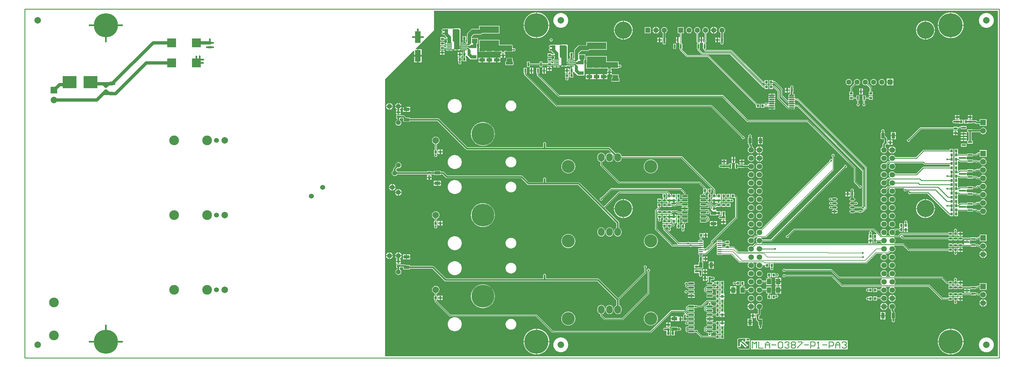
<source format=gtl>
G04 Layer_Physical_Order=1*
G04 Layer_Color=128*
%FSLAX43Y43*%
%MOMM*%
G71*
G01*
G75*
%ADD10R,2.700X2.700*%
%ADD11O,1.400X0.350*%
%ADD12R,6.000X2.000*%
%ADD13R,1.350X0.600*%
%ADD14O,1.450X0.650*%
%ADD15R,1.800X1.340*%
%ADD16R,1.340X1.800*%
%ADD17R,0.800X0.900*%
G04:AMPARAMS|DCode=18|XSize=0.45mm|YSize=1.6mm|CornerRadius=0.05mm|HoleSize=0mm|Usage=FLASHONLY|Rotation=90.000|XOffset=0mm|YOffset=0mm|HoleType=Round|Shape=RoundedRectangle|*
%AMROUNDEDRECTD18*
21,1,0.450,1.501,0,0,90.0*
21,1,0.351,1.600,0,0,90.0*
1,1,0.099,0.750,0.175*
1,1,0.099,0.750,-0.175*
1,1,0.099,-0.750,-0.175*
1,1,0.099,-0.750,0.175*
%
%ADD18ROUNDEDRECTD18*%
%ADD19R,4.240X3.810*%
%ADD20R,1.800X3.550*%
%ADD21C,2.000*%
G04:AMPARAMS|DCode=22|XSize=0.65mm|YSize=1.65mm|CornerRadius=0.049mm|HoleSize=0mm|Usage=FLASHONLY|Rotation=270.000|XOffset=0mm|YOffset=0mm|HoleType=Round|Shape=RoundedRectangle|*
%AMROUNDEDRECTD22*
21,1,0.650,1.552,0,0,270.0*
21,1,0.552,1.650,0,0,270.0*
1,1,0.098,-0.776,-0.276*
1,1,0.098,-0.776,0.276*
1,1,0.098,0.776,0.276*
1,1,0.098,0.776,-0.276*
%
%ADD22ROUNDEDRECTD22*%
%ADD23R,1.700X1.000*%
%ADD24R,0.900X0.800*%
G04:AMPARAMS|DCode=25|XSize=0.3mm|YSize=1.55mm|CornerRadius=0.05mm|HoleSize=0mm|Usage=FLASHONLY|Rotation=90.000|XOffset=0mm|YOffset=0mm|HoleType=Round|Shape=RoundedRectangle|*
%AMROUNDEDRECTD25*
21,1,0.300,1.451,0,0,90.0*
21,1,0.201,1.550,0,0,90.0*
1,1,0.099,0.726,0.101*
1,1,0.099,0.726,-0.101*
1,1,0.099,-0.726,-0.101*
1,1,0.099,-0.726,0.101*
%
%ADD25ROUNDEDRECTD25*%
G04:AMPARAMS|DCode=26|XSize=1.73mm|YSize=1.9mm|CornerRadius=0.052mm|HoleSize=0mm|Usage=FLASHONLY|Rotation=0.000|XOffset=0mm|YOffset=0mm|HoleType=Round|Shape=RoundedRectangle|*
%AMROUNDEDRECTD26*
21,1,1.730,1.796,0,0,0.0*
21,1,1.626,1.900,0,0,0.0*
1,1,0.104,0.813,-0.898*
1,1,0.104,-0.813,-0.898*
1,1,0.104,-0.813,0.898*
1,1,0.104,0.813,0.898*
%
%ADD26ROUNDEDRECTD26*%
%ADD27R,0.600X1.350*%
%ADD28R,1.000X1.700*%
%ADD29C,0.250*%
%ADD30C,0.500*%
%ADD31C,1.000*%
%ADD32C,0.200*%
%ADD33C,0.150*%
%ADD34C,0.300*%
%ADD35C,0.400*%
%ADD36C,0.254*%
%ADD37O,2.000X2.500*%
%ADD38C,7.000*%
%ADD39C,1.524*%
%ADD40C,3.000*%
%ADD41C,1.600*%
%ADD42R,1.600X1.600*%
%ADD43C,7.400*%
%ADD44C,5.300*%
%ADD45C,1.700*%
%ADD46R,1.750X1.750*%
%ADD47C,1.750*%
%ADD48C,4.000*%
%ADD49R,2.000X2.000*%
%ADD50R,1.800X1.800*%
%ADD51C,1.800*%
%ADD52C,0.600*%
G36*
X299500Y500D02*
X110900D01*
Y85900D01*
X119684Y94684D01*
X119846Y94617D01*
Y93252D01*
X120873D01*
Y95154D01*
X120383D01*
X120316Y95316D01*
X121950Y96950D01*
X122050D01*
Y97050D01*
X126000Y101000D01*
X126000Y107000D01*
X299500D01*
Y500D01*
D02*
G37*
%LPC*%
G36*
X290954Y35573D02*
X290025D01*
X289096D01*
Y35155D01*
X289096Y35146D01*
X289073Y34980D01*
X288600D01*
Y35250D01*
X287400D01*
Y34980D01*
X287100D01*
Y35250D01*
X285900D01*
Y34980D01*
X285600D01*
Y35250D01*
X284400D01*
Y34150D01*
X285600D01*
Y34420D01*
X285900D01*
Y34150D01*
X287100D01*
Y34420D01*
X287400D01*
Y34150D01*
X288600D01*
Y34420D01*
X291150D01*
Y34300D01*
X292800D01*
Y34470D01*
X293234D01*
X293442Y34262D01*
X293533Y34201D01*
X293640Y34180D01*
X294007D01*
X294105Y33943D01*
X294269Y33729D01*
X294483Y33565D01*
X294732Y33461D01*
X295000Y33426D01*
X295268Y33461D01*
X295517Y33565D01*
X295731Y33729D01*
X295895Y33943D01*
X295999Y34192D01*
X296034Y34460D01*
X295999Y34728D01*
X295895Y34977D01*
X295731Y35191D01*
X295517Y35355D01*
X295268Y35459D01*
X295000Y35494D01*
X294732Y35459D01*
X294483Y35355D01*
X294269Y35191D01*
X294105Y34977D01*
X294007Y34740D01*
X293756D01*
X293548Y34948D01*
X293457Y35009D01*
X293350Y35030D01*
X292800D01*
Y35200D01*
X291150D01*
Y35004D01*
X291012Y34995D01*
X290957Y35148D01*
X290954Y35163D01*
Y35573D01*
D02*
G37*
G36*
X260173Y35973D02*
X259646D01*
Y35396D01*
X260173D01*
Y35973D01*
D02*
G37*
G36*
X192700Y38160D02*
X192279Y38119D01*
X191873Y37996D01*
X191500Y37796D01*
X191172Y37528D01*
X190904Y37200D01*
X190704Y36827D01*
X190581Y36421D01*
X190540Y36000D01*
X190581Y35579D01*
X190704Y35173D01*
X190904Y34800D01*
X191172Y34472D01*
X191500Y34204D01*
X191873Y34004D01*
X192279Y33881D01*
X192700Y33840D01*
X193121Y33881D01*
X193527Y34004D01*
X193900Y34204D01*
X194228Y34472D01*
X194496Y34800D01*
X194696Y35173D01*
X194819Y35579D01*
X194860Y36000D01*
X194819Y36421D01*
X194696Y36827D01*
X194496Y37200D01*
X194228Y37528D01*
X193900Y37796D01*
X193527Y37996D01*
X193121Y38119D01*
X192700Y38160D01*
D02*
G37*
G36*
X167300D02*
X166879Y38119D01*
X166473Y37996D01*
X166100Y37796D01*
X165772Y37528D01*
X165504Y37200D01*
X165304Y36827D01*
X165181Y36421D01*
X165140Y36000D01*
X165181Y35579D01*
X165304Y35173D01*
X165504Y34800D01*
X165772Y34472D01*
X166100Y34204D01*
X166473Y34004D01*
X166879Y33881D01*
X167300Y33840D01*
X167721Y33881D01*
X168127Y34004D01*
X168500Y34204D01*
X168828Y34472D01*
X169096Y34800D01*
X169296Y35173D01*
X169419Y35579D01*
X169460Y36000D01*
X169419Y36421D01*
X169296Y36827D01*
X169096Y37200D01*
X168828Y37528D01*
X168500Y37796D01*
X168127Y37996D01*
X167721Y38119D01*
X167300Y38160D01*
D02*
G37*
G36*
X290954Y36254D02*
X290152D01*
Y35827D01*
X290954D01*
Y36254D01*
D02*
G37*
G36*
X209473Y37673D02*
X208946D01*
Y37096D01*
X209473D01*
Y37673D01*
D02*
G37*
G36*
X260954Y35973D02*
X260427D01*
Y35396D01*
X260954D01*
Y35973D01*
D02*
G37*
G36*
X289898Y36254D02*
X289096D01*
Y35827D01*
X289898D01*
Y36254D01*
D02*
G37*
G36*
X287873Y33173D02*
X287296D01*
Y32646D01*
X287873D01*
Y33173D01*
D02*
G37*
G36*
X288704D02*
X288127D01*
Y32646D01*
X288704D01*
Y33173D01*
D02*
G37*
G36*
X294873Y33042D02*
X294705Y33020D01*
X294431Y32906D01*
X294195Y32725D01*
X294014Y32489D01*
X293900Y32215D01*
X293878Y32047D01*
X294873D01*
Y33042D01*
D02*
G37*
G36*
X295127Y33042D02*
Y32047D01*
X296122D01*
X296100Y32215D01*
X295986Y32489D01*
X295805Y32725D01*
X295569Y32906D01*
X295295Y33020D01*
X295127Y33042D01*
D02*
G37*
G36*
X288704Y33954D02*
X288127D01*
Y33427D01*
X288704D01*
Y33954D01*
D02*
G37*
G36*
X149650Y37008D02*
X149327Y36976D01*
X149016Y36882D01*
X148729Y36729D01*
X148478Y36522D01*
X148271Y36271D01*
X148118Y35984D01*
X148024Y35673D01*
X147992Y35350D01*
X148024Y35027D01*
X148118Y34716D01*
X148271Y34429D01*
X148478Y34178D01*
X148729Y33971D01*
X149016Y33818D01*
X149327Y33724D01*
X149650Y33692D01*
X149973Y33724D01*
X150284Y33818D01*
X150571Y33971D01*
X150822Y34178D01*
X151029Y34429D01*
X151182Y34716D01*
X151276Y35027D01*
X151308Y35350D01*
X151276Y35673D01*
X151182Y35984D01*
X151029Y36271D01*
X150822Y36522D01*
X150571Y36729D01*
X150284Y36882D01*
X149973Y36976D01*
X149650Y37008D01*
D02*
G37*
G36*
X132350Y37510D02*
X131929Y37469D01*
X131523Y37346D01*
X131150Y37146D01*
X130822Y36878D01*
X130554Y36550D01*
X130354Y36177D01*
X130231Y35771D01*
X130190Y35350D01*
X130231Y34929D01*
X130354Y34523D01*
X130554Y34150D01*
X130822Y33822D01*
X131150Y33554D01*
X131523Y33354D01*
X131929Y33231D01*
X132350Y33190D01*
X132771Y33231D01*
X133177Y33354D01*
X133550Y33554D01*
X133878Y33822D01*
X134146Y34150D01*
X134346Y34523D01*
X134469Y34929D01*
X134510Y35350D01*
X134469Y35771D01*
X134346Y36177D01*
X134146Y36550D01*
X133878Y36878D01*
X133550Y37146D01*
X133177Y37346D01*
X132771Y37469D01*
X132350Y37510D01*
D02*
G37*
G36*
X287873Y33954D02*
X287296D01*
Y33427D01*
X287873D01*
Y33954D01*
D02*
G37*
G36*
X210254Y37673D02*
X209727D01*
Y37096D01*
X210254D01*
Y37673D01*
D02*
G37*
G36*
X271073Y39373D02*
X270546D01*
Y38796D01*
X271073D01*
Y39373D01*
D02*
G37*
G36*
X271854D02*
X271327D01*
Y38796D01*
X271854D01*
Y39373D01*
D02*
G37*
G36*
X287873Y38854D02*
X287296D01*
Y38327D01*
X287873D01*
Y38854D01*
D02*
G37*
G36*
X288704D02*
X288127D01*
Y38327D01*
X288704D01*
Y38854D01*
D02*
G37*
G36*
X223560Y42249D02*
X223299Y42214D01*
X223056Y42113D01*
X222847Y41953D01*
X222686Y41744D01*
X222586Y41501D01*
X222551Y41240D01*
X222586Y40979D01*
X222686Y40736D01*
X222847Y40527D01*
X223056Y40367D01*
X223299Y40266D01*
X223560Y40231D01*
X223821Y40266D01*
X224064Y40367D01*
X224273Y40527D01*
X224433Y40736D01*
X224534Y40979D01*
X224569Y41240D01*
X224534Y41501D01*
X224433Y41744D01*
X224273Y41953D01*
X224064Y42113D01*
X223821Y42214D01*
X223560Y42249D01*
D02*
G37*
G36*
X226100D02*
X225839Y42214D01*
X225596Y42113D01*
X225387Y41953D01*
X225227Y41744D01*
X225126Y41501D01*
X225091Y41240D01*
X225126Y40979D01*
X225227Y40736D01*
X225387Y40527D01*
X225596Y40367D01*
X225839Y40266D01*
X226100Y40231D01*
X226361Y40266D01*
X226604Y40367D01*
X226813Y40527D01*
X226973Y40736D01*
X227074Y40979D01*
X227109Y41240D01*
X227074Y41501D01*
X226973Y41744D01*
X226813Y41953D01*
X226604Y42113D01*
X226361Y42214D01*
X226100Y42249D01*
D02*
G37*
G36*
X271200Y42359D02*
X271024Y42324D01*
X270876Y42224D01*
X270776Y42076D01*
X270741Y41900D01*
X270776Y41724D01*
X270809Y41675D01*
X270716Y41500D01*
X270650D01*
X270650Y40336D01*
X270546Y40204D01*
X270546Y40168D01*
Y39627D01*
X271854D01*
X271854Y40204D01*
X271750Y40336D01*
X271750Y40379D01*
Y41500D01*
X271684D01*
X271591Y41675D01*
X271624Y41724D01*
X271659Y41900D01*
X271624Y42076D01*
X271524Y42224D01*
X271376Y42324D01*
X271200Y42359D01*
D02*
G37*
G36*
X126500Y45160D02*
X126200Y45120D01*
X125920Y45005D01*
X125680Y44820D01*
X125495Y44580D01*
X125380Y44300D01*
X125340Y44000D01*
X125380Y43700D01*
X125495Y43420D01*
X125680Y43180D01*
X125920Y42995D01*
X126200Y42880D01*
X126220Y42877D01*
Y42100D01*
X125950D01*
Y40900D01*
X126126D01*
X126176Y40725D01*
X126176Y40724D01*
X126076Y40576D01*
X126041Y40400D01*
X126076Y40224D01*
X126176Y40076D01*
X126324Y39976D01*
X126500Y39941D01*
X126676Y39976D01*
X126824Y40076D01*
X126924Y40224D01*
X126959Y40400D01*
X126924Y40576D01*
X126824Y40724D01*
X126824Y40725D01*
X126874Y40900D01*
X127050D01*
Y42100D01*
X126780D01*
Y42877D01*
X126800Y42880D01*
X127080Y42995D01*
X127320Y43180D01*
X127505Y43420D01*
X127620Y43700D01*
X127660Y44000D01*
X127620Y44300D01*
X127505Y44580D01*
X127320Y44820D01*
X127080Y45005D01*
X126800Y45120D01*
X126500Y45160D01*
D02*
G37*
G36*
X287873Y38073D02*
X287296D01*
Y37546D01*
X287873D01*
Y38073D01*
D02*
G37*
G36*
X288704D02*
X288127D01*
Y37546D01*
X288704D01*
Y38073D01*
D02*
G37*
G36*
X177450Y40210D02*
X177150Y40170D01*
X176870Y40055D01*
X176630Y39870D01*
X176445Y39630D01*
X176330Y39350D01*
X176290Y39050D01*
Y38550D01*
X176330Y38250D01*
X176445Y37970D01*
X176630Y37730D01*
X176870Y37545D01*
X177150Y37430D01*
X177450Y37390D01*
X177750Y37430D01*
X178030Y37545D01*
X178270Y37730D01*
X178455Y37970D01*
X178570Y38250D01*
X178610Y38550D01*
Y39050D01*
X178570Y39350D01*
X178455Y39630D01*
X178270Y39870D01*
X178030Y40055D01*
X177750Y40170D01*
X177450Y40210D01*
D02*
G37*
G36*
X180000D02*
X179700Y40170D01*
X179420Y40055D01*
X179180Y39870D01*
X178995Y39630D01*
X178880Y39350D01*
X178840Y39050D01*
Y38550D01*
X178880Y38250D01*
X178995Y37970D01*
X179180Y37730D01*
X179420Y37545D01*
X179700Y37430D01*
X180000Y37390D01*
X180300Y37430D01*
X180580Y37545D01*
X180820Y37730D01*
X181005Y37970D01*
X181120Y38250D01*
X181160Y38550D01*
Y39050D01*
X181120Y39350D01*
X181005Y39630D01*
X180820Y39870D01*
X180580Y40055D01*
X180300Y40170D01*
X180000Y40210D01*
D02*
G37*
G36*
X209473Y38504D02*
X208946D01*
Y37927D01*
X209473D01*
Y38504D01*
D02*
G37*
G36*
X210254D02*
X209727D01*
Y37927D01*
X210254D01*
Y38504D01*
D02*
G37*
G36*
X286500Y39759D02*
X286324Y39724D01*
X286176Y39624D01*
X286076Y39476D01*
X286041Y39300D01*
X286076Y39124D01*
X286176Y38976D01*
X286220Y38946D01*
Y38750D01*
X285900D01*
Y37650D01*
X287100D01*
Y38750D01*
X286780D01*
Y38946D01*
X286824Y38976D01*
X286924Y39124D01*
X286959Y39300D01*
X286924Y39476D01*
X286824Y39624D01*
X286676Y39724D01*
X286500Y39759D01*
D02*
G37*
G36*
X223560Y39709D02*
X223299Y39674D01*
X223056Y39573D01*
X222847Y39413D01*
X222686Y39204D01*
X222586Y38961D01*
X222551Y38700D01*
X222586Y38439D01*
X222686Y38196D01*
X222847Y37987D01*
X223056Y37826D01*
X223299Y37726D01*
X223560Y37691D01*
X223821Y37726D01*
X224064Y37826D01*
X224273Y37987D01*
X224433Y38196D01*
X224534Y38439D01*
X224569Y38700D01*
X224534Y38961D01*
X224433Y39204D01*
X224273Y39413D01*
X224064Y39573D01*
X223821Y39674D01*
X223560Y39709D01*
D02*
G37*
G36*
X287100Y33850D02*
X285900D01*
Y32750D01*
X286220D01*
Y32554D01*
X286176Y32524D01*
X286076Y32376D01*
X286041Y32200D01*
X286076Y32024D01*
X286176Y31876D01*
X286324Y31776D01*
X286500Y31741D01*
X286676Y31776D01*
X286824Y31876D01*
X286924Y32024D01*
X286959Y32200D01*
X286924Y32376D01*
X286824Y32524D01*
X286780Y32554D01*
Y32750D01*
X287100D01*
Y33850D01*
D02*
G37*
G36*
X267000Y29549D02*
X266739Y29514D01*
X266496Y29413D01*
X266287Y29253D01*
X266126Y29044D01*
X266026Y28801D01*
X265991Y28540D01*
X266026Y28279D01*
X266126Y28036D01*
X266287Y27827D01*
X266496Y27667D01*
X266739Y27566D01*
X267000Y27531D01*
X267261Y27566D01*
X267504Y27667D01*
X267713Y27827D01*
X267874Y28036D01*
X267974Y28279D01*
X268009Y28540D01*
X267974Y28801D01*
X267874Y29044D01*
X267713Y29253D01*
X267504Y29413D01*
X267261Y29514D01*
X267000Y29549D01*
D02*
G37*
G36*
X211173Y29704D02*
X210546D01*
Y28727D01*
X211173D01*
Y29704D01*
D02*
G37*
G36*
X212054Y28473D02*
X211427D01*
Y27496D01*
X212054D01*
Y28473D01*
D02*
G37*
G36*
X264460Y29549D02*
X264199Y29514D01*
X263956Y29413D01*
X263747Y29253D01*
X263586Y29044D01*
X263486Y28801D01*
X263451Y28540D01*
X263486Y28279D01*
X263586Y28036D01*
X263747Y27827D01*
X263956Y27667D01*
X264199Y27566D01*
X264460Y27531D01*
X264721Y27566D01*
X264964Y27667D01*
X265173Y27827D01*
X265333Y28036D01*
X265434Y28279D01*
X265469Y28540D01*
X265434Y28801D01*
X265333Y29044D01*
X265173Y29253D01*
X264964Y29413D01*
X264721Y29514D01*
X264460Y29549D01*
D02*
G37*
G36*
X115704Y29573D02*
X115127D01*
Y29046D01*
X115704D01*
Y29573D01*
D02*
G37*
G36*
X209373Y30373D02*
X208846D01*
Y29796D01*
X209373D01*
Y30373D01*
D02*
G37*
G36*
X212054Y29704D02*
X211427D01*
Y28727D01*
X212054D01*
Y29704D01*
D02*
G37*
G36*
X114873Y29573D02*
X114296D01*
Y29046D01*
X114873D01*
Y29573D01*
D02*
G37*
G36*
X211173Y28473D02*
X210546D01*
Y27496D01*
X211173D01*
Y28473D01*
D02*
G37*
G36*
X132350Y29810D02*
X131929Y29769D01*
X131523Y29646D01*
X131150Y29446D01*
X130822Y29178D01*
X130554Y28850D01*
X130354Y28477D01*
X130231Y28071D01*
X130190Y27650D01*
X130231Y27229D01*
X130354Y26823D01*
X130554Y26450D01*
X130822Y26122D01*
X131150Y25854D01*
X131523Y25654D01*
X131929Y25531D01*
X132350Y25490D01*
X132771Y25531D01*
X133177Y25654D01*
X133550Y25854D01*
X133878Y26122D01*
X134146Y26450D01*
X134346Y26823D01*
X134469Y27229D01*
X134510Y27650D01*
X134469Y28071D01*
X134346Y28477D01*
X134146Y28850D01*
X133878Y29178D01*
X133550Y29446D01*
X133177Y29646D01*
X132771Y29769D01*
X132350Y29810D01*
D02*
G37*
G36*
X209273Y26473D02*
X208746D01*
Y25896D01*
X209273D01*
Y26473D01*
D02*
G37*
G36*
X231050Y26100D02*
X229950D01*
Y24900D01*
X231050D01*
Y25220D01*
X231246D01*
X231276Y25176D01*
X231424Y25076D01*
X231600Y25041D01*
X231776Y25076D01*
X231924Y25176D01*
X232024Y25324D01*
X232059Y25500D01*
X232024Y25676D01*
X231924Y25824D01*
X231776Y25924D01*
X231600Y25959D01*
X231424Y25924D01*
X231276Y25824D01*
X231246Y25780D01*
X231050D01*
Y26100D01*
D02*
G37*
G36*
X207300Y27250D02*
Y27250D01*
X207296Y27250D01*
X206100D01*
Y26150D01*
X207300D01*
Y26150D01*
X207450Y26090D01*
Y26000D01*
X207592D01*
Y25700D01*
X207576Y25676D01*
X207541Y25500D01*
X207576Y25324D01*
X207676Y25176D01*
X207824Y25076D01*
X208000Y25041D01*
X208176Y25076D01*
X208324Y25176D01*
X208424Y25324D01*
X208459Y25500D01*
X208424Y25676D01*
X208408Y25700D01*
Y26000D01*
X208550D01*
Y27200D01*
X207450D01*
Y27200D01*
X207300Y27250D01*
D02*
G37*
G36*
X209273Y27304D02*
X208746D01*
Y26727D01*
X209273D01*
Y27304D01*
D02*
G37*
G36*
X210054D02*
X209527D01*
Y26727D01*
X210054D01*
Y27304D01*
D02*
G37*
G36*
Y26473D02*
X209527D01*
Y25896D01*
X210054D01*
Y26473D01*
D02*
G37*
G36*
X149650Y29308D02*
X149327Y29276D01*
X149016Y29182D01*
X148729Y29029D01*
X148478Y28822D01*
X148271Y28571D01*
X148118Y28284D01*
X148024Y27973D01*
X147992Y27650D01*
X148024Y27327D01*
X148118Y27016D01*
X148271Y26729D01*
X148478Y26478D01*
X148729Y26271D01*
X149016Y26118D01*
X149327Y26024D01*
X149650Y25992D01*
X149973Y26024D01*
X150284Y26118D01*
X150571Y26271D01*
X150822Y26478D01*
X151029Y26729D01*
X151182Y27016D01*
X151276Y27327D01*
X151308Y27650D01*
X151276Y27973D01*
X151182Y28284D01*
X151029Y28571D01*
X150822Y28822D01*
X150571Y29029D01*
X150284Y29182D01*
X149973Y29276D01*
X149650Y29308D01*
D02*
G37*
G36*
X117373Y31854D02*
X116396D01*
Y31227D01*
X117373D01*
Y31854D01*
D02*
G37*
G36*
X118604D02*
X117627D01*
Y31227D01*
X118604D01*
Y31854D01*
D02*
G37*
G36*
X294873Y31793D02*
X293878D01*
X293900Y31625D01*
X294014Y31351D01*
X294195Y31115D01*
X294431Y30934D01*
X294705Y30820D01*
X294873Y30798D01*
Y31793D01*
D02*
G37*
G36*
X296122D02*
X295127D01*
Y30798D01*
X295295Y30820D01*
X295569Y30934D01*
X295805Y31115D01*
X295986Y31351D01*
X296100Y31625D01*
X296122Y31793D01*
D02*
G37*
G36*
X115127Y32508D02*
Y31627D01*
X116008D01*
X115990Y31765D01*
X115887Y32012D01*
X115725Y32225D01*
X115512Y32387D01*
X115265Y32490D01*
X115127Y32508D01*
D02*
G37*
G36*
X112377Y32508D02*
Y31627D01*
X113258D01*
X113240Y31765D01*
X113137Y32012D01*
X112975Y32225D01*
X112762Y32387D01*
X112515Y32490D01*
X112377Y32508D01*
D02*
G37*
G36*
X112123Y32508D02*
X111985Y32490D01*
X111738Y32387D01*
X111525Y32225D01*
X111363Y32012D01*
X111260Y31765D01*
X111242Y31627D01*
X112123D01*
Y32508D01*
D02*
G37*
G36*
X114873Y32508D02*
X114735Y32490D01*
X114488Y32387D01*
X114275Y32225D01*
X114113Y32012D01*
X114010Y31765D01*
X113992Y31627D01*
X114873D01*
Y32508D01*
D02*
G37*
G36*
X210154Y31204D02*
X209627D01*
Y30627D01*
X210154D01*
Y31204D01*
D02*
G37*
G36*
X267000Y32089D02*
X266739Y32054D01*
X266496Y31953D01*
X266287Y31793D01*
X266126Y31584D01*
X266026Y31341D01*
X265991Y31080D01*
X266026Y30819D01*
X266126Y30576D01*
X266287Y30367D01*
X266496Y30206D01*
X266739Y30106D01*
X267000Y30071D01*
X267261Y30106D01*
X267504Y30206D01*
X267713Y30367D01*
X267874Y30576D01*
X267974Y30819D01*
X268009Y31080D01*
X267974Y31341D01*
X267874Y31584D01*
X267713Y31793D01*
X267504Y31953D01*
X267261Y32054D01*
X267000Y32089D01*
D02*
G37*
G36*
X117373Y30973D02*
X116396D01*
Y30346D01*
X117373D01*
Y30973D01*
D02*
G37*
G36*
X210154Y30373D02*
X209627D01*
Y29796D01*
X210154D01*
Y30373D01*
D02*
G37*
G36*
X116008Y31373D02*
X115000D01*
X113992D01*
X114010Y31235D01*
X114113Y30988D01*
X114275Y30775D01*
X114488Y30613D01*
X114689Y30529D01*
X114654Y30354D01*
X114296D01*
Y29827D01*
X115000D01*
X115704D01*
Y30354D01*
X115346D01*
X115311Y30529D01*
X115512Y30613D01*
X115725Y30775D01*
X115887Y30988D01*
X115990Y31235D01*
X116008Y31373D01*
D02*
G37*
G36*
X113258D02*
X112377D01*
Y30492D01*
X112515Y30510D01*
X112762Y30613D01*
X112975Y30775D01*
X113137Y30988D01*
X113240Y31235D01*
X113258Y31373D01*
D02*
G37*
G36*
X209373Y31204D02*
X208846D01*
Y30627D01*
X209373D01*
Y31204D01*
D02*
G37*
G36*
X118604Y30973D02*
X117627D01*
Y30346D01*
X118604D01*
Y30973D01*
D02*
G37*
G36*
X112123Y31373D02*
X111242D01*
X111260Y31235D01*
X111363Y30988D01*
X111525Y30775D01*
X111738Y30613D01*
X111985Y30510D01*
X112123Y30492D01*
Y31373D01*
D02*
G37*
G36*
X264460Y42249D02*
X264199Y42214D01*
X263956Y42113D01*
X263747Y41953D01*
X263586Y41744D01*
X263486Y41501D01*
X263451Y41240D01*
X263486Y40979D01*
X263586Y40736D01*
X263747Y40527D01*
X263956Y40367D01*
X264199Y40266D01*
X264460Y40231D01*
X264721Y40266D01*
X264964Y40367D01*
X265173Y40527D01*
X265333Y40736D01*
X265434Y40979D01*
X265469Y41240D01*
X265434Y41501D01*
X265333Y41744D01*
X265173Y41953D01*
X264964Y42113D01*
X264721Y42214D01*
X264460Y42249D01*
D02*
G37*
G36*
X184377Y48903D02*
Y46127D01*
X187153D01*
X187127Y46456D01*
X187020Y46900D01*
X186845Y47322D01*
X186607Y47712D01*
X186310Y48060D01*
X185962Y48357D01*
X185572Y48595D01*
X185150Y48770D01*
X184706Y48877D01*
X184377Y48903D01*
D02*
G37*
G36*
X277123D02*
X276794Y48877D01*
X276350Y48770D01*
X275928Y48595D01*
X275538Y48357D01*
X275190Y48060D01*
X274893Y47712D01*
X274655Y47322D01*
X274480Y46900D01*
X274373Y46456D01*
X274347Y46127D01*
X277123D01*
Y48903D01*
D02*
G37*
G36*
X204260Y45873D02*
X203302D01*
Y45415D01*
X203951D01*
X204069Y45439D01*
X204170Y45505D01*
X204236Y45606D01*
X204260Y45724D01*
Y45873D01*
D02*
G37*
G36*
X184123Y48903D02*
X183794Y48877D01*
X183350Y48770D01*
X182928Y48595D01*
X182538Y48357D01*
X182190Y48060D01*
X181893Y47712D01*
X181655Y47322D01*
X181480Y46900D01*
X181373Y46456D01*
X181347Y46127D01*
X184123D01*
Y48903D01*
D02*
G37*
G36*
X203951Y46585D02*
X203302D01*
Y46127D01*
X204260D01*
Y46276D01*
X204236Y46394D01*
X204170Y46495D01*
X204069Y46561D01*
X203951Y46585D01*
D02*
G37*
G36*
X230250Y85600D02*
X229150D01*
Y84400D01*
X230250D01*
Y84720D01*
X230684D01*
X232720Y82684D01*
Y80700D01*
X232741Y80593D01*
X232802Y80502D01*
X234502Y78802D01*
X234593Y78741D01*
X234700Y78720D01*
X234870D01*
X234994Y78545D01*
X234990Y78525D01*
Y78477D01*
X236050D01*
X237110D01*
Y78525D01*
X237086Y78644D01*
X237019Y78744D01*
X236992Y78763D01*
X237004Y78825D01*
Y79175D01*
X236988Y79253D01*
X237084Y79421D01*
X237855D01*
X258671Y58605D01*
Y46448D01*
X258640Y46407D01*
X258615Y46406D01*
X258444Y46496D01*
X258344Y46644D01*
X258249Y46708D01*
Y57680D01*
X258249Y57680D01*
X258232Y57768D01*
X258182Y57842D01*
X238162Y77862D01*
X238088Y77912D01*
X238000Y77929D01*
X237212D01*
X237174Y77967D01*
X237096Y78104D01*
X237110Y78175D01*
Y78223D01*
X236050D01*
X234990D01*
Y78175D01*
X235014Y78056D01*
X235081Y77956D01*
X235108Y77937D01*
X235096Y77876D01*
Y77548D01*
X235041Y77506D01*
X234929Y77468D01*
X232280Y80116D01*
Y82300D01*
X232259Y82407D01*
X232198Y82498D01*
X230998Y83698D01*
X230907Y83759D01*
X230800Y83780D01*
X230250D01*
Y84100D01*
X229150D01*
Y82900D01*
X230250D01*
Y83220D01*
X230684D01*
X231720Y82184D01*
Y80000D01*
X231741Y79893D01*
X231802Y79802D01*
X234752Y76852D01*
X234843Y76791D01*
X234950Y76770D01*
X235130D01*
X235156Y76731D01*
X235222Y76687D01*
X235299Y76671D01*
X236800D01*
X236878Y76687D01*
X236944Y76731D01*
X236988Y76797D01*
X237004Y76875D01*
Y77226D01*
X236988Y77303D01*
X237084Y77471D01*
X237905D01*
X257791Y57585D01*
Y46708D01*
X257696Y46644D01*
X257632Y46549D01*
X255573D01*
X255572Y46550D01*
X255467Y46707D01*
X255310Y46812D01*
X255125Y46849D01*
X254325D01*
X254140Y46812D01*
X253983Y46707D01*
X253878Y46550D01*
X253841Y46365D01*
X253878Y46180D01*
X253983Y46023D01*
X254140Y45918D01*
X254325Y45881D01*
X255125D01*
X255310Y45918D01*
X255467Y46023D01*
X255513Y46091D01*
X257632D01*
X257696Y45996D01*
X257844Y45896D01*
X257994Y45866D01*
X258042Y45784D01*
X258068Y45692D01*
X257740Y45364D01*
X257547Y45378D01*
X257519Y45419D01*
X257371Y45519D01*
X257195Y45554D01*
X257019Y45519D01*
X256871Y45419D01*
X256807Y45324D01*
X255543D01*
X255467Y45437D01*
X255310Y45542D01*
X255125Y45579D01*
X254325D01*
X254140Y45542D01*
X253983Y45437D01*
X253878Y45280D01*
X253841Y45095D01*
X253878Y44910D01*
X253983Y44753D01*
X254140Y44648D01*
X254325Y44611D01*
X255125D01*
X255310Y44648D01*
X255467Y44753D01*
X255543Y44866D01*
X256807D01*
X256871Y44771D01*
X257019Y44671D01*
X257195Y44636D01*
X257371Y44671D01*
X257519Y44771D01*
X257583Y44866D01*
X257795D01*
X257883Y44883D01*
X257957Y44933D01*
X259062Y46038D01*
X259112Y46112D01*
X259129Y46200D01*
Y58700D01*
X259129Y58700D01*
X259112Y58788D01*
X259062Y58862D01*
X238112Y79812D01*
X238038Y79862D01*
X237950Y79879D01*
X237212D01*
X237174Y79917D01*
X237096Y80054D01*
X237110Y80125D01*
Y80173D01*
X236050D01*
X234990D01*
Y80125D01*
X235014Y80006D01*
X235081Y79906D01*
X235108Y79887D01*
X235096Y79826D01*
Y79475D01*
X235100Y79455D01*
X235013Y79310D01*
X234979Y79280D01*
X234816D01*
X233280Y80816D01*
Y82800D01*
X233259Y82907D01*
X233198Y82998D01*
X230998Y85198D01*
X230907Y85259D01*
X230800Y85280D01*
X230250D01*
Y85600D01*
D02*
G37*
G36*
X277377Y48903D02*
Y46127D01*
X280153D01*
X280127Y46456D01*
X280020Y46900D01*
X279845Y47322D01*
X279607Y47712D01*
X279310Y48060D01*
X278962Y48357D01*
X278572Y48595D01*
X278150Y48770D01*
X277706Y48877D01*
X277377Y48903D01*
D02*
G37*
G36*
X203048Y46585D02*
X202399D01*
X202281Y46561D01*
X202180Y46495D01*
X202114Y46394D01*
X202090Y46276D01*
Y46127D01*
X203048D01*
Y46585D01*
D02*
G37*
G36*
Y45873D02*
X202090D01*
Y45724D01*
X202114Y45606D01*
X202180Y45505D01*
X202281Y45439D01*
X202399Y45415D01*
X203048D01*
Y45873D01*
D02*
G37*
G36*
X249148Y45685D02*
X248875D01*
X248649Y45640D01*
X248458Y45512D01*
X248330Y45321D01*
X248310Y45222D01*
X249148D01*
Y45685D01*
D02*
G37*
G36*
X249675D02*
X249402D01*
Y45222D01*
X250240D01*
X250220Y45321D01*
X250092Y45512D01*
X249901Y45640D01*
X249675Y45685D01*
D02*
G37*
G36*
X249148Y44968D02*
X248310D01*
X248330Y44869D01*
X248458Y44678D01*
X248649Y44550D01*
X248875Y44505D01*
X249148D01*
Y44968D01*
D02*
G37*
G36*
X250240D02*
X249402D01*
Y44505D01*
X249675D01*
X249901Y44550D01*
X250092Y44678D01*
X250220Y44869D01*
X250240Y44968D01*
D02*
G37*
G36*
X264460Y47329D02*
X264199Y47294D01*
X263956Y47193D01*
X263747Y47033D01*
X263586Y46824D01*
X263486Y46581D01*
X263451Y46320D01*
X263486Y46059D01*
X263586Y45816D01*
X263747Y45607D01*
X263956Y45446D01*
X264199Y45346D01*
X264460Y45311D01*
X264721Y45346D01*
X264964Y45446D01*
X265173Y45607D01*
X265333Y45816D01*
X265434Y46059D01*
X265469Y46320D01*
X265434Y46581D01*
X265333Y46824D01*
X265173Y47033D01*
X264964Y47193D01*
X264721Y47294D01*
X264460Y47329D01*
D02*
G37*
G36*
X267000D02*
X266739Y47294D01*
X266496Y47193D01*
X266287Y47033D01*
X266126Y46824D01*
X266026Y46581D01*
X265991Y46320D01*
X266026Y46059D01*
X266126Y45816D01*
X266287Y45607D01*
X266496Y45446D01*
X266739Y45346D01*
X267000Y45311D01*
X267261Y45346D01*
X267504Y45446D01*
X267713Y45607D01*
X267874Y45816D01*
X267974Y46059D01*
X268009Y46320D01*
X267974Y46581D01*
X267874Y46824D01*
X267713Y47033D01*
X267504Y47193D01*
X267261Y47294D01*
X267000Y47329D01*
D02*
G37*
G36*
X223560D02*
X223299Y47294D01*
X223056Y47193D01*
X222847Y47033D01*
X222686Y46824D01*
X222586Y46581D01*
X222551Y46320D01*
X222586Y46059D01*
X222686Y45816D01*
X222847Y45607D01*
X223056Y45446D01*
X223299Y45346D01*
X223560Y45311D01*
X223821Y45346D01*
X224064Y45446D01*
X224273Y45607D01*
X224433Y45816D01*
X224534Y46059D01*
X224569Y46320D01*
X224534Y46581D01*
X224433Y46824D01*
X224273Y47033D01*
X224064Y47193D01*
X223821Y47294D01*
X223560Y47329D01*
D02*
G37*
G36*
X226100D02*
X225839Y47294D01*
X225596Y47193D01*
X225387Y47033D01*
X225227Y46824D01*
X225126Y46581D01*
X225091Y46320D01*
X225126Y46059D01*
X225227Y45816D01*
X225387Y45607D01*
X225596Y45446D01*
X225839Y45346D01*
X226100Y45311D01*
X226361Y45346D01*
X226604Y45446D01*
X226813Y45607D01*
X226973Y45816D01*
X227074Y46059D01*
X227109Y46320D01*
X227074Y46581D01*
X226973Y46824D01*
X226813Y47033D01*
X226604Y47193D01*
X226361Y47294D01*
X226100Y47329D01*
D02*
G37*
G36*
X267000Y49869D02*
X266739Y49834D01*
X266496Y49733D01*
X266287Y49573D01*
X266126Y49364D01*
X266026Y49121D01*
X265991Y48860D01*
X266026Y48599D01*
X266126Y48356D01*
X266287Y48147D01*
X266496Y47986D01*
X266739Y47886D01*
X267000Y47851D01*
X267261Y47886D01*
X267504Y47986D01*
X267713Y48147D01*
X267874Y48356D01*
X267974Y48599D01*
X268009Y48860D01*
X267974Y49121D01*
X267874Y49364D01*
X267713Y49573D01*
X267504Y49733D01*
X267261Y49834D01*
X267000Y49869D01*
D02*
G37*
G36*
X249675Y48119D02*
X248875D01*
X248690Y48082D01*
X248550Y47989D01*
X248504Y47974D01*
X248359Y47959D01*
X248211Y48059D01*
X248035Y48094D01*
X247859Y48059D01*
X247711Y47959D01*
X247611Y47811D01*
X247576Y47635D01*
X247611Y47459D01*
X247711Y47311D01*
X247859Y47211D01*
X248035Y47176D01*
X248211Y47211D01*
X248359Y47311D01*
X248504Y47296D01*
X248550Y47281D01*
X248690Y47188D01*
X248875Y47151D01*
X249675D01*
X249860Y47188D01*
X250017Y47293D01*
X250122Y47450D01*
X250159Y47635D01*
X250122Y47820D01*
X250017Y47977D01*
X249860Y48082D01*
X249675Y48119D01*
D02*
G37*
G36*
X226100Y49869D02*
X225839Y49834D01*
X225596Y49733D01*
X225387Y49573D01*
X225227Y49364D01*
X225126Y49121D01*
X225091Y48860D01*
X225126Y48599D01*
X225227Y48356D01*
X225387Y48147D01*
X225596Y47986D01*
X225839Y47886D01*
X226100Y47851D01*
X226361Y47886D01*
X226604Y47986D01*
X226813Y48147D01*
X226973Y48356D01*
X227074Y48599D01*
X227109Y48860D01*
X227074Y49121D01*
X226973Y49364D01*
X226813Y49573D01*
X226604Y49733D01*
X226361Y49834D01*
X226100Y49869D01*
D02*
G37*
G36*
X264460D02*
X264199Y49834D01*
X263956Y49733D01*
X263747Y49573D01*
X263586Y49364D01*
X263486Y49121D01*
X263451Y48860D01*
X263486Y48599D01*
X263586Y48356D01*
X263747Y48147D01*
X263956Y47986D01*
X264199Y47886D01*
X264460Y47851D01*
X264721Y47886D01*
X264964Y47986D01*
X265173Y48147D01*
X265333Y48356D01*
X265434Y48599D01*
X265469Y48860D01*
X265434Y49121D01*
X265333Y49364D01*
X265173Y49573D01*
X264964Y49733D01*
X264721Y49834D01*
X264460Y49869D01*
D02*
G37*
G36*
X254700Y52159D02*
X254524Y52124D01*
X254376Y52024D01*
X254276Y51876D01*
X254241Y51700D01*
X254276Y51524D01*
X254292Y51500D01*
Y51100D01*
X254150D01*
Y49900D01*
X254292D01*
Y49383D01*
X254140Y49352D01*
X253983Y49247D01*
X253878Y49090D01*
X253841Y48905D01*
X253878Y48720D01*
X253983Y48563D01*
X254140Y48458D01*
X254325Y48421D01*
X255125D01*
X255310Y48458D01*
X255467Y48563D01*
X255572Y48720D01*
X255609Y48905D01*
X255572Y49090D01*
X255467Y49247D01*
X255310Y49352D01*
X255125Y49389D01*
X255108D01*
Y49900D01*
X255250D01*
Y51100D01*
X255108D01*
Y51500D01*
X255124Y51524D01*
X255159Y51700D01*
X255124Y51876D01*
X255024Y52024D01*
X254876Y52124D01*
X254700Y52159D01*
D02*
G37*
G36*
X197450Y50500D02*
X196350D01*
Y49300D01*
X196620D01*
Y49050D01*
X196300D01*
Y48780D01*
X195900D01*
Y49050D01*
X194700D01*
Y47950D01*
X195900D01*
Y48220D01*
X196300D01*
Y47950D01*
X197500D01*
Y49050D01*
X197180D01*
Y49300D01*
X197450D01*
Y50500D01*
D02*
G37*
G36*
X217200Y49050D02*
X216000D01*
Y47950D01*
X217200D01*
Y48126D01*
X217375Y48176D01*
X217376Y48176D01*
X217524Y48076D01*
X217700Y48041D01*
X217876Y48076D01*
X218024Y48176D01*
X218124Y48324D01*
X218159Y48500D01*
X218124Y48676D01*
X218024Y48824D01*
X217876Y48924D01*
X217700Y48959D01*
X217524Y48924D01*
X217376Y48824D01*
X217375Y48824D01*
X217200Y48874D01*
Y49050D01*
D02*
G37*
G36*
X201750Y50500D02*
X200650D01*
Y49300D01*
X200920D01*
Y49100D01*
X200650D01*
Y47900D01*
X201750D01*
Y48260D01*
X202197D01*
X202212Y48186D01*
X202255Y48120D01*
X202321Y48077D01*
X202399Y48061D01*
X203951D01*
X204029Y48077D01*
X204095Y48120D01*
X204138Y48186D01*
X204154Y48264D01*
Y48816D01*
X204138Y48894D01*
X204095Y48960D01*
X204029Y49003D01*
X203951Y49019D01*
X202399D01*
X202321Y49003D01*
X202255Y48960D01*
X202212Y48894D01*
X202197Y48820D01*
X201750D01*
Y49100D01*
X201480D01*
Y49300D01*
X201750D01*
Y50500D01*
D02*
G37*
G36*
X223560Y49869D02*
X223299Y49834D01*
X223056Y49733D01*
X222847Y49573D01*
X222686Y49364D01*
X222586Y49121D01*
X222551Y48860D01*
X222586Y48599D01*
X222686Y48356D01*
X222847Y48147D01*
X223056Y47986D01*
X223299Y47886D01*
X223560Y47851D01*
X223821Y47886D01*
X224064Y47986D01*
X224273Y48147D01*
X224433Y48356D01*
X224534Y48599D01*
X224569Y48860D01*
X224534Y49121D01*
X224433Y49364D01*
X224273Y49573D01*
X224064Y49733D01*
X223821Y49834D01*
X223560Y49869D01*
D02*
G37*
G36*
X255125Y48119D02*
X254325D01*
X254140Y48082D01*
X253983Y47977D01*
X253878Y47820D01*
X253841Y47635D01*
X253878Y47450D01*
X253983Y47293D01*
X254140Y47188D01*
X254325Y47151D01*
X255125D01*
X255310Y47188D01*
X255460Y47287D01*
X255483Y47294D01*
X255641Y47311D01*
X255789Y47211D01*
X255965Y47176D01*
X256141Y47211D01*
X256289Y47311D01*
X256389Y47459D01*
X256424Y47635D01*
X256389Y47811D01*
X256289Y47959D01*
X256141Y48059D01*
X255965Y48094D01*
X255789Y48059D01*
X255641Y47959D01*
X255483Y47976D01*
X255460Y47983D01*
X255310Y48082D01*
X255125Y48119D01*
D02*
G37*
G36*
X203951Y47749D02*
X202399D01*
X202321Y47733D01*
X202255Y47690D01*
X202212Y47624D01*
X202197Y47550D01*
X200570D01*
X200463Y47529D01*
X200372Y47468D01*
X200084Y47180D01*
X199516D01*
X199398Y47298D01*
X199307Y47359D01*
X199200Y47380D01*
X199000D01*
Y47650D01*
X197800D01*
Y47380D01*
X197500D01*
Y47650D01*
X196300D01*
Y46550D01*
X197500D01*
Y46820D01*
X197800D01*
Y46550D01*
X199000D01*
Y46656D01*
X199175Y46728D01*
X199202Y46702D01*
X199293Y46641D01*
X199400Y46620D01*
X200200D01*
X200307Y46641D01*
X200398Y46702D01*
X200686Y46990D01*
X202197D01*
X202212Y46916D01*
X202255Y46850D01*
X202321Y46807D01*
X202399Y46791D01*
X203951D01*
X204029Y46807D01*
X204095Y46850D01*
X204138Y46916D01*
X204154Y46994D01*
Y47546D01*
X204138Y47624D01*
X204095Y47690D01*
X204029Y47733D01*
X203951Y47749D01*
D02*
G37*
G36*
X209601D02*
X208049D01*
X207971Y47733D01*
X207905Y47690D01*
X207862Y47624D01*
X207846Y47546D01*
Y46994D01*
X207862Y46916D01*
X207905Y46850D01*
X207971Y46807D01*
X208049Y46791D01*
X209601D01*
X209679Y46807D01*
X209745Y46850D01*
X209788Y46916D01*
X209803Y46990D01*
X211214D01*
X211546Y46657D01*
Y45947D01*
X211371Y45854D01*
X211350Y45868D01*
Y46600D01*
X210250D01*
Y46408D01*
X209752D01*
X209745Y46420D01*
X209679Y46463D01*
X209601Y46479D01*
X208049D01*
X207971Y46463D01*
X207905Y46420D01*
X207862Y46354D01*
X207846Y46276D01*
Y45724D01*
X207862Y45646D01*
X207905Y45580D01*
X207971Y45537D01*
X208049Y45521D01*
X209601D01*
X209679Y45537D01*
X209745Y45580D01*
X209752Y45592D01*
X210250D01*
Y45400D01*
X210523D01*
X211000Y44923D01*
Y43950D01*
X212996D01*
X213000Y43950D01*
Y43950D01*
X213150Y44000D01*
X213150Y44000D01*
X214250D01*
Y45200D01*
X213150D01*
Y45200D01*
X213000Y45250D01*
X212854Y45296D01*
Y45873D01*
X212200D01*
Y46127D01*
X212854D01*
Y46480D01*
X213000Y46550D01*
X214200D01*
Y46820D01*
X214500D01*
Y46550D01*
X215700D01*
Y46820D01*
X216000D01*
Y46550D01*
X217200D01*
Y47650D01*
X216000D01*
Y47380D01*
X215700D01*
Y47650D01*
X214500D01*
Y47380D01*
X214200D01*
Y47650D01*
X213000D01*
Y47380D01*
X212900D01*
X212793Y47359D01*
X212702Y47298D01*
X212484Y47080D01*
X211916D01*
X211528Y47468D01*
X211437Y47529D01*
X211330Y47550D01*
X209803D01*
X209788Y47624D01*
X209745Y47690D01*
X209679Y47733D01*
X209601Y47749D01*
D02*
G37*
G36*
X249675Y46849D02*
X248875D01*
X248690Y46812D01*
X248540Y46713D01*
X248517Y46706D01*
X248359Y46689D01*
X248211Y46789D01*
X248035Y46824D01*
X247859Y46789D01*
X247711Y46689D01*
X247611Y46541D01*
X247576Y46365D01*
X247611Y46189D01*
X247711Y46041D01*
X247859Y45941D01*
X248035Y45906D01*
X248211Y45941D01*
X248359Y46041D01*
X248517Y46024D01*
X248540Y46017D01*
X248690Y45918D01*
X248875Y45881D01*
X249675D01*
X249860Y45918D01*
X250017Y46023D01*
X250122Y46180D01*
X250159Y46365D01*
X250122Y46550D01*
X250017Y46707D01*
X249860Y46812D01*
X249675Y46849D01*
D02*
G37*
G36*
X198273Y48373D02*
X197696D01*
Y47846D01*
X198273D01*
Y48373D01*
D02*
G37*
G36*
X214304Y48373D02*
X213727D01*
Y47846D01*
X214304D01*
Y48373D01*
D02*
G37*
G36*
X212073Y48373D02*
X211546D01*
Y47796D01*
X212073D01*
Y48373D01*
D02*
G37*
G36*
X200454Y48373D02*
X199927D01*
Y47796D01*
X200454D01*
Y48373D01*
D02*
G37*
G36*
X213104Y42154D02*
X212127D01*
Y41527D01*
X213104D01*
Y42154D01*
D02*
G37*
G36*
X197500Y44050D02*
X196300D01*
Y42950D01*
X196620D01*
Y42650D01*
X196300D01*
Y41550D01*
X197500D01*
Y41820D01*
X197800D01*
Y41550D01*
X199000D01*
Y42650D01*
X197800D01*
Y42380D01*
X197500D01*
Y42650D01*
X197180D01*
Y42950D01*
X197500D01*
Y44050D01*
D02*
G37*
G36*
X215804Y41773D02*
X215227D01*
Y41246D01*
X215804D01*
Y41773D01*
D02*
G37*
G36*
X211873Y42154D02*
X210896D01*
Y41527D01*
X211873D01*
Y42154D01*
D02*
G37*
G36*
X214973Y42554D02*
X214396D01*
Y42027D01*
X214973D01*
Y42554D01*
D02*
G37*
G36*
X215804D02*
X215227D01*
Y42027D01*
X215804D01*
Y42554D01*
D02*
G37*
G36*
X127773Y42204D02*
X127246D01*
Y41627D01*
X127773D01*
Y42204D01*
D02*
G37*
G36*
X128554D02*
X128027D01*
Y41627D01*
X128554D01*
Y42204D01*
D02*
G37*
G36*
X214973Y41773D02*
X214396D01*
Y41246D01*
X214973D01*
Y41773D01*
D02*
G37*
G36*
X211873Y41273D02*
X210896D01*
Y40646D01*
X211873D01*
Y41273D01*
D02*
G37*
G36*
X213104D02*
X212127D01*
Y40646D01*
X213104D01*
Y41273D01*
D02*
G37*
G36*
X267000Y42249D02*
X266739Y42214D01*
X266496Y42113D01*
X266287Y41953D01*
X266126Y41744D01*
X266026Y41501D01*
X265991Y41240D01*
X266026Y40979D01*
X266126Y40736D01*
X266287Y40527D01*
X266496Y40367D01*
X266739Y40266D01*
X267000Y40231D01*
X267261Y40266D01*
X267504Y40367D01*
X267713Y40527D01*
X267874Y40736D01*
X267974Y40979D01*
X268009Y41240D01*
X267974Y41501D01*
X267874Y41744D01*
X267713Y41953D01*
X267504Y42113D01*
X267261Y42214D01*
X267000Y42249D01*
D02*
G37*
G36*
X141000Y47661D02*
X140427Y47616D01*
X139869Y47482D01*
X139338Y47262D01*
X138848Y46962D01*
X138411Y46589D01*
X138038Y46152D01*
X137738Y45662D01*
X137518Y45131D01*
X137384Y44573D01*
X137339Y44000D01*
X137384Y43427D01*
X137518Y42869D01*
X137738Y42338D01*
X138038Y41848D01*
X138411Y41411D01*
X138848Y41038D01*
X139338Y40738D01*
X139869Y40518D01*
X140427Y40384D01*
X141000Y40339D01*
X141573Y40384D01*
X142131Y40518D01*
X142662Y40738D01*
X143152Y41038D01*
X143589Y41411D01*
X143962Y41848D01*
X144262Y42338D01*
X144482Y42869D01*
X144616Y43427D01*
X144661Y44000D01*
X144616Y44573D01*
X144482Y45131D01*
X144262Y45662D01*
X143962Y46152D01*
X143589Y46589D01*
X143152Y46962D01*
X142662Y47262D01*
X142131Y47482D01*
X141573Y47616D01*
X141000Y47661D01*
D02*
G37*
G36*
X199146Y44204D02*
X198992Y44154D01*
X198527D01*
Y43500D01*
Y42846D01*
X198992D01*
X199146Y42796D01*
X199250Y42664D01*
X199250Y42621D01*
Y41500D01*
X199520D01*
Y41116D01*
X199384Y40980D01*
X199000D01*
Y41250D01*
X197800D01*
Y40150D01*
X198120D01*
Y39854D01*
X198076Y39824D01*
X197976Y39676D01*
X197941Y39500D01*
X197976Y39324D01*
X198076Y39176D01*
X198224Y39076D01*
X198400Y39041D01*
X198576Y39076D01*
X198724Y39176D01*
X198824Y39324D01*
X198859Y39500D01*
X198824Y39676D01*
X198724Y39824D01*
X198680Y39854D01*
Y40150D01*
X199000D01*
Y40420D01*
X199500D01*
X199607Y40441D01*
X199698Y40502D01*
X199998Y40802D01*
X200059Y40893D01*
X200080Y41000D01*
Y41500D01*
X200350D01*
X200350Y42664D01*
X200454Y42796D01*
X200454Y42832D01*
Y43373D01*
X199800D01*
Y43500D01*
X199673D01*
Y44204D01*
X199175Y44204D01*
X199146D01*
D02*
G37*
G36*
X203951Y42669D02*
X202399D01*
X202321Y42653D01*
X202255Y42610D01*
X202212Y42544D01*
X202196Y42466D01*
Y41914D01*
X202212Y41836D01*
X202255Y41770D01*
X202321Y41727D01*
X202399Y41711D01*
X202586D01*
X202653Y41549D01*
X202402Y41298D01*
X202341Y41207D01*
X202320Y41100D01*
X202050D01*
Y39900D01*
X202226D01*
X202276Y39725D01*
X202276Y39724D01*
X202176Y39576D01*
X202141Y39400D01*
X202176Y39224D01*
X202276Y39076D01*
X202424Y38976D01*
X202600Y38941D01*
X202776Y38976D01*
X202924Y39076D01*
X203024Y39224D01*
X203059Y39400D01*
X203024Y39576D01*
X202924Y39724D01*
X202924Y39725D01*
X202974Y39900D01*
X203150D01*
Y41100D01*
X203150D01*
X203105Y41209D01*
X203373Y41477D01*
X203434Y41568D01*
X203455Y41675D01*
Y41711D01*
X203951D01*
X204029Y41727D01*
X204095Y41770D01*
X204138Y41836D01*
X204154Y41914D01*
Y42466D01*
X204138Y42544D01*
X204095Y42610D01*
X204029Y42653D01*
X203951Y42669D01*
D02*
G37*
G36*
X127773Y41373D02*
X127246D01*
Y40796D01*
X127773D01*
Y41373D01*
D02*
G37*
G36*
X128554D02*
X128027D01*
Y40796D01*
X128554D01*
Y41373D01*
D02*
G37*
G36*
X280153Y45873D02*
X277377D01*
Y43097D01*
X277706Y43123D01*
X278150Y43230D01*
X278572Y43405D01*
X278962Y43643D01*
X279310Y43940D01*
X279607Y44288D01*
X279845Y44678D01*
X280020Y45100D01*
X280127Y45544D01*
X280153Y45873D01*
D02*
G37*
G36*
X199927Y44204D02*
Y43627D01*
X200454D01*
Y44204D01*
X199927D01*
D02*
G37*
G36*
X187153Y45873D02*
X184377D01*
Y43097D01*
X184706Y43123D01*
X185150Y43230D01*
X185572Y43405D01*
X185962Y43643D01*
X186310Y43940D01*
X186607Y44288D01*
X186845Y44678D01*
X187020Y45100D01*
X187127Y45544D01*
X187153Y45873D01*
D02*
G37*
G36*
X277123D02*
X274347D01*
X274373Y45544D01*
X274480Y45100D01*
X274655Y44678D01*
X274893Y44288D01*
X275190Y43940D01*
X275538Y43643D01*
X275928Y43405D01*
X276350Y43230D01*
X276794Y43123D01*
X277123Y43097D01*
Y45873D01*
D02*
G37*
G36*
X195900Y47650D02*
X194700D01*
Y46550D01*
X194806D01*
X194878Y46375D01*
X194102Y45598D01*
X194041Y45507D01*
X194020Y45400D01*
Y39700D01*
X194041Y39593D01*
X194102Y39502D01*
X199152Y34452D01*
X199243Y34391D01*
X199350Y34370D01*
X204646D01*
X204676Y34326D01*
X204824Y34226D01*
X205000Y34191D01*
X205176Y34226D01*
X205324Y34326D01*
X205354Y34370D01*
X207121D01*
X207214Y34195D01*
X207196Y34167D01*
X207188Y34127D01*
X208125D01*
X209062D01*
X209054Y34167D01*
X208959Y34309D01*
X208957Y34311D01*
X208884Y34416D01*
X208956Y34523D01*
X208981Y34650D01*
X208956Y34777D01*
X208884Y34884D01*
Y35066D01*
X208956Y35173D01*
X208981Y35300D01*
X208956Y35427D01*
X208884Y35534D01*
Y35716D01*
X208956Y35823D01*
X208981Y35950D01*
X208956Y36077D01*
X208884Y36184D01*
X208777Y36256D01*
X208650Y36281D01*
X208405D01*
Y37200D01*
X208750D01*
Y38400D01*
X207650D01*
Y37200D01*
X207845D01*
Y36281D01*
X207600D01*
X207473Y36256D01*
X207366Y36184D01*
X207294Y36077D01*
X207269Y35950D01*
X207294Y35823D01*
X207339Y35755D01*
X207290Y35618D01*
X207262Y35580D01*
X204554D01*
X204524Y35624D01*
X204376Y35724D01*
X204200Y35759D01*
X204024Y35724D01*
X203876Y35624D01*
X203846Y35580D01*
X201316D01*
X197180Y39716D01*
Y40150D01*
X197500D01*
Y41250D01*
X196300D01*
Y40150D01*
X196620D01*
Y39600D01*
X196641Y39493D01*
X196702Y39402D01*
X200998Y35105D01*
X200998Y35090D01*
X200943Y34930D01*
X199466D01*
X194580Y39816D01*
Y45158D01*
X194625Y45187D01*
X194800Y45094D01*
Y44350D01*
X196000D01*
Y44620D01*
X196300D01*
Y44350D01*
X197500D01*
Y44620D01*
X197800D01*
Y44350D01*
X199000D01*
Y44620D01*
X199200D01*
X199307Y44641D01*
X199398Y44702D01*
X199616Y44920D01*
X200584D01*
X200972Y44532D01*
X201063Y44471D01*
X201170Y44450D01*
X202197D01*
X202212Y44376D01*
X202255Y44310D01*
X202321Y44267D01*
X202399Y44251D01*
X203951D01*
X204029Y44267D01*
X204095Y44310D01*
X204138Y44376D01*
X204154Y44454D01*
Y45006D01*
X204138Y45084D01*
X204095Y45150D01*
X204029Y45193D01*
X203951Y45209D01*
X202399D01*
X202321Y45193D01*
X202255Y45150D01*
X202212Y45084D01*
X202197Y45010D01*
X201286D01*
X200898Y45398D01*
X200807Y45459D01*
X200700Y45480D01*
X199500D01*
X199393Y45459D01*
X199302Y45398D01*
X199175Y45272D01*
X199000Y45344D01*
Y45450D01*
X197800D01*
Y45180D01*
X197500D01*
Y45450D01*
X196300D01*
Y45180D01*
X196000D01*
Y45450D01*
X194994D01*
X194922Y45625D01*
X195498Y46202D01*
X195559Y46293D01*
X195580Y46400D01*
Y46550D01*
X195900D01*
Y47650D01*
D02*
G37*
G36*
X209601Y45209D02*
X208049D01*
X207971Y45193D01*
X207905Y45150D01*
X207862Y45084D01*
X207846Y45006D01*
Y44454D01*
X207862Y44376D01*
X207905Y44310D01*
X207971Y44267D01*
X208049Y44251D01*
X209601D01*
X209679Y44267D01*
X209745Y44310D01*
X209772Y44351D01*
X209859Y44378D01*
X209884Y44383D01*
X209970Y44390D01*
X210094Y44306D01*
X210270Y44271D01*
X210446Y44306D01*
X210594Y44406D01*
X210694Y44554D01*
X210729Y44730D01*
X210694Y44906D01*
X210594Y45054D01*
X210446Y45154D01*
X210270Y45189D01*
X210094Y45154D01*
X209970Y45070D01*
X209884Y45077D01*
X209859Y45082D01*
X209772Y45109D01*
X209745Y45150D01*
X209679Y45193D01*
X209601Y45209D01*
D02*
G37*
G36*
X198273Y44154D02*
X197696D01*
Y43627D01*
X198273D01*
Y44154D01*
D02*
G37*
G36*
X215650Y45200D02*
X214550D01*
Y44000D01*
X214550Y44000D01*
X214550D01*
X214500Y43850D01*
X214421Y43708D01*
X214200D01*
X214176Y43724D01*
X214000Y43759D01*
X213824Y43724D01*
X213676Y43624D01*
X213576Y43476D01*
X213541Y43300D01*
X213576Y43124D01*
X213676Y42976D01*
X213824Y42876D01*
X214000Y42841D01*
X214176Y42876D01*
X214200Y42892D01*
X214500D01*
Y42750D01*
X215700D01*
Y43846D01*
X215700Y43850D01*
X215700D01*
X215650Y44000D01*
X215650Y44000D01*
Y45200D01*
D02*
G37*
G36*
X184123Y45873D02*
X181347D01*
X181373Y45544D01*
X181480Y45100D01*
X181655Y44678D01*
X181893Y44288D01*
X182190Y43940D01*
X182538Y43643D01*
X182928Y43405D01*
X183350Y43230D01*
X183794Y43123D01*
X184123Y43097D01*
Y45873D01*
D02*
G37*
G36*
X223560Y44789D02*
X223299Y44754D01*
X223056Y44653D01*
X222847Y44493D01*
X222686Y44284D01*
X222586Y44041D01*
X222551Y43780D01*
X222586Y43519D01*
X222686Y43276D01*
X222847Y43067D01*
X223056Y42907D01*
X223299Y42806D01*
X223560Y42771D01*
X223821Y42806D01*
X224064Y42907D01*
X224273Y43067D01*
X224433Y43276D01*
X224534Y43519D01*
X224569Y43780D01*
X224534Y44041D01*
X224433Y44284D01*
X224273Y44493D01*
X224064Y44653D01*
X223821Y44754D01*
X223560Y44789D01*
D02*
G37*
G36*
X226100D02*
X225839Y44754D01*
X225596Y44653D01*
X225387Y44493D01*
X225227Y44284D01*
X225126Y44041D01*
X225091Y43780D01*
X225126Y43519D01*
X225227Y43276D01*
X225387Y43067D01*
X225596Y42907D01*
X225839Y42806D01*
X226100Y42771D01*
X226361Y42806D01*
X226604Y42907D01*
X226813Y43067D01*
X226973Y43276D01*
X227074Y43519D01*
X227109Y43780D01*
X227074Y44041D01*
X226973Y44284D01*
X226813Y44493D01*
X226604Y44653D01*
X226361Y44754D01*
X226100Y44789D01*
D02*
G37*
G36*
X196000Y44050D02*
X194800D01*
Y42950D01*
X194965D01*
X194979Y42934D01*
X195043Y42775D01*
X194976Y42676D01*
X194941Y42500D01*
X194976Y42324D01*
X195076Y42176D01*
X195224Y42076D01*
X195400Y42041D01*
X195576Y42076D01*
X195724Y42176D01*
X195824Y42324D01*
X195859Y42500D01*
X195824Y42676D01*
X195757Y42775D01*
X195821Y42934D01*
X195835Y42950D01*
X196000D01*
Y44050D01*
D02*
G37*
G36*
X209601Y43939D02*
X208049D01*
X207971Y43923D01*
X207905Y43880D01*
X207862Y43814D01*
X207846Y43736D01*
Y43184D01*
X207862Y43106D01*
X207905Y43040D01*
X207971Y42997D01*
X208049Y42981D01*
X209601D01*
X209679Y42997D01*
X209745Y43040D01*
X209783Y43098D01*
X209830Y43112D01*
X209972Y43132D01*
X210120Y42984D01*
Y42716D01*
X209964Y42560D01*
X209922Y42556D01*
X209753Y42597D01*
X209745Y42610D01*
X209679Y42653D01*
X209601Y42669D01*
X208049D01*
X207971Y42653D01*
X207905Y42610D01*
X207862Y42544D01*
X207846Y42466D01*
Y41914D01*
X207862Y41836D01*
X207905Y41770D01*
X207971Y41727D01*
X208049Y41711D01*
X209601D01*
X209679Y41727D01*
X209745Y41770D01*
X209788Y41836D01*
X209803Y41910D01*
X209990D01*
X210097Y41931D01*
X210188Y41992D01*
X210598Y42402D01*
X210659Y42493D01*
X210680Y42600D01*
Y43100D01*
X210659Y43207D01*
X210598Y43298D01*
X210238Y43658D01*
X210147Y43719D01*
X210040Y43740D01*
X209803D01*
X209788Y43814D01*
X209745Y43880D01*
X209679Y43923D01*
X209601Y43939D01*
D02*
G37*
G36*
X198273Y43373D02*
X197696D01*
Y42846D01*
X198273D01*
Y43373D01*
D02*
G37*
G36*
X201750Y44100D02*
X200650D01*
Y42900D01*
X200920D01*
Y42700D01*
X200650D01*
Y41500D01*
X200920D01*
Y41100D01*
X200650D01*
Y39900D01*
X201750D01*
Y41100D01*
X201480D01*
Y41500D01*
X201750D01*
Y42700D01*
X201480D01*
Y42900D01*
X201750D01*
Y43180D01*
X202197D01*
X202212Y43106D01*
X202255Y43040D01*
X202321Y42997D01*
X202399Y42981D01*
X203951D01*
X204029Y42997D01*
X204095Y43040D01*
X204138Y43106D01*
X204154Y43184D01*
Y43736D01*
X204138Y43814D01*
X204095Y43880D01*
X204029Y43923D01*
X203951Y43939D01*
X202399D01*
X202321Y43923D01*
X202255Y43880D01*
X202212Y43814D01*
X202197Y43740D01*
X201750D01*
Y44100D01*
D02*
G37*
G36*
X264460Y44789D02*
X264199Y44754D01*
X263956Y44653D01*
X263747Y44493D01*
X263586Y44284D01*
X263486Y44041D01*
X263451Y43780D01*
X263486Y43519D01*
X263586Y43276D01*
X263747Y43067D01*
X263956Y42907D01*
X264199Y42806D01*
X264460Y42771D01*
X264721Y42806D01*
X264964Y42907D01*
X265173Y43067D01*
X265333Y43276D01*
X265434Y43519D01*
X265469Y43780D01*
X265434Y44041D01*
X265333Y44284D01*
X265173Y44493D01*
X264964Y44653D01*
X264721Y44754D01*
X264460Y44789D01*
D02*
G37*
G36*
X267000D02*
X266739Y44754D01*
X266496Y44653D01*
X266287Y44493D01*
X266126Y44284D01*
X266026Y44041D01*
X265991Y43780D01*
X266026Y43519D01*
X266126Y43276D01*
X266287Y43067D01*
X266496Y42907D01*
X266739Y42806D01*
X267000Y42771D01*
X267261Y42806D01*
X267504Y42907D01*
X267713Y43067D01*
X267874Y43276D01*
X267974Y43519D01*
X268009Y43780D01*
X267974Y44041D01*
X267874Y44284D01*
X267713Y44493D01*
X267504Y44653D01*
X267261Y44754D01*
X267000Y44789D01*
D02*
G37*
G36*
X224003Y12843D02*
X223476D01*
Y12266D01*
X224003D01*
Y12843D01*
D02*
G37*
G36*
X224784D02*
X224257D01*
Y12266D01*
X224784D01*
Y12843D01*
D02*
G37*
G36*
X211601Y12585D02*
X210952D01*
Y12127D01*
X211910D01*
Y12276D01*
X211886Y12394D01*
X211820Y12495D01*
X211719Y12561D01*
X211601Y12585D01*
D02*
G37*
G36*
X199873Y12854D02*
X198896D01*
Y12227D01*
X199873D01*
Y12854D01*
D02*
G37*
G36*
X215354Y13173D02*
X214827D01*
Y12596D01*
X215354D01*
Y13173D01*
D02*
G37*
G36*
X126500Y22160D02*
X126200Y22120D01*
X125920Y22005D01*
X125680Y21820D01*
X125495Y21580D01*
X125380Y21300D01*
X125340Y21000D01*
X125380Y20700D01*
X125495Y20420D01*
X125680Y20180D01*
X125920Y19995D01*
X126200Y19880D01*
X126220Y19877D01*
Y19100D01*
X125950D01*
Y17900D01*
X126220D01*
Y17400D01*
X126241Y17293D01*
X126302Y17202D01*
X130702Y12802D01*
X130793Y12741D01*
X130900Y12720D01*
X157384D01*
X162302Y7802D01*
X162393Y7741D01*
X162500Y7720D01*
X192700D01*
X192807Y7741D01*
X192898Y7802D01*
X199216Y14120D01*
X202884D01*
X203283Y13721D01*
X203200Y13559D01*
X203024Y13524D01*
X202876Y13424D01*
X202776Y13276D01*
X202741Y13100D01*
X202776Y12924D01*
X202792Y12900D01*
Y12600D01*
X202650D01*
Y11400D01*
X203750D01*
Y11592D01*
X204248D01*
X204255Y11580D01*
X204321Y11537D01*
X204399Y11521D01*
X205951D01*
X206029Y11537D01*
X206095Y11580D01*
X206138Y11646D01*
X206154Y11724D01*
Y12276D01*
X206138Y12354D01*
X206095Y12420D01*
X206029Y12463D01*
X205951Y12479D01*
X204399D01*
X204321Y12463D01*
X204255Y12420D01*
X204248Y12408D01*
X203750D01*
Y12600D01*
X203608D01*
Y12900D01*
X203624Y12924D01*
X203659Y13100D01*
X203821Y13183D01*
X203932Y13072D01*
X204023Y13011D01*
X204130Y12990D01*
X204197D01*
X204212Y12916D01*
X204255Y12850D01*
X204321Y12807D01*
X204399Y12791D01*
X205951D01*
X206029Y12807D01*
X206095Y12850D01*
X206138Y12916D01*
X206154Y12994D01*
Y13546D01*
X206138Y13624D01*
X206095Y13690D01*
X206029Y13733D01*
X205951Y13749D01*
X204399D01*
X204321Y13733D01*
X204255Y13690D01*
X204070Y13727D01*
X203198Y14598D01*
X203107Y14659D01*
X203000Y14680D01*
X199100D01*
X198993Y14659D01*
X198902Y14598D01*
X192584Y8280D01*
X162616D01*
X157698Y13198D01*
X157607Y13259D01*
X157500Y13280D01*
X131016D01*
X126780Y17516D01*
Y17900D01*
X127050D01*
Y19100D01*
X126780D01*
Y19877D01*
X126800Y19880D01*
X127080Y19995D01*
X127320Y20180D01*
X127505Y20420D01*
X127620Y20700D01*
X127660Y21000D01*
X127620Y21300D01*
X127505Y21580D01*
X127320Y21820D01*
X127080Y22005D01*
X126800Y22120D01*
X126500Y22160D01*
D02*
G37*
G36*
X192000Y27459D02*
X191824Y27424D01*
X191676Y27324D01*
X191576Y27176D01*
X191541Y27000D01*
X191576Y26824D01*
X191676Y26676D01*
X191720Y26646D01*
Y20116D01*
X183884Y12280D01*
X178616D01*
X177730Y13166D01*
Y13527D01*
X177750Y13530D01*
X178030Y13645D01*
X178270Y13830D01*
X178455Y14070D01*
X178570Y14350D01*
X178610Y14650D01*
Y15150D01*
X178570Y15450D01*
X178455Y15730D01*
X178270Y15970D01*
X178030Y16155D01*
X177750Y16270D01*
X177450Y16310D01*
X177150Y16270D01*
X176870Y16155D01*
X176630Y15970D01*
X176445Y15730D01*
X176330Y15450D01*
X176290Y15150D01*
Y14650D01*
X176330Y14350D01*
X176445Y14070D01*
X176630Y13830D01*
X176870Y13645D01*
X177150Y13530D01*
X177170Y13527D01*
Y13050D01*
X177191Y12943D01*
X177252Y12852D01*
X178302Y11802D01*
X178393Y11741D01*
X178500Y11720D01*
X184000D01*
X184107Y11741D01*
X184198Y11802D01*
X192198Y19802D01*
X192259Y19893D01*
X192280Y20000D01*
Y26646D01*
X192324Y26676D01*
X192424Y26824D01*
X192459Y27000D01*
X192424Y27176D01*
X192324Y27324D01*
X192176Y27424D01*
X192000Y27459D01*
D02*
G37*
G36*
X214573Y13173D02*
X214046D01*
Y12596D01*
X214573D01*
Y13173D01*
D02*
G37*
G36*
X210698Y12585D02*
X210049D01*
X209931Y12561D01*
X209830Y12495D01*
X209764Y12394D01*
X209740Y12276D01*
Y12127D01*
X210698D01*
Y12585D01*
D02*
G37*
G36*
X199873Y11973D02*
X198896D01*
Y11346D01*
X199873D01*
Y11973D01*
D02*
G37*
G36*
X210698Y11873D02*
X209740D01*
Y11724D01*
X209764Y11606D01*
X209830Y11505D01*
X209931Y11439D01*
X210049Y11415D01*
X210698D01*
Y11873D01*
D02*
G37*
G36*
X201104Y12854D02*
X201086D01*
X201086Y12854D01*
X200127D01*
Y12100D01*
Y11346D01*
X200992D01*
X201146Y11296D01*
X201258Y11296D01*
X201673D01*
Y12000D01*
Y12704D01*
X201164Y12704D01*
X201162Y12709D01*
X201104Y12854D01*
D02*
G37*
G36*
X202454Y11873D02*
X201927D01*
Y11296D01*
X202454D01*
Y11873D01*
D02*
G37*
G36*
X264884Y12843D02*
X264257D01*
Y11866D01*
X264884D01*
Y12843D01*
D02*
G37*
G36*
X201927Y12704D02*
Y12127D01*
X202454D01*
Y12704D01*
X201927D01*
D02*
G37*
G36*
X211910Y11873D02*
X210952D01*
Y11415D01*
X211601D01*
X211719Y11439D01*
X211820Y11505D01*
X211886Y11606D01*
X211910Y11724D01*
Y11873D01*
D02*
G37*
G36*
X264003Y12843D02*
X263376D01*
Y11866D01*
X264003D01*
Y12843D01*
D02*
G37*
G36*
X223433Y15713D02*
X222463D01*
X222484Y15552D01*
X222596Y15283D01*
X222773Y15053D01*
X223003Y14876D01*
X223272Y14764D01*
X223433Y14743D01*
Y15713D01*
D02*
G37*
G36*
X141000Y22661D02*
X140427Y22616D01*
X139869Y22482D01*
X139338Y22262D01*
X138848Y21962D01*
X138411Y21589D01*
X138038Y21152D01*
X137738Y20662D01*
X137518Y20131D01*
X137384Y19573D01*
X137339Y19000D01*
X137384Y18427D01*
X137518Y17869D01*
X137738Y17338D01*
X138038Y16848D01*
X138411Y16411D01*
X138848Y16038D01*
X139338Y15738D01*
X139869Y15518D01*
X140427Y15384D01*
X141000Y15339D01*
X141573Y15384D01*
X142131Y15518D01*
X142662Y15738D01*
X143152Y16038D01*
X143589Y16411D01*
X143962Y16848D01*
X144262Y17338D01*
X144482Y17869D01*
X144616Y18427D01*
X144661Y19000D01*
X144616Y19573D01*
X144482Y20131D01*
X144262Y20662D01*
X143962Y21152D01*
X143589Y21589D01*
X143152Y21962D01*
X142662Y22262D01*
X142131Y22482D01*
X141573Y22616D01*
X141000Y22661D01*
D02*
G37*
G36*
X264333Y15713D02*
X263363D01*
X263384Y15552D01*
X263496Y15283D01*
X263673Y15053D01*
X263903Y14876D01*
X264172Y14764D01*
X264333Y14743D01*
Y15713D01*
D02*
G37*
G36*
X265557D02*
X264587D01*
Y14743D01*
X264748Y14764D01*
X265017Y14876D01*
X265247Y15053D01*
X265424Y15283D01*
X265536Y15552D01*
X265557Y15713D01*
D02*
G37*
G36*
X264333Y16937D02*
X264172Y16916D01*
X263903Y16804D01*
X263673Y16627D01*
X263496Y16397D01*
X263384Y16128D01*
X263363Y15967D01*
X264333D01*
Y16937D01*
D02*
G37*
G36*
X264587Y16937D02*
Y15967D01*
X265557D01*
X265536Y16128D01*
X265424Y16397D01*
X265247Y16627D01*
X265017Y16804D01*
X264748Y16916D01*
X264587Y16937D01*
D02*
G37*
G36*
X294873Y16793D02*
X293878D01*
X293900Y16625D01*
X294014Y16351D01*
X294195Y16115D01*
X294431Y15934D01*
X294705Y15820D01*
X294873Y15798D01*
Y16793D01*
D02*
G37*
G36*
X296122D02*
X295127D01*
Y15798D01*
X295295Y15820D01*
X295569Y15934D01*
X295805Y16115D01*
X295986Y16351D01*
X296100Y16625D01*
X296122Y16793D01*
D02*
G37*
G36*
X224657Y15713D02*
X223687D01*
Y14743D01*
X223848Y14764D01*
X224117Y14876D01*
X224347Y15053D01*
X224524Y15283D01*
X224636Y15552D01*
X224657Y15713D01*
D02*
G37*
G36*
X264003Y14074D02*
X263376D01*
Y13097D01*
X264003D01*
Y14074D01*
D02*
G37*
G36*
X264884D02*
X264257D01*
Y13097D01*
X264884D01*
Y14074D01*
D02*
G37*
G36*
X224003Y13674D02*
X223476D01*
Y13097D01*
X224003D01*
Y13674D01*
D02*
G37*
G36*
X224784D02*
X224257D01*
Y13097D01*
X224784D01*
Y13674D01*
D02*
G37*
G36*
X115600Y28850D02*
X114400D01*
Y27750D01*
X114592D01*
Y27318D01*
X114540Y27297D01*
X114350Y27150D01*
X114203Y26960D01*
X114111Y26738D01*
X114080Y26500D01*
X114111Y26262D01*
X114203Y26040D01*
X114350Y25850D01*
X114540Y25703D01*
X114762Y25611D01*
X115000Y25580D01*
X115238Y25611D01*
X115460Y25703D01*
X115650Y25850D01*
X115797Y26040D01*
X115889Y26262D01*
X115920Y26500D01*
X115889Y26738D01*
X115797Y26960D01*
X115650Y27150D01*
X115460Y27297D01*
X115408Y27318D01*
Y27750D01*
X115600D01*
Y27915D01*
X116500D01*
Y27250D01*
X118500D01*
Y27492D01*
X125431D01*
X129212Y23712D01*
X129212Y23712D01*
X129344Y23623D01*
X129500Y23592D01*
X129500Y23592D01*
X176281D01*
X182142Y17731D01*
Y16226D01*
X181970Y16155D01*
X181730Y15970D01*
X181545Y15730D01*
X181430Y15450D01*
X181390Y15150D01*
Y14650D01*
X181430Y14350D01*
X181545Y14070D01*
X181730Y13830D01*
X181970Y13645D01*
X182250Y13530D01*
X182550Y13490D01*
X182850Y13530D01*
X183130Y13645D01*
X183370Y13830D01*
X183555Y14070D01*
X183670Y14350D01*
X183710Y14650D01*
Y15150D01*
X183670Y15450D01*
X183555Y15730D01*
X183370Y15970D01*
X183130Y16155D01*
X182958Y16226D01*
Y17900D01*
X182956Y17909D01*
X191198Y26152D01*
X191259Y26243D01*
X191280Y26350D01*
Y27646D01*
X191324Y27676D01*
X191424Y27824D01*
X191459Y28000D01*
X191424Y28176D01*
X191324Y28324D01*
X191176Y28424D01*
X191000Y28459D01*
X190824Y28424D01*
X190676Y28324D01*
X190576Y28176D01*
X190541Y28000D01*
X190576Y27824D01*
X190676Y27676D01*
X190720Y27646D01*
Y26466D01*
X182640Y18387D01*
X176738Y24288D01*
X176606Y24377D01*
X176450Y24408D01*
X176450Y24408D01*
X160408D01*
Y25200D01*
X160424Y25224D01*
X160459Y25400D01*
X160424Y25576D01*
X160324Y25724D01*
X160176Y25824D01*
X160000Y25859D01*
X159824Y25824D01*
X159676Y25724D01*
X159576Y25576D01*
X159541Y25400D01*
X159576Y25224D01*
X159592Y25200D01*
Y24408D01*
X129669D01*
X125888Y28188D01*
X125756Y28277D01*
X125600Y28308D01*
X125600Y28308D01*
X118500D01*
Y28550D01*
X117427D01*
X117365Y28612D01*
X117233Y28700D01*
X117077Y28731D01*
X117077Y28731D01*
X115600D01*
Y28850D01*
D02*
G37*
G36*
X213850Y15300D02*
X212750D01*
Y14100D01*
X213020D01*
Y13900D01*
X212750D01*
Y13550D01*
X211803D01*
X211788Y13624D01*
X211745Y13690D01*
X211679Y13733D01*
X211601Y13749D01*
X210049D01*
X209971Y13733D01*
X209905Y13690D01*
X209862Y13624D01*
X209846Y13546D01*
Y12994D01*
X209862Y12916D01*
X209905Y12850D01*
X209971Y12807D01*
X210049Y12791D01*
X211601D01*
X211679Y12807D01*
X211745Y12850D01*
X211788Y12916D01*
X211803Y12990D01*
X212750D01*
Y12700D01*
X213850D01*
Y13900D01*
X213580D01*
Y14100D01*
X213850D01*
Y15300D01*
D02*
G37*
G36*
X215354Y18773D02*
X214700D01*
X214046D01*
X214046Y18196D01*
X214150Y18064D01*
X214150Y18021D01*
Y16900D01*
X214420D01*
Y16700D01*
X214150D01*
Y15500D01*
X214420D01*
Y15300D01*
X214150D01*
X214150Y14136D01*
X214046Y14004D01*
X214046Y13968D01*
Y13427D01*
X214700D01*
X215354D01*
X215354Y14004D01*
X215250Y14136D01*
X215250Y14179D01*
Y15300D01*
X214980D01*
Y15500D01*
X215250D01*
Y16700D01*
X214980D01*
Y16900D01*
X215250D01*
X215250Y18064D01*
X215354Y18196D01*
X215354Y18232D01*
Y18773D01*
D02*
G37*
G36*
X180000Y16310D02*
X179700Y16270D01*
X179420Y16155D01*
X179180Y15970D01*
X178995Y15730D01*
X178880Y15450D01*
X178840Y15150D01*
Y14650D01*
X178880Y14350D01*
X178995Y14070D01*
X179180Y13830D01*
X179420Y13645D01*
X179700Y13530D01*
X180000Y13490D01*
X180300Y13530D01*
X180580Y13645D01*
X180820Y13830D01*
X181005Y14070D01*
X181120Y14350D01*
X181160Y14650D01*
Y15150D01*
X181120Y15450D01*
X181005Y15730D01*
X180820Y15970D01*
X180580Y16155D01*
X180300Y16270D01*
X180000Y16310D01*
D02*
G37*
G36*
X215354Y10573D02*
X214700D01*
X214046D01*
X214046Y9996D01*
X214150Y9864D01*
X214150Y9821D01*
Y8700D01*
X214420D01*
Y8500D01*
X214150D01*
Y7300D01*
X214420D01*
Y7100D01*
X214150D01*
Y5900D01*
X215250D01*
Y7100D01*
X214980D01*
Y7300D01*
X215250D01*
Y8500D01*
X214980D01*
Y8700D01*
X215250D01*
X215250Y9864D01*
X215354Y9996D01*
X215354Y10032D01*
Y10573D01*
D02*
G37*
G36*
X221837Y6096D02*
X220035Y6095D01*
X220034Y6096D01*
X220033Y6095D01*
X220032D01*
X220024Y6092D01*
X220015Y6095D01*
X219884Y6081D01*
X219884Y6081D01*
X219883Y6082D01*
X219862Y6070D01*
X219838Y6070D01*
X219837Y6070D01*
X219721Y6022D01*
X219721Y6022D01*
X219720D01*
X219719Y6022D01*
X219708Y6010D01*
X219691Y6007D01*
X219590Y5939D01*
X219589Y5939D01*
X219589Y5938D01*
X219589Y5938D01*
X219574Y5916D01*
X219551Y5904D01*
X219479Y5814D01*
X219478Y5814D01*
X219478Y5813D01*
X219474Y5808D01*
X219469Y5790D01*
X219455Y5777D01*
X219399Y5664D01*
X219399Y5658D01*
X219395Y5654D01*
X219394Y5653D01*
X219394Y5648D01*
X219391Y5644D01*
X219392Y5628D01*
X219384Y5613D01*
X219368Y5501D01*
X219368Y5501D01*
X219368Y5500D01*
X219368Y5500D01*
X219371Y5488D01*
X219366Y5477D01*
X219366Y3654D01*
X219367Y3652D01*
X219366Y3650D01*
X219366Y3650D01*
X219373Y3629D01*
X219378Y3609D01*
X219378Y3591D01*
X219380Y3586D01*
X219380Y3510D01*
X219380Y3433D01*
X219378Y3428D01*
X219378Y3406D01*
X219377Y3400D01*
X219374Y3392D01*
X219366Y3366D01*
X219366Y3366D01*
X219366Y3366D01*
X219366Y3366D01*
X219366Y3169D01*
X219366Y3168D01*
X219366Y3166D01*
X219366Y3165D01*
X219371Y3155D01*
X219369Y3149D01*
X219378Y3130D01*
X219378Y3104D01*
X219380Y3099D01*
X219402Y3077D01*
X219412Y3052D01*
X219414Y3051D01*
X219414Y3051D01*
X219419Y3048D01*
X219424Y3038D01*
X219885Y2641D01*
X219885Y2641D01*
X219886Y2640D01*
X219886Y2640D01*
X219889Y2639D01*
X219891Y2636D01*
X219891Y2636D01*
X219913Y2630D01*
X219930Y2613D01*
X219932Y2612D01*
X219945Y2612D01*
X219955Y2605D01*
X219958Y2604D01*
X219958Y2604D01*
X219958Y2604D01*
X219976Y2599D01*
X219978Y2600D01*
X219979Y2598D01*
X219998Y2602D01*
X220016Y2594D01*
X222620Y2594D01*
X222621Y2594D01*
X222622Y2594D01*
X222623D01*
X222631Y2598D01*
X222640Y2595D01*
X222771Y2608D01*
X222772Y2609D01*
X222774Y2608D01*
X222776Y2609D01*
X222777Y2609D01*
X222778Y2609D01*
X222796Y2620D01*
X222817Y2620D01*
X222818Y2620D01*
X222934Y2667D01*
X222934Y2668D01*
X222935D01*
X222936Y2668D01*
X222951Y2683D01*
X222971Y2688D01*
X223074Y2765D01*
X223083Y2780D01*
X223100Y2789D01*
X223176Y2875D01*
X223176Y2876D01*
X223184Y2897D01*
X223200Y2911D01*
X223255Y3022D01*
X223255Y3022D01*
X223255Y3022D01*
X223255Y3022D01*
X223255Y3024D01*
X223257Y3026D01*
X223257Y3030D01*
X223260Y3032D01*
X223261Y3034D01*
Y3034D01*
X223261Y3035D01*
X223261Y3036D01*
X223262Y3036D01*
X223261Y3060D01*
X223272Y3080D01*
X223285Y3200D01*
X223285Y3201D01*
X223285Y3201D01*
X223285Y3204D01*
X223285Y3205D01*
X223285Y3206D01*
X223285Y3206D01*
X223283Y3213D01*
X223287Y3221D01*
X223286Y5104D01*
X223287Y5105D01*
X223274Y5135D01*
X223274Y5167D01*
X223274Y5167D01*
X223272Y5171D01*
X223272Y5171D01*
X223272Y5171D01*
X223272Y5171D01*
X223245Y5206D01*
X223239Y5219D01*
X223232Y5280D01*
X223231Y5381D01*
X223247Y5422D01*
X223251Y5429D01*
X223261Y5483D01*
X223276Y5536D01*
X223268Y5606D01*
X223254Y5631D01*
X223252Y5659D01*
X223197Y5772D01*
X223183Y5785D01*
X223177Y5803D01*
X223101Y5898D01*
X223079Y5910D01*
X223065Y5931D01*
X222962Y6000D01*
X222945Y6003D01*
X222933Y6015D01*
X222817Y6062D01*
X222793Y6062D01*
X222772Y6074D01*
X222640Y6087D01*
X222632Y6084D01*
X222624Y6088D01*
X222171Y6088D01*
X222132Y6072D01*
X222082Y6061D01*
X222018Y6051D01*
X221900Y6084D01*
X221900Y6084D01*
X221867Y6084D01*
X221837Y6096D01*
D02*
G37*
G36*
X157373Y8956D02*
X156880Y8917D01*
X156274Y8772D01*
X155699Y8534D01*
X155169Y8209D01*
X154695Y7805D01*
X154291Y7331D01*
X153966Y6801D01*
X153728Y6226D01*
X153583Y5620D01*
X153544Y5127D01*
X157373D01*
Y8956D01*
D02*
G37*
G36*
X157627D02*
Y5127D01*
X161456D01*
X161417Y5620D01*
X161272Y6226D01*
X161034Y6801D01*
X160709Y7331D01*
X160305Y7805D01*
X159831Y8209D01*
X159301Y8534D01*
X158726Y8772D01*
X158120Y8917D01*
X157627Y8956D01*
D02*
G37*
G36*
X149650Y12008D02*
X149327Y11976D01*
X149016Y11882D01*
X148729Y11729D01*
X148478Y11522D01*
X148271Y11271D01*
X148118Y10984D01*
X148024Y10673D01*
X147992Y10350D01*
X148024Y10027D01*
X148118Y9716D01*
X148271Y9429D01*
X148478Y9178D01*
X148729Y8971D01*
X149016Y8818D01*
X149327Y8724D01*
X149650Y8692D01*
X149973Y8724D01*
X150284Y8818D01*
X150571Y8971D01*
X150822Y9178D01*
X151029Y9429D01*
X151182Y9716D01*
X151276Y10027D01*
X151308Y10350D01*
X151276Y10673D01*
X151182Y10984D01*
X151029Y11271D01*
X150822Y11522D01*
X150571Y11729D01*
X150284Y11882D01*
X149973Y11976D01*
X149650Y12008D01*
D02*
G37*
G36*
X226100Y16849D02*
X225839Y16814D01*
X225596Y16713D01*
X225387Y16553D01*
X225227Y16344D01*
X225126Y16101D01*
X225091Y15840D01*
X225126Y15579D01*
X225227Y15336D01*
X225387Y15127D01*
X225596Y14967D01*
X225692Y14927D01*
Y13709D01*
X225553Y13570D01*
X224980D01*
Y12370D01*
X225122D01*
Y11870D01*
X225122Y11870D01*
X225153Y11714D01*
X225242Y11582D01*
X225780Y11043D01*
Y9970D01*
X226022D01*
Y9630D01*
X226006Y9606D01*
X225971Y9430D01*
X226006Y9254D01*
X226106Y9106D01*
X226254Y9006D01*
X226430Y8971D01*
X226606Y9006D01*
X226754Y9106D01*
X226854Y9254D01*
X226889Y9430D01*
X226854Y9606D01*
X226838Y9630D01*
Y9970D01*
X227080D01*
Y11970D01*
X226007D01*
X225938Y12039D01*
Y12370D01*
X226080D01*
Y12943D01*
X226388Y13252D01*
X226388Y13252D01*
X226477Y13384D01*
X226508Y13540D01*
Y14927D01*
X226604Y14967D01*
X226813Y15127D01*
X226973Y15336D01*
X227074Y15579D01*
X227109Y15840D01*
X227074Y16101D01*
X226973Y16344D01*
X226813Y16553D01*
X226604Y16713D01*
X226361Y16814D01*
X226100Y16849D01*
D02*
G37*
G36*
X132350Y12510D02*
X131929Y12469D01*
X131523Y12346D01*
X131150Y12146D01*
X130822Y11878D01*
X130554Y11550D01*
X130354Y11177D01*
X130231Y10771D01*
X130190Y10350D01*
X130231Y9929D01*
X130354Y9523D01*
X130554Y9150D01*
X130822Y8822D01*
X131150Y8554D01*
X131523Y8354D01*
X131929Y8231D01*
X132350Y8190D01*
X132771Y8231D01*
X133177Y8354D01*
X133550Y8554D01*
X133878Y8822D01*
X134146Y9150D01*
X134346Y9523D01*
X134469Y9929D01*
X134510Y10350D01*
X134469Y10771D01*
X134346Y11177D01*
X134146Y11550D01*
X133878Y11878D01*
X133550Y12146D01*
X133177Y12346D01*
X132771Y12469D01*
X132350Y12510D01*
D02*
G37*
G36*
X201000Y9550D02*
X199000D01*
Y8250D01*
X199000Y8250D01*
X198950Y8100D01*
X198950D01*
X198950Y8096D01*
Y6900D01*
X200050D01*
Y8100D01*
X200050D01*
X200110Y8250D01*
X201000D01*
Y8492D01*
X201400D01*
X201424Y8476D01*
X201600Y8441D01*
X201776Y8476D01*
X201924Y8576D01*
X202024Y8724D01*
X202059Y8900D01*
X202024Y9076D01*
X201924Y9224D01*
X201776Y9324D01*
X201600Y9359D01*
X201424Y9324D01*
X201400Y9308D01*
X201000D01*
Y9550D01*
D02*
G37*
G36*
X285127Y8956D02*
Y5127D01*
X288956D01*
X288917Y5620D01*
X288772Y6226D01*
X288534Y6801D01*
X288209Y7331D01*
X287805Y7805D01*
X287331Y8209D01*
X286801Y8534D01*
X286226Y8772D01*
X285620Y8917D01*
X285127Y8956D01*
D02*
G37*
G36*
X161456Y4873D02*
X157627D01*
Y1044D01*
X158120Y1083D01*
X158726Y1228D01*
X159301Y1466D01*
X159831Y1791D01*
X160305Y2195D01*
X160709Y2669D01*
X161034Y3199D01*
X161272Y3774D01*
X161417Y4380D01*
X161456Y4873D01*
D02*
G37*
G36*
X157373D02*
X153544D01*
X153583Y4380D01*
X153728Y3774D01*
X153966Y3199D01*
X154291Y2669D01*
X154695Y2195D01*
X155169Y1791D01*
X155699Y1466D01*
X156274Y1228D01*
X156880Y1083D01*
X157373Y1044D01*
Y4873D01*
D02*
G37*
G36*
X284873Y4873D02*
X281044D01*
X281083Y4380D01*
X281228Y3774D01*
X281466Y3199D01*
X281791Y2669D01*
X282195Y2195D01*
X282669Y1791D01*
X283199Y1466D01*
X283774Y1228D01*
X284380Y1083D01*
X284873Y1044D01*
Y4873D01*
D02*
G37*
G36*
X288956D02*
X285127D01*
Y1044D01*
X285620Y1083D01*
X286226Y1228D01*
X286801Y1466D01*
X287331Y1791D01*
X287805Y2195D01*
X288209Y2669D01*
X288534Y3199D01*
X288772Y3774D01*
X288917Y4380D01*
X288956Y4873D01*
D02*
G37*
G36*
X253295Y5403D02*
X223496D01*
Y2596D01*
X253295D01*
Y5403D01*
D02*
G37*
G36*
X284873Y8956D02*
X284380Y8917D01*
X283774Y8772D01*
X283199Y8534D01*
X282669Y8209D01*
X282195Y7805D01*
X281791Y7331D01*
X281466Y6801D01*
X281228Y6226D01*
X281083Y5620D01*
X281044Y5127D01*
X284873D01*
Y8956D01*
D02*
G37*
G36*
X165000Y6288D02*
X164554Y6244D01*
X164124Y6114D01*
X163729Y5902D01*
X163382Y5618D01*
X163098Y5271D01*
X162886Y4876D01*
X162756Y4446D01*
X162712Y4000D01*
X162756Y3554D01*
X162886Y3124D01*
X163098Y2729D01*
X163382Y2382D01*
X163729Y2098D01*
X164124Y1886D01*
X164554Y1756D01*
X165000Y1712D01*
X165446Y1756D01*
X165876Y1886D01*
X166271Y2098D01*
X166618Y2382D01*
X166902Y2729D01*
X167114Y3124D01*
X167244Y3554D01*
X167288Y4000D01*
X167244Y4446D01*
X167114Y4876D01*
X166902Y5271D01*
X166618Y5618D01*
X166271Y5902D01*
X165876Y6114D01*
X165446Y6244D01*
X165000Y6288D01*
D02*
G37*
G36*
X296000D02*
X295554Y6244D01*
X295124Y6114D01*
X294729Y5902D01*
X294382Y5618D01*
X294098Y5271D01*
X293886Y4876D01*
X293756Y4446D01*
X293712Y4000D01*
X293756Y3554D01*
X293886Y3124D01*
X294098Y2729D01*
X294382Y2382D01*
X294729Y2098D01*
X295124Y1886D01*
X295554Y1756D01*
X296000Y1712D01*
X296446Y1756D01*
X296876Y1886D01*
X297271Y2098D01*
X297618Y2382D01*
X297902Y2729D01*
X298114Y3124D01*
X298244Y3554D01*
X298288Y4000D01*
X298244Y4446D01*
X298114Y4876D01*
X297902Y5271D01*
X297618Y5618D01*
X297271Y5902D01*
X296876Y6114D01*
X296446Y6244D01*
X296000Y6288D01*
D02*
G37*
G36*
X215354Y11404D02*
X214827D01*
Y10827D01*
X215354D01*
Y11404D01*
D02*
G37*
G36*
X267000Y16849D02*
X266739Y16814D01*
X266496Y16713D01*
X266287Y16553D01*
X266126Y16344D01*
X266026Y16101D01*
X265991Y15840D01*
X266026Y15579D01*
X266126Y15336D01*
X266287Y15127D01*
X266496Y14967D01*
X266592Y14927D01*
Y14600D01*
X266592Y14600D01*
X266623Y14444D01*
X266712Y14312D01*
X266878Y14145D01*
X266816Y13970D01*
X266680D01*
Y11970D01*
X266922D01*
Y11630D01*
X266906Y11606D01*
X266871Y11430D01*
X266906Y11254D01*
X267006Y11106D01*
X267154Y11006D01*
X267330Y10971D01*
X267506Y11006D01*
X267654Y11106D01*
X267754Y11254D01*
X267789Y11430D01*
X267754Y11606D01*
X267738Y11630D01*
Y11970D01*
X267980D01*
Y13970D01*
X267738D01*
Y14270D01*
X267738Y14270D01*
X267707Y14426D01*
X267618Y14558D01*
X267618Y14558D01*
X267412Y14765D01*
X267429Y14935D01*
X267504Y14967D01*
X267713Y15127D01*
X267874Y15336D01*
X267974Y15579D01*
X268009Y15840D01*
X267974Y16101D01*
X267874Y16344D01*
X267713Y16553D01*
X267504Y16713D01*
X267261Y16814D01*
X267000Y16849D01*
D02*
G37*
G36*
X198804Y10854D02*
X198227D01*
Y10327D01*
X198804D01*
Y10854D01*
D02*
G37*
G36*
X214573Y11404D02*
X214046D01*
Y10827D01*
X214573D01*
Y11404D01*
D02*
G37*
G36*
X223103Y12074D02*
X222476D01*
Y11097D01*
X223103D01*
Y12074D01*
D02*
G37*
G36*
X223984D02*
X223357D01*
Y11097D01*
X223984D01*
Y12074D01*
D02*
G37*
G36*
X213850Y11300D02*
X212750D01*
Y11010D01*
X211803D01*
X211788Y11084D01*
X211745Y11150D01*
X211679Y11193D01*
X211601Y11209D01*
X210049D01*
X209971Y11193D01*
X209905Y11150D01*
X209862Y11084D01*
X209846Y11006D01*
Y10454D01*
X209862Y10376D01*
X209905Y10310D01*
X209971Y10267D01*
X210049Y10251D01*
X211601D01*
X211679Y10267D01*
X211745Y10310D01*
X211788Y10376D01*
X211803Y10450D01*
X212750D01*
Y10100D01*
X213020D01*
Y9900D01*
X212750D01*
Y8700D01*
X213850D01*
Y9900D01*
X213580D01*
Y10100D01*
X213850D01*
Y11300D01*
D02*
G37*
G36*
X205951Y11209D02*
X204399D01*
X204321Y11193D01*
X204255Y11150D01*
X204228Y11109D01*
X204141Y11082D01*
X204116Y11077D01*
X204030Y11070D01*
X203906Y11154D01*
X203730Y11189D01*
X203554Y11154D01*
X203406Y11054D01*
X203306Y10906D01*
X203271Y10730D01*
X203306Y10554D01*
X203406Y10406D01*
X203554Y10306D01*
X203730Y10271D01*
X203906Y10306D01*
X204030Y10390D01*
X204116Y10383D01*
X204141Y10378D01*
X204228Y10351D01*
X204255Y10310D01*
X204321Y10267D01*
X204399Y10251D01*
X205951D01*
X206029Y10267D01*
X206095Y10310D01*
X206138Y10376D01*
X206154Y10454D01*
Y11006D01*
X206138Y11084D01*
X206095Y11150D01*
X206029Y11193D01*
X205951Y11209D01*
D02*
G37*
G36*
X197973Y10854D02*
X197396D01*
Y10327D01*
X197973D01*
Y10854D01*
D02*
G37*
G36*
Y10073D02*
X197396D01*
Y9546D01*
X197973D01*
Y10073D01*
D02*
G37*
G36*
X198804D02*
X198227D01*
Y9546D01*
X198804D01*
Y10073D01*
D02*
G37*
G36*
X211601Y9939D02*
X210049D01*
X209971Y9923D01*
X209905Y9880D01*
X209862Y9814D01*
X209847Y9740D01*
X209660D01*
X209553Y9719D01*
X209462Y9658D01*
X209202Y9398D01*
X209141Y9307D01*
X209120Y9200D01*
Y8400D01*
X209141Y8293D01*
X209202Y8202D01*
X209412Y7992D01*
X209503Y7931D01*
X209610Y7910D01*
X209847D01*
X209862Y7836D01*
X209905Y7770D01*
X209971Y7727D01*
X210049Y7711D01*
X210428D01*
X210476Y7603D01*
X210492Y7536D01*
X210401Y7401D01*
X210366Y7225D01*
X210401Y7049D01*
X210464Y6955D01*
X210392Y6786D01*
X210386Y6780D01*
X208506D01*
X207148Y8138D01*
X207159Y8190D01*
X207124Y8366D01*
X207024Y8514D01*
X206876Y8614D01*
X206700Y8649D01*
X206524Y8614D01*
X206376Y8514D01*
X206346Y8470D01*
X206153D01*
X206138Y8544D01*
X206095Y8610D01*
X206029Y8653D01*
X205951Y8669D01*
X204399D01*
X204321Y8653D01*
X204255Y8610D01*
X204212Y8544D01*
X204197Y8470D01*
X204026D01*
X203980Y8516D01*
Y9180D01*
X204197D01*
X204212Y9106D01*
X204255Y9040D01*
X204321Y8997D01*
X204399Y8981D01*
X205951D01*
X206029Y8997D01*
X206095Y9040D01*
X206138Y9106D01*
X206154Y9184D01*
Y9736D01*
X206138Y9814D01*
X206095Y9880D01*
X206029Y9923D01*
X205951Y9939D01*
X204399D01*
X204321Y9923D01*
X204255Y9880D01*
X204212Y9814D01*
X204197Y9740D01*
X203860D01*
X203753Y9719D01*
X203662Y9658D01*
X203502Y9498D01*
X203441Y9407D01*
X203420Y9300D01*
Y8400D01*
X203441Y8293D01*
X203502Y8202D01*
X203712Y7992D01*
X203803Y7931D01*
X203910Y7910D01*
X204197D01*
X204212Y7836D01*
X204255Y7770D01*
X204321Y7727D01*
X204399Y7711D01*
X205951D01*
X206029Y7727D01*
X206095Y7770D01*
X206138Y7836D01*
X206153Y7910D01*
X206346D01*
X206376Y7866D01*
X206524Y7766D01*
X206700Y7731D01*
X206752Y7742D01*
X208192Y6302D01*
X208283Y6241D01*
X208390Y6220D01*
X212750D01*
Y5900D01*
X213850D01*
Y7100D01*
X212750D01*
Y6780D01*
X211264D01*
X211258Y6786D01*
X211186Y6955D01*
X211249Y7049D01*
X211284Y7225D01*
X211249Y7401D01*
X211158Y7536D01*
X211174Y7603D01*
X211222Y7711D01*
X211601D01*
X211679Y7727D01*
X211745Y7770D01*
X211788Y7836D01*
X211803Y7910D01*
X212750D01*
Y7300D01*
X213850D01*
Y8500D01*
X212750D01*
Y8470D01*
X211803D01*
X211788Y8544D01*
X211745Y8610D01*
X211679Y8653D01*
X211601Y8669D01*
X210049D01*
X209971Y8653D01*
X209905Y8610D01*
X209880Y8571D01*
X209716Y8620D01*
X209680Y8650D01*
Y8929D01*
X209747Y8980D01*
X209905Y9040D01*
X209971Y8997D01*
X210049Y8981D01*
X211601D01*
X211679Y8997D01*
X211745Y9040D01*
X211788Y9106D01*
X211804Y9184D01*
Y9736D01*
X211788Y9814D01*
X211745Y9880D01*
X211679Y9923D01*
X211601Y9939D01*
D02*
G37*
G36*
X198700Y9350D02*
X197500D01*
Y9208D01*
X197200D01*
X197176Y9224D01*
X197000Y9259D01*
X196824Y9224D01*
X196676Y9124D01*
X196576Y8976D01*
X196541Y8800D01*
X196576Y8624D01*
X196676Y8476D01*
X196824Y8376D01*
X197000Y8341D01*
X197176Y8376D01*
X197200Y8392D01*
X197421D01*
X197500Y8250D01*
X197550Y8100D01*
X197550D01*
X197550Y8100D01*
Y6900D01*
X198650D01*
Y8100D01*
X198650Y8100D01*
X198700Y8250D01*
X198700D01*
X198700Y8254D01*
Y9350D01*
D02*
G37*
G36*
X167300Y14260D02*
X166879Y14219D01*
X166473Y14096D01*
X166100Y13896D01*
X165772Y13628D01*
X165504Y13300D01*
X165304Y12927D01*
X165181Y12521D01*
X165140Y12100D01*
X165181Y11679D01*
X165304Y11273D01*
X165504Y10900D01*
X165772Y10572D01*
X166100Y10304D01*
X166473Y10104D01*
X166879Y9981D01*
X167300Y9940D01*
X167721Y9981D01*
X168127Y10104D01*
X168500Y10304D01*
X168828Y10572D01*
X169096Y10900D01*
X169296Y11273D01*
X169419Y11679D01*
X169460Y12100D01*
X169419Y12521D01*
X169296Y12927D01*
X169096Y13300D01*
X168828Y13628D01*
X168500Y13896D01*
X168127Y14096D01*
X167721Y14219D01*
X167300Y14260D01*
D02*
G37*
G36*
X192700D02*
X192279Y14219D01*
X191873Y14096D01*
X191500Y13896D01*
X191172Y13628D01*
X190904Y13300D01*
X190704Y12927D01*
X190581Y12521D01*
X190540Y12100D01*
X190581Y11679D01*
X190704Y11273D01*
X190904Y10900D01*
X191172Y10572D01*
X191500Y10304D01*
X191873Y10104D01*
X192279Y9981D01*
X192700Y9940D01*
X193121Y9981D01*
X193527Y10104D01*
X193900Y10304D01*
X194228Y10572D01*
X194496Y10900D01*
X194696Y11273D01*
X194819Y11679D01*
X194860Y12100D01*
X194819Y12521D01*
X194696Y12927D01*
X194496Y13300D01*
X194228Y13628D01*
X193900Y13896D01*
X193527Y14096D01*
X193121Y14219D01*
X192700Y14260D01*
D02*
G37*
G36*
X223103Y10843D02*
X222476D01*
Y9866D01*
X223103D01*
Y10843D01*
D02*
G37*
G36*
X223984D02*
X223357D01*
Y9866D01*
X223984D01*
Y10843D01*
D02*
G37*
G36*
X223433Y16937D02*
X223272Y16916D01*
X223003Y16804D01*
X222773Y16627D01*
X222596Y16397D01*
X222484Y16128D01*
X222463Y15967D01*
X223433D01*
Y16937D01*
D02*
G37*
G36*
X296025Y23025D02*
X293975D01*
Y22280D01*
X293400D01*
X293293Y22259D01*
X293202Y22198D01*
X292975Y21972D01*
X292800Y22030D01*
Y22100D01*
X291150D01*
Y22020D01*
X288600D01*
Y22290D01*
X287400D01*
Y22020D01*
X287100D01*
Y22290D01*
X285900D01*
Y22020D01*
X285600D01*
Y22290D01*
X284400D01*
Y21190D01*
X285600D01*
Y21460D01*
X285900D01*
Y21190D01*
X287100D01*
Y21460D01*
X287400D01*
Y21190D01*
X288600D01*
Y21460D01*
X291150D01*
Y21200D01*
X292800D01*
Y21370D01*
X293050D01*
X293157Y21391D01*
X293248Y21452D01*
X293516Y21720D01*
X293975D01*
Y20975D01*
X296025D01*
Y23025D01*
D02*
G37*
G36*
X213850Y22300D02*
X212750D01*
Y22070D01*
X212734Y22056D01*
X212575Y21992D01*
X212476Y22059D01*
X212300Y22094D01*
X212124Y22059D01*
X211976Y21959D01*
X211973Y21956D01*
X211792Y21970D01*
X211788Y21989D01*
X211745Y22055D01*
X211679Y22098D01*
X211601Y22114D01*
X210049D01*
X209971Y22098D01*
X209905Y22055D01*
X209862Y21989D01*
X209847Y21915D01*
X209635D01*
X209528Y21894D01*
X209437Y21833D01*
X209202Y21598D01*
X209141Y21507D01*
X209120Y21400D01*
Y20700D01*
X209141Y20593D01*
X209202Y20502D01*
X209537Y20167D01*
X209628Y20106D01*
X209735Y20085D01*
X209847D01*
X209862Y20011D01*
X209905Y19945D01*
X209971Y19902D01*
X210049Y19886D01*
X211601D01*
X211679Y19902D01*
X211745Y19945D01*
X211788Y20011D01*
X211804Y20089D01*
Y20641D01*
X211788Y20719D01*
X211745Y20785D01*
X211679Y20828D01*
X211601Y20844D01*
X210049D01*
X209971Y20828D01*
X209905Y20785D01*
X209710Y20786D01*
X209680Y20816D01*
Y21111D01*
X209691Y21138D01*
X209734Y21169D01*
X209905Y21215D01*
X209971Y21172D01*
X210049Y21156D01*
X211601D01*
X211679Y21172D01*
X211745Y21215D01*
X211788Y21281D01*
X211792Y21300D01*
X211973Y21314D01*
X211976Y21311D01*
X212124Y21211D01*
X212300Y21176D01*
X212476Y21211D01*
X212575Y21278D01*
X212734Y21214D01*
X212750Y21200D01*
Y21100D01*
X213850D01*
Y22300D01*
D02*
G37*
G36*
X229890Y21950D02*
X228250D01*
Y21200D01*
X227066D01*
X226973Y21424D01*
X226813Y21633D01*
X226604Y21793D01*
X226361Y21894D01*
X226100Y21929D01*
X225839Y21894D01*
X225596Y21793D01*
X225387Y21633D01*
X225227Y21424D01*
X225126Y21181D01*
X225091Y20920D01*
X225126Y20659D01*
X225227Y20416D01*
X225387Y20207D01*
X225596Y20046D01*
X225839Y19946D01*
X226100Y19911D01*
X226361Y19946D01*
X226604Y20046D01*
X226813Y20207D01*
X226973Y20416D01*
X227066Y20640D01*
X228250D01*
Y19850D01*
X228790D01*
Y19400D01*
X228550D01*
Y18200D01*
X229650D01*
Y19400D01*
X229350D01*
Y19850D01*
X229890D01*
Y21950D01*
D02*
G37*
G36*
X260850Y21500D02*
X259750D01*
Y21418D01*
X259576Y21324D01*
X259400Y21359D01*
X259224Y21324D01*
X259076Y21224D01*
X258976Y21076D01*
X258941Y20900D01*
X258976Y20724D01*
X259076Y20576D01*
X259224Y20476D01*
X259400Y20441D01*
X259576Y20476D01*
X259750Y20382D01*
Y20300D01*
X260850D01*
Y21500D01*
D02*
G37*
G36*
X223560Y24469D02*
X223299Y24434D01*
X223056Y24333D01*
X222847Y24173D01*
X222686Y23964D01*
X222586Y23721D01*
X222551Y23460D01*
X222586Y23199D01*
X222686Y22956D01*
X222847Y22747D01*
X223056Y22587D01*
X223299Y22486D01*
X223560Y22451D01*
X223821Y22486D01*
X224064Y22587D01*
X224273Y22747D01*
X224433Y22956D01*
X224534Y23199D01*
X224569Y23460D01*
X224534Y23721D01*
X224433Y23964D01*
X224273Y24173D01*
X224064Y24333D01*
X223821Y24434D01*
X223560Y24469D01*
D02*
G37*
G36*
X233700Y27459D02*
X233524Y27424D01*
X233376Y27324D01*
X233276Y27176D01*
X233241Y27000D01*
X233276Y26824D01*
X233376Y26676D01*
X233524Y26576D01*
X233700Y26541D01*
X233876Y26576D01*
X234024Y26676D01*
X234054Y26720D01*
X248184D01*
X250402Y24502D01*
X250493Y24441D01*
X250600Y24420D01*
X263780D01*
X263840Y24245D01*
X263747Y24173D01*
X263586Y23964D01*
X263486Y23721D01*
X263451Y23460D01*
X263486Y23199D01*
X263586Y22956D01*
X263747Y22747D01*
X263866Y22655D01*
X263807Y22480D01*
X251716D01*
X248698Y25498D01*
X248607Y25559D01*
X248500Y25580D01*
X234054D01*
X234024Y25624D01*
X233876Y25724D01*
X233700Y25759D01*
X233524Y25724D01*
X233376Y25624D01*
X233276Y25476D01*
X233241Y25300D01*
X233276Y25124D01*
X233376Y24976D01*
X233524Y24876D01*
X233700Y24841D01*
X233876Y24876D01*
X234024Y24976D01*
X234054Y25020D01*
X248384D01*
X251402Y22002D01*
X251493Y21941D01*
X251600Y21920D01*
X263833D01*
X263892Y21745D01*
X263747Y21633D01*
X263586Y21424D01*
X263486Y21181D01*
X263482Y21149D01*
X262250D01*
Y21500D01*
X261150D01*
Y20300D01*
X262250D01*
Y20691D01*
X263482D01*
X263486Y20659D01*
X263586Y20416D01*
X263747Y20207D01*
X263956Y20046D01*
X264199Y19946D01*
X264460Y19911D01*
X264721Y19946D01*
X264964Y20046D01*
X265173Y20207D01*
X265333Y20416D01*
X265434Y20659D01*
X265469Y20920D01*
X265434Y21181D01*
X265333Y21424D01*
X265173Y21633D01*
X265028Y21745D01*
X265087Y21920D01*
X266373D01*
X266432Y21745D01*
X266287Y21633D01*
X266126Y21424D01*
X266026Y21181D01*
X265991Y20920D01*
X266026Y20659D01*
X266126Y20416D01*
X266287Y20207D01*
X266496Y20046D01*
X266739Y19946D01*
X267000Y19911D01*
X267261Y19946D01*
X267504Y20046D01*
X267713Y20207D01*
X267874Y20416D01*
X267974Y20659D01*
X268009Y20920D01*
X267974Y21181D01*
X267874Y21424D01*
X267713Y21633D01*
X267568Y21745D01*
X267627Y21920D01*
X278284D01*
X282202Y18002D01*
X282293Y17941D01*
X282400Y17920D01*
X284400D01*
Y17650D01*
X285600D01*
Y18750D01*
X284400D01*
Y18480D01*
X282516D01*
X278598Y22398D01*
X278507Y22459D01*
X278400Y22480D01*
X267654D01*
X267594Y22655D01*
X267713Y22747D01*
X267874Y22956D01*
X267974Y23199D01*
X268009Y23460D01*
X267974Y23721D01*
X267874Y23964D01*
X267713Y24173D01*
X267620Y24245D01*
X267680Y24420D01*
X282284D01*
X283762Y22942D01*
X283853Y22881D01*
X283960Y22860D01*
X284400D01*
Y22590D01*
X285600D01*
Y23690D01*
X284400D01*
Y23420D01*
X284076D01*
X282598Y24898D01*
X282507Y24959D01*
X282400Y24980D01*
X267587D01*
X267581Y24990D01*
X267542Y25155D01*
X267713Y25287D01*
X267874Y25496D01*
X267974Y25739D01*
X268009Y26000D01*
X267974Y26261D01*
X267874Y26504D01*
X267713Y26713D01*
X267504Y26873D01*
X267261Y26974D01*
X267000Y27009D01*
X266739Y26974D01*
X266496Y26873D01*
X266287Y26713D01*
X266126Y26504D01*
X266026Y26261D01*
X265991Y26000D01*
X266026Y25739D01*
X266126Y25496D01*
X266287Y25287D01*
X266458Y25155D01*
X266419Y24990D01*
X266413Y24980D01*
X265047D01*
X265041Y24990D01*
X265002Y25155D01*
X265173Y25287D01*
X265333Y25496D01*
X265434Y25739D01*
X265469Y26000D01*
X265434Y26261D01*
X265333Y26504D01*
X265173Y26713D01*
X264964Y26873D01*
X264721Y26974D01*
X264460Y27009D01*
X264199Y26974D01*
X263956Y26873D01*
X263747Y26713D01*
X263586Y26504D01*
X263486Y26261D01*
X263451Y26000D01*
X263486Y25739D01*
X263586Y25496D01*
X263747Y25287D01*
X263918Y25155D01*
X263879Y24990D01*
X263873Y24980D01*
X250716D01*
X248498Y27198D01*
X248407Y27259D01*
X248300Y27280D01*
X234054D01*
X234024Y27324D01*
X233876Y27424D01*
X233700Y27459D01*
D02*
G37*
G36*
X231803Y23373D02*
X231006D01*
Y22346D01*
X231803D01*
Y23373D01*
D02*
G37*
G36*
X232854D02*
X232057D01*
Y22346D01*
X232854D01*
Y23373D01*
D02*
G37*
G36*
Y22054D02*
X232057D01*
Y21027D01*
X232854D01*
Y22054D01*
D02*
G37*
G36*
X205951Y20844D02*
X204399D01*
X204321Y20828D01*
X204255Y20785D01*
X204212Y20719D01*
X204197Y20645D01*
X203889D01*
X203859Y20689D01*
X203711Y20789D01*
X203535Y20824D01*
X203359Y20789D01*
X203211Y20689D01*
X203111Y20541D01*
X203076Y20365D01*
X203111Y20189D01*
X203211Y20041D01*
X203359Y19941D01*
X203535Y19906D01*
X203711Y19941D01*
X203859Y20041D01*
X203889Y20085D01*
X204197D01*
X204212Y20011D01*
X204255Y19945D01*
X204321Y19902D01*
X204399Y19886D01*
X205951D01*
X206029Y19902D01*
X206095Y19945D01*
X206138Y20011D01*
X206154Y20089D01*
Y20641D01*
X206138Y20719D01*
X206095Y20785D01*
X206029Y20828D01*
X205951Y20844D01*
D02*
G37*
G36*
X289898Y21254D02*
X289096D01*
Y20827D01*
X289898D01*
Y21254D01*
D02*
G37*
G36*
Y20573D02*
X289096D01*
Y20146D01*
X289898D01*
Y20573D01*
D02*
G37*
G36*
X290954D02*
X290152D01*
Y20146D01*
X290954D01*
Y20573D01*
D02*
G37*
G36*
X218994Y22054D02*
X218197D01*
Y21027D01*
X218994D01*
Y22054D01*
D02*
G37*
G36*
X231803D02*
X231006D01*
Y21027D01*
X231803D01*
Y22054D01*
D02*
G37*
G36*
X290954Y21254D02*
X290152D01*
Y20827D01*
X290954D01*
Y21254D01*
D02*
G37*
G36*
X217943Y22054D02*
X217146D01*
Y21027D01*
X217943D01*
Y22054D01*
D02*
G37*
G36*
X210054Y24373D02*
X209527D01*
Y23796D01*
X210054D01*
Y24373D01*
D02*
G37*
G36*
X211350Y25100D02*
X210250D01*
Y23900D01*
X210417D01*
Y23384D01*
X210049D01*
X209971Y23368D01*
X209905Y23325D01*
X209862Y23259D01*
X209846Y23181D01*
Y22629D01*
X209862Y22551D01*
X209905Y22485D01*
X209971Y22442D01*
X210049Y22426D01*
X211601D01*
X211679Y22442D01*
X211745Y22485D01*
X211788Y22551D01*
X211804Y22629D01*
Y22893D01*
X211976Y22924D01*
X212076Y22776D01*
X212224Y22676D01*
X212400Y22641D01*
X212576Y22676D01*
X212750Y22582D01*
Y22500D01*
X213850D01*
Y23700D01*
X212750D01*
Y23618D01*
X212576Y23524D01*
X212400Y23559D01*
X212224Y23524D01*
X212076Y23424D01*
X211976Y23276D01*
X211970Y23244D01*
X211791D01*
X211788Y23259D01*
X211745Y23325D01*
X211679Y23368D01*
X211601Y23384D01*
X211233D01*
Y23900D01*
X211350D01*
Y24092D01*
X211700D01*
X211724Y24076D01*
X211900Y24041D01*
X212076Y24076D01*
X212224Y24176D01*
X212324Y24324D01*
X212359Y24500D01*
X212324Y24676D01*
X212224Y24824D01*
X212076Y24924D01*
X211900Y24959D01*
X211724Y24924D01*
X211700Y24908D01*
X211350D01*
Y25100D01*
D02*
G37*
G36*
X229650Y26100D02*
X228550D01*
Y24900D01*
X228790D01*
Y24550D01*
X228250D01*
Y23740D01*
X227066D01*
X226973Y23964D01*
X226813Y24173D01*
X226604Y24333D01*
X226361Y24434D01*
X226100Y24469D01*
X225839Y24434D01*
X225596Y24333D01*
X225387Y24173D01*
X225227Y23964D01*
X225126Y23721D01*
X225091Y23460D01*
X225126Y23199D01*
X225227Y22956D01*
X225387Y22747D01*
X225596Y22587D01*
X225839Y22486D01*
X226100Y22451D01*
X226361Y22486D01*
X226604Y22587D01*
X226813Y22747D01*
X226973Y22956D01*
X227066Y23180D01*
X228250D01*
Y22450D01*
X229890D01*
Y24550D01*
X229350D01*
Y24900D01*
X229650D01*
Y26100D01*
D02*
G37*
G36*
X209273Y24373D02*
X208746D01*
Y23796D01*
X209273D01*
Y24373D01*
D02*
G37*
G36*
X223560Y27009D02*
X223299Y26974D01*
X223056Y26873D01*
X222847Y26713D01*
X222686Y26504D01*
X222586Y26261D01*
X222551Y26000D01*
X222586Y25739D01*
X222686Y25496D01*
X222847Y25287D01*
X223056Y25126D01*
X223299Y25026D01*
X223560Y24991D01*
X223821Y25026D01*
X224064Y25126D01*
X224273Y25287D01*
X224433Y25496D01*
X224534Y25739D01*
X224569Y26000D01*
X224534Y26261D01*
X224433Y26504D01*
X224273Y26713D01*
X224064Y26873D01*
X223821Y26974D01*
X223560Y27009D01*
D02*
G37*
G36*
X226100D02*
X225839Y26974D01*
X225596Y26873D01*
X225387Y26713D01*
X225227Y26504D01*
X225126Y26261D01*
X225091Y26000D01*
X225126Y25739D01*
X225227Y25496D01*
X225387Y25287D01*
X225596Y25126D01*
X225839Y25026D01*
X226100Y24991D01*
X226361Y25026D01*
X226604Y25126D01*
X226813Y25287D01*
X226973Y25496D01*
X227074Y25739D01*
X227109Y26000D01*
X227074Y26261D01*
X226973Y26504D01*
X226813Y26713D01*
X226604Y26873D01*
X226361Y26974D01*
X226100Y27009D01*
D02*
G37*
G36*
X209273Y25204D02*
X208746D01*
Y24627D01*
X209273D01*
Y25204D01*
D02*
G37*
G36*
X210054D02*
X209527D01*
Y24627D01*
X210054D01*
Y25204D01*
D02*
G37*
G36*
X232854Y24654D02*
X232057D01*
Y23627D01*
X232854D01*
Y24654D01*
D02*
G37*
G36*
X286500Y24659D02*
X286324Y24624D01*
X286176Y24524D01*
X286076Y24376D01*
X286041Y24200D01*
X286076Y24024D01*
X286176Y23876D01*
X286191Y23865D01*
X286176Y23690D01*
X285900D01*
Y22590D01*
X287100D01*
Y23690D01*
X286824D01*
X286809Y23865D01*
X286824Y23876D01*
X286924Y24024D01*
X286959Y24200D01*
X286924Y24376D01*
X286824Y24524D01*
X286676Y24624D01*
X286500Y24659D01*
D02*
G37*
G36*
X205951Y23384D02*
X204399D01*
X204321Y23368D01*
X204255Y23325D01*
X204212Y23259D01*
X204197Y23185D01*
X203951D01*
X203924Y23224D01*
X203776Y23324D01*
X203600Y23359D01*
X203424Y23324D01*
X203276Y23224D01*
X203176Y23076D01*
X203141Y22900D01*
X203176Y22724D01*
X203276Y22576D01*
X203320Y22546D01*
Y22100D01*
X203341Y21993D01*
X203402Y21902D01*
X203867Y21437D01*
X203958Y21376D01*
X204065Y21355D01*
X204197D01*
X204212Y21281D01*
X204255Y21215D01*
X204321Y21172D01*
X204399Y21156D01*
X205951D01*
X206029Y21172D01*
X206095Y21215D01*
X206138Y21281D01*
X206154Y21359D01*
Y21911D01*
X206138Y21989D01*
X206095Y22055D01*
X206029Y22098D01*
X205951Y22114D01*
X204399D01*
X204321Y22098D01*
X204255Y22055D01*
X204062Y22040D01*
X204053Y22043D01*
X203880Y22216D01*
Y22546D01*
X203924Y22576D01*
X203957Y22625D01*
X204197D01*
X204212Y22551D01*
X204255Y22485D01*
X204321Y22442D01*
X204399Y22426D01*
X205951D01*
X206029Y22442D01*
X206095Y22485D01*
X206138Y22551D01*
X206154Y22629D01*
Y23181D01*
X206138Y23259D01*
X206095Y23325D01*
X206029Y23368D01*
X205951Y23384D01*
D02*
G37*
G36*
X287873Y23013D02*
X287296D01*
Y22486D01*
X287873D01*
Y23013D01*
D02*
G37*
G36*
X288704D02*
X288127D01*
Y22486D01*
X288704D01*
Y23013D01*
D02*
G37*
G36*
X220050Y23600D02*
X218950D01*
Y23280D01*
X218754D01*
X218724Y23324D01*
X218576Y23424D01*
X218400Y23459D01*
X218224Y23424D01*
X218076Y23324D01*
X217976Y23176D01*
X217941Y23000D01*
X217976Y22824D01*
X218076Y22676D01*
X218224Y22576D01*
X218400Y22541D01*
X218576Y22576D01*
X218724Y22676D01*
X218754Y22720D01*
X218950D01*
Y22400D01*
X220050D01*
Y23600D01*
D02*
G37*
G36*
X231803Y24654D02*
X231006D01*
Y23627D01*
X231803D01*
Y24654D01*
D02*
G37*
G36*
X287873Y23794D02*
X287296D01*
Y23267D01*
X287873D01*
Y23794D01*
D02*
G37*
G36*
X288704D02*
X288127D01*
Y23267D01*
X288704D01*
Y23794D01*
D02*
G37*
G36*
X127773Y18373D02*
X127246D01*
Y17796D01*
X127773D01*
Y18373D01*
D02*
G37*
G36*
X128554D02*
X128027D01*
Y17796D01*
X128554D01*
Y18373D01*
D02*
G37*
G36*
X287873Y18073D02*
X287296D01*
Y17546D01*
X287873D01*
Y18073D01*
D02*
G37*
G36*
X288704D02*
X288127D01*
Y17546D01*
X288704D01*
Y18073D01*
D02*
G37*
G36*
X266873Y19477D02*
X266712Y19456D01*
X266443Y19344D01*
X266213Y19167D01*
X266036Y18937D01*
X265924Y18668D01*
X265903Y18507D01*
X266873D01*
Y19477D01*
D02*
G37*
G36*
X267127Y19477D02*
Y18507D01*
X268097D01*
X268076Y18668D01*
X267964Y18937D01*
X267787Y19167D01*
X267557Y19344D01*
X267288Y19456D01*
X267127Y19477D01*
D02*
G37*
G36*
X287873Y18854D02*
X287296D01*
Y18327D01*
X287873D01*
Y18854D01*
D02*
G37*
G36*
X288704D02*
X288127D01*
Y18327D01*
X288704D01*
Y18854D01*
D02*
G37*
G36*
X226100Y19389D02*
X225839Y19354D01*
X225596Y19253D01*
X225387Y19093D01*
X225227Y18884D01*
X225126Y18641D01*
X225091Y18380D01*
X225126Y18119D01*
X225227Y17876D01*
X225387Y17667D01*
X225596Y17507D01*
X225839Y17406D01*
X226100Y17371D01*
X226361Y17406D01*
X226604Y17507D01*
X226813Y17667D01*
X226973Y17876D01*
X227074Y18119D01*
X227109Y18380D01*
X227074Y18641D01*
X226973Y18884D01*
X226813Y19093D01*
X226604Y19253D01*
X226361Y19354D01*
X226100Y19389D01*
D02*
G37*
G36*
X213850Y18100D02*
X212750D01*
Y17780D01*
X210000D01*
X209893Y17759D01*
X209802Y17698D01*
X208194Y16090D01*
X206937D01*
X206914Y16124D01*
X206766Y16224D01*
X206590Y16259D01*
X206414Y16224D01*
X206318Y16159D01*
X206265Y16161D01*
X206144Y16189D01*
X206110Y16207D01*
X206095Y16230D01*
X206029Y16273D01*
X205951Y16289D01*
X204399D01*
X204321Y16273D01*
X204255Y16230D01*
X204212Y16164D01*
X204197Y16090D01*
X204110D01*
X204003Y16069D01*
X203912Y16008D01*
X203602Y15698D01*
X203541Y15607D01*
X203520Y15500D01*
Y14800D01*
X203541Y14693D01*
X203602Y14602D01*
X203862Y14342D01*
X203953Y14281D01*
X204060Y14260D01*
X204197D01*
X204212Y14186D01*
X204255Y14120D01*
X204321Y14077D01*
X204399Y14061D01*
X205951D01*
X206029Y14077D01*
X206095Y14120D01*
X206138Y14186D01*
X206154Y14264D01*
Y14816D01*
X206138Y14894D01*
X206095Y14960D01*
X206029Y15003D01*
X205951Y15019D01*
X204399D01*
X204321Y15003D01*
X204255Y14960D01*
X204255Y14959D01*
X204080Y15013D01*
Y15337D01*
X204215Y15389D01*
X204255Y15390D01*
X204321Y15347D01*
X204399Y15331D01*
X205951D01*
X206029Y15347D01*
X206095Y15390D01*
X206103Y15403D01*
X206144Y15422D01*
X206275Y15446D01*
X206314Y15443D01*
X206414Y15376D01*
X206590Y15341D01*
X206766Y15376D01*
X206914Y15476D01*
X206951Y15530D01*
X208310D01*
X208417Y15551D01*
X208508Y15612D01*
X210116Y17220D01*
X210515D01*
X210568Y17045D01*
X210501Y16999D01*
X210401Y16851D01*
X210366Y16675D01*
X210401Y16499D01*
X210425Y16464D01*
X210331Y16289D01*
X210049D01*
X209971Y16273D01*
X209905Y16230D01*
X209862Y16164D01*
X209847Y16090D01*
X209610D01*
X209503Y16069D01*
X209412Y16008D01*
X209202Y15798D01*
X209141Y15707D01*
X209120Y15600D01*
Y14800D01*
X209141Y14693D01*
X209202Y14602D01*
X209462Y14342D01*
X209553Y14281D01*
X209660Y14260D01*
X209847D01*
X209862Y14186D01*
X209905Y14120D01*
X209971Y14077D01*
X210049Y14061D01*
X211601D01*
X211679Y14077D01*
X211745Y14120D01*
X211788Y14186D01*
X211804Y14264D01*
Y14816D01*
X211788Y14894D01*
X211745Y14960D01*
X211679Y15003D01*
X211601Y15019D01*
X210049D01*
X209971Y15003D01*
X209905Y14960D01*
X209747Y15020D01*
X209680Y15071D01*
Y15350D01*
X209716Y15380D01*
X209880Y15429D01*
X209905Y15390D01*
X209971Y15347D01*
X210049Y15331D01*
X211601D01*
X211679Y15347D01*
X211745Y15390D01*
X211788Y15456D01*
X211803Y15530D01*
X212750D01*
Y15500D01*
X213850D01*
Y16700D01*
X212750D01*
Y16090D01*
X211803D01*
X211788Y16164D01*
X211745Y16230D01*
X211679Y16273D01*
X211601Y16289D01*
X211319D01*
X211225Y16464D01*
X211249Y16499D01*
X211284Y16675D01*
X211249Y16851D01*
X211149Y16999D01*
X211082Y17045D01*
X211135Y17220D01*
X212750D01*
Y16900D01*
X213850D01*
Y18100D01*
D02*
G37*
G36*
X294873Y18042D02*
X294705Y18020D01*
X294431Y17906D01*
X294195Y17725D01*
X294014Y17489D01*
X293900Y17215D01*
X293878Y17047D01*
X294873D01*
Y18042D01*
D02*
G37*
G36*
X223687Y16937D02*
Y15967D01*
X224657D01*
X224636Y16128D01*
X224524Y16397D01*
X224347Y16627D01*
X224117Y16804D01*
X223848Y16916D01*
X223687Y16937D01*
D02*
G37*
G36*
X287100Y18750D02*
X285900D01*
Y17650D01*
X286220D01*
Y17454D01*
X286176Y17424D01*
X286076Y17276D01*
X286041Y17100D01*
X286076Y16924D01*
X286176Y16776D01*
X286324Y16676D01*
X286500Y16641D01*
X286676Y16676D01*
X286824Y16776D01*
X286924Y16924D01*
X286959Y17100D01*
X286924Y17276D01*
X286824Y17424D01*
X286780Y17454D01*
Y17650D01*
X287100D01*
Y18750D01*
D02*
G37*
G36*
X268097Y18253D02*
X267127D01*
Y17283D01*
X267288Y17304D01*
X267557Y17416D01*
X267787Y17593D01*
X267964Y17823D01*
X268076Y18092D01*
X268097Y18253D01*
D02*
G37*
G36*
X223560Y19389D02*
X223299Y19354D01*
X223056Y19253D01*
X222847Y19093D01*
X222686Y18884D01*
X222586Y18641D01*
X222551Y18380D01*
X222586Y18119D01*
X222686Y17876D01*
X222847Y17667D01*
X223056Y17507D01*
X223299Y17406D01*
X223560Y17371D01*
X223821Y17406D01*
X224064Y17507D01*
X224273Y17667D01*
X224433Y17876D01*
X224534Y18119D01*
X224569Y18380D01*
X224534Y18641D01*
X224433Y18884D01*
X224273Y19093D01*
X224064Y19253D01*
X223821Y19354D01*
X223560Y19389D01*
D02*
G37*
G36*
X295127Y18042D02*
Y17047D01*
X296122D01*
X296100Y17215D01*
X295986Y17489D01*
X295805Y17725D01*
X295569Y17906D01*
X295295Y18020D01*
X295127Y18042D01*
D02*
G37*
G36*
X266873Y18253D02*
X265903D01*
X265924Y18092D01*
X266036Y17823D01*
X266213Y17593D01*
X266443Y17416D01*
X266712Y17304D01*
X266873Y17283D01*
Y18253D01*
D02*
G37*
G36*
X295000Y20494D02*
X294732Y20459D01*
X294483Y20355D01*
X294269Y20191D01*
X294105Y19977D01*
X294007Y19740D01*
X293656D01*
X293448Y19948D01*
X293357Y20009D01*
X293250Y20030D01*
X292800D01*
Y20200D01*
X291150D01*
Y19880D01*
X288600D01*
Y20150D01*
X287400D01*
Y19880D01*
X287100D01*
Y20150D01*
X285900D01*
Y19880D01*
X285600D01*
Y20150D01*
X284400D01*
Y19050D01*
X285600D01*
Y19320D01*
X285900D01*
Y19050D01*
X287100D01*
Y19320D01*
X287400D01*
Y19050D01*
X288600D01*
Y19320D01*
X291150D01*
Y19300D01*
X292800D01*
Y19470D01*
X293134D01*
X293342Y19262D01*
X293433Y19201D01*
X293540Y19180D01*
X294007D01*
X294105Y18943D01*
X294269Y18729D01*
X294483Y18565D01*
X294732Y18461D01*
X295000Y18426D01*
X295268Y18461D01*
X295517Y18565D01*
X295731Y18729D01*
X295895Y18943D01*
X295999Y19192D01*
X296034Y19460D01*
X295999Y19728D01*
X295895Y19977D01*
X295731Y20191D01*
X295517Y20355D01*
X295268Y20459D01*
X295000Y20494D01*
D02*
G37*
G36*
X217943Y20773D02*
X217146D01*
Y19746D01*
X217943D01*
Y20773D01*
D02*
G37*
G36*
X231500Y19459D02*
X231324Y19424D01*
X231225Y19357D01*
X231050Y19400D01*
Y19400D01*
X229950D01*
Y18200D01*
X231050D01*
Y18565D01*
X231066Y18579D01*
X231225Y18643D01*
X231324Y18576D01*
X231500Y18541D01*
X231676Y18576D01*
X231824Y18676D01*
X231924Y18824D01*
X231959Y19000D01*
X231924Y19176D01*
X231824Y19324D01*
X231676Y19424D01*
X231500Y19459D01*
D02*
G37*
G36*
X213850Y20900D02*
X212750D01*
Y19700D01*
X213020D01*
Y19500D01*
X212750D01*
Y19375D01*
X211803D01*
X211788Y19449D01*
X211745Y19515D01*
X211679Y19558D01*
X211601Y19574D01*
X210049D01*
X209971Y19558D01*
X209905Y19515D01*
X209862Y19449D01*
X209846Y19371D01*
Y18819D01*
X209862Y18741D01*
X209905Y18675D01*
X209971Y18632D01*
X210049Y18616D01*
X211601D01*
X211679Y18632D01*
X211745Y18675D01*
X211788Y18741D01*
X211803Y18815D01*
X212750D01*
Y18300D01*
X213850D01*
Y19500D01*
X213580D01*
Y19700D01*
X213850D01*
Y20900D01*
D02*
G37*
G36*
X232854Y20773D02*
X232057D01*
Y19746D01*
X232854D01*
Y20773D01*
D02*
G37*
G36*
X221450Y23600D02*
X220350D01*
Y22400D01*
X220650D01*
Y21950D01*
X220110D01*
Y19850D01*
X221750D01*
Y20640D01*
X222594D01*
X222686Y20416D01*
X222847Y20207D01*
X223056Y20046D01*
X223299Y19946D01*
X223560Y19911D01*
X223821Y19946D01*
X224064Y20046D01*
X224273Y20207D01*
X224433Y20416D01*
X224534Y20659D01*
X224569Y20920D01*
X224534Y21181D01*
X224433Y21424D01*
X224273Y21633D01*
X224064Y21793D01*
X223821Y21894D01*
X223560Y21929D01*
X223299Y21894D01*
X223056Y21793D01*
X222847Y21633D01*
X222686Y21424D01*
X222594Y21200D01*
X221750D01*
Y21950D01*
X221210D01*
Y22400D01*
X221450D01*
Y23600D01*
D02*
G37*
G36*
X218994Y20773D02*
X218197D01*
Y19746D01*
X218994D01*
Y20773D01*
D02*
G37*
G36*
X231803Y20773D02*
X231006D01*
Y19746D01*
X231803D01*
Y20773D01*
D02*
G37*
G36*
X205951Y19680D02*
X205302D01*
Y19222D01*
X206260D01*
Y19371D01*
X206236Y19489D01*
X206170Y19590D01*
X206069Y19656D01*
X205951Y19680D01*
D02*
G37*
G36*
X264460Y19389D02*
X264199Y19354D01*
X263956Y19253D01*
X263747Y19093D01*
X263586Y18884D01*
X263486Y18641D01*
X263482Y18609D01*
X262250D01*
Y18900D01*
X261150D01*
Y17700D01*
X262250D01*
Y18151D01*
X263482D01*
X263486Y18119D01*
X263586Y17876D01*
X263747Y17667D01*
X263956Y17507D01*
X264199Y17406D01*
X264460Y17371D01*
X264721Y17406D01*
X264964Y17507D01*
X265173Y17667D01*
X265333Y17876D01*
X265434Y18119D01*
X265469Y18380D01*
X265434Y18641D01*
X265333Y18884D01*
X265173Y19093D01*
X264964Y19253D01*
X264721Y19354D01*
X264460Y19389D01*
D02*
G37*
G36*
X127773Y19204D02*
X127246D01*
Y18627D01*
X127773D01*
Y19204D01*
D02*
G37*
G36*
X205048Y18968D02*
X204090D01*
Y18819D01*
X204114Y18701D01*
X204180Y18600D01*
X204281Y18534D01*
X204399Y18510D01*
X205048D01*
Y18968D01*
D02*
G37*
G36*
X206260D02*
X205302D01*
Y18510D01*
X205951D01*
X206069Y18534D01*
X206170Y18600D01*
X206236Y18701D01*
X206260Y18819D01*
Y18968D01*
D02*
G37*
G36*
X215250Y23700D02*
X214150D01*
Y22500D01*
X214420D01*
Y22300D01*
X214150D01*
Y21100D01*
X214420D01*
Y20900D01*
X214150D01*
X214150Y19736D01*
X214046Y19604D01*
X214046Y19568D01*
Y19027D01*
X214700D01*
X215354D01*
X215354Y19604D01*
X215250Y19736D01*
X215250Y19779D01*
Y20900D01*
X214980D01*
Y21100D01*
X215250D01*
Y22300D01*
X214980D01*
Y22500D01*
X215250D01*
Y23700D01*
D02*
G37*
G36*
X205048Y19680D02*
X204399D01*
X204281Y19656D01*
X204180Y19590D01*
X204114Y19489D01*
X204090Y19371D01*
Y19222D01*
X205048D01*
Y19680D01*
D02*
G37*
G36*
X128554Y19204D02*
X128027D01*
Y18627D01*
X128554D01*
Y19204D01*
D02*
G37*
G36*
X260850Y18900D02*
X259750D01*
Y18818D01*
X259576Y18724D01*
X259400Y18759D01*
X259224Y18724D01*
X259076Y18624D01*
X258976Y18476D01*
X258941Y18300D01*
X258976Y18124D01*
X259076Y17976D01*
X259224Y17876D01*
X259400Y17841D01*
X259576Y17876D01*
X259750Y17782D01*
Y17700D01*
X260850D01*
Y18900D01*
D02*
G37*
G36*
X249675Y49389D02*
X248875D01*
X248690Y49352D01*
X248533Y49247D01*
X248525Y49236D01*
X248319Y49229D01*
X248171Y49329D01*
X247995Y49364D01*
X247819Y49329D01*
X247671Y49229D01*
X247571Y49081D01*
X247536Y48905D01*
X247571Y48729D01*
X247671Y48581D01*
X247819Y48481D01*
X247995Y48446D01*
X248171Y48481D01*
X248319Y48581D01*
X248525Y48574D01*
X248533Y48563D01*
X248690Y48458D01*
X248875Y48421D01*
X249675D01*
X249860Y48458D01*
X250017Y48563D01*
X250122Y48720D01*
X250159Y48905D01*
X250122Y49090D01*
X250017Y49247D01*
X249860Y49352D01*
X249675Y49389D01*
D02*
G37*
G36*
X161373Y88973D02*
X160796D01*
Y88446D01*
X161373D01*
Y88973D01*
D02*
G37*
G36*
X162204D02*
X161627D01*
Y88446D01*
X162204D01*
Y88973D01*
D02*
G37*
G36*
X179873Y88654D02*
X179296D01*
Y88127D01*
X179873D01*
Y88654D01*
D02*
G37*
G36*
X180704D02*
X180127D01*
Y88127D01*
X180704D01*
Y88654D01*
D02*
G37*
G36*
X155823Y89454D02*
X155396D01*
Y88652D01*
X155823D01*
Y89454D01*
D02*
G37*
G36*
X159723D02*
X159296D01*
Y88652D01*
X159723D01*
Y89454D01*
D02*
G37*
G36*
X166773Y89204D02*
X166246D01*
Y88627D01*
X166773D01*
Y89204D01*
D02*
G37*
G36*
X167554D02*
X167027D01*
Y88627D01*
X167554D01*
Y89204D01*
D02*
G37*
G36*
X155823Y88398D02*
X155396D01*
Y87596D01*
X155823D01*
Y88398D01*
D02*
G37*
G36*
X156504D02*
X156077D01*
Y87596D01*
X156504D01*
Y88398D01*
D02*
G37*
G36*
X173673Y87454D02*
X172696D01*
Y86827D01*
X173673D01*
Y87454D01*
D02*
G37*
G36*
X179873Y87873D02*
X179296D01*
Y87518D01*
X179296Y87454D01*
X179174Y87454D01*
X178327D01*
Y86827D01*
X179304D01*
Y87222D01*
X179453Y87346D01*
X179873D01*
Y87873D01*
D02*
G37*
G36*
X166773Y88373D02*
X166246D01*
Y87796D01*
X166773D01*
Y88373D01*
D02*
G37*
G36*
X167554D02*
X167027D01*
Y87796D01*
X167554D01*
Y88373D01*
D02*
G37*
G36*
X159723Y88398D02*
X159296D01*
Y87596D01*
X159723D01*
Y88398D01*
D02*
G37*
G36*
X160404D02*
X159977D01*
Y87596D01*
X160404D01*
Y88398D01*
D02*
G37*
G36*
X142873Y92554D02*
X140927D01*
Y91800D01*
Y91046D01*
X142873D01*
Y91800D01*
Y92554D01*
D02*
G37*
G36*
X140673Y91673D02*
X139696D01*
Y91046D01*
X140673D01*
Y91673D01*
D02*
G37*
G36*
X134450Y92600D02*
X133350D01*
Y91400D01*
X133459D01*
X133485Y91372D01*
X133576Y91224D01*
X133476Y91076D01*
X133441Y90900D01*
X133476Y90724D01*
X133576Y90576D01*
X133724Y90476D01*
X133900Y90441D01*
X134076Y90476D01*
X134224Y90576D01*
X134324Y90724D01*
X134359Y90900D01*
X134324Y91076D01*
X134224Y91224D01*
X134315Y91372D01*
X134341Y91400D01*
X134450D01*
Y92600D01*
D02*
G37*
G36*
X144196Y92554D02*
X144021Y92554D01*
X143127D01*
Y91800D01*
Y91046D01*
X144021D01*
X144104Y91046D01*
X144279Y91046D01*
X145173D01*
Y91800D01*
Y92554D01*
X144279D01*
X144196Y92554D01*
D02*
G37*
G36*
X122154Y92998D02*
X121127D01*
Y91096D01*
X122154D01*
Y92998D01*
D02*
G37*
G36*
X140673Y92554D02*
X139696D01*
Y91927D01*
X140673D01*
Y92554D01*
D02*
G37*
G36*
X146404Y91673D02*
X145427D01*
Y91046D01*
X146404D01*
Y91673D01*
D02*
G37*
G36*
X120873Y92998D02*
X119846D01*
Y91096D01*
X120873D01*
Y92998D01*
D02*
G37*
G36*
X161373Y89754D02*
X160796D01*
Y89227D01*
X161373D01*
Y89754D01*
D02*
G37*
G36*
X162204D02*
X161627D01*
Y89227D01*
X162204D01*
Y89754D01*
D02*
G37*
G36*
X160404Y89454D02*
X159977D01*
Y88652D01*
X160404D01*
Y89454D01*
D02*
G37*
G36*
X156504D02*
X156077D01*
Y88652D01*
X156504D01*
Y89454D01*
D02*
G37*
G36*
X167125Y90873D02*
X166127D01*
Y89790D01*
X166813D01*
X166932Y89814D01*
X167034Y89881D01*
X167101Y89983D01*
X167125Y90102D01*
Y90325D01*
X166800D01*
Y90675D01*
X167125D01*
Y90873D01*
D02*
G37*
G36*
X150200Y92450D02*
X148200D01*
Y91530D01*
X147985Y91315D01*
X147938Y91200D01*
X147938Y90400D01*
X147985Y90285D01*
X148100Y90238D01*
X150300D01*
X150415Y90285D01*
X150462Y90400D01*
Y91200D01*
X150415Y91315D01*
X150200Y91530D01*
Y92450D01*
D02*
G37*
G36*
X179150Y93000D02*
X172850D01*
Y91230D01*
X172838Y91200D01*
Y90550D01*
X172800D01*
Y89250D01*
X174800D01*
Y89338D01*
X175000D01*
Y89250D01*
X177000D01*
Y89338D01*
X177200D01*
Y89250D01*
X179200D01*
Y89338D01*
X179400D01*
Y88850D01*
X180600D01*
Y89338D01*
X180800Y89338D01*
Y89250D01*
X182800D01*
Y89416D01*
X182975Y89509D01*
X183024Y89476D01*
X183200Y89441D01*
X183376Y89476D01*
X183524Y89576D01*
X183624Y89724D01*
X183659Y89900D01*
X183624Y90076D01*
X183524Y90224D01*
X183376Y90324D01*
X183200Y90359D01*
X183024Y90324D01*
X182975Y90291D01*
X182800Y90384D01*
Y90550D01*
X182800D01*
X182762Y90588D01*
X182762Y91200D01*
X182715Y91315D01*
X182600Y91362D01*
X179150D01*
Y93000D01*
D02*
G37*
G36*
X163548Y89873D02*
X162645D01*
X162664Y89781D01*
X162731Y89681D01*
X162831Y89614D01*
X162949Y89590D01*
X163548D01*
Y89873D01*
D02*
G37*
G36*
X179304Y86573D02*
X178327D01*
Y85946D01*
X179304D01*
Y86573D01*
D02*
G37*
G36*
X230700Y81435D02*
X230077D01*
Y81077D01*
X231010D01*
Y81126D01*
X230986Y81244D01*
X230919Y81344D01*
X230819Y81411D01*
X230700Y81435D01*
D02*
G37*
G36*
X257273Y81948D02*
X256846D01*
Y81146D01*
X257273D01*
Y81948D01*
D02*
G37*
G36*
X258730Y85958D02*
X258482Y85926D01*
X258251Y85830D01*
X258052Y85678D01*
X257900Y85479D01*
X257804Y85248D01*
X257772Y85000D01*
X257804Y84752D01*
X257900Y84521D01*
X258052Y84322D01*
X258251Y84170D01*
X258482Y84074D01*
X258730Y84042D01*
X258978Y84074D01*
X259177Y84157D01*
X260120Y83214D01*
Y82050D01*
X259800D01*
Y80950D01*
X261000D01*
Y82050D01*
X260680D01*
Y83330D01*
X260659Y83437D01*
X260598Y83528D01*
X259573Y84553D01*
X259656Y84752D01*
X259688Y85000D01*
X259656Y85248D01*
X259560Y85479D01*
X259408Y85678D01*
X259209Y85830D01*
X258978Y85926D01*
X258730Y85958D01*
D02*
G37*
G36*
X229823Y81435D02*
X229199D01*
X229081Y81411D01*
X228981Y81344D01*
X228914Y81244D01*
X228890Y81126D01*
Y81077D01*
X229823D01*
Y81435D01*
D02*
G37*
G36*
X235354Y82373D02*
X234827D01*
Y81796D01*
X235354D01*
Y82373D01*
D02*
G37*
G36*
X257273Y83004D02*
X256846D01*
Y82202D01*
X257273D01*
Y83004D01*
D02*
G37*
G36*
X257954Y81948D02*
X257527D01*
Y81146D01*
X257954D01*
Y81948D01*
D02*
G37*
G36*
X234573Y82373D02*
X234046D01*
Y81796D01*
X234573D01*
Y82373D01*
D02*
G37*
G36*
X231010Y78873D02*
X229950D01*
X228890D01*
Y78825D01*
X228904Y78754D01*
X228826Y78617D01*
X228788Y78579D01*
X228441D01*
X228375Y78624D01*
X228200Y78659D01*
X228024Y78624D01*
X227875Y78524D01*
X227787Y78392D01*
X227650Y78300D01*
X227600Y78300D01*
X226550D01*
Y77100D01*
X227650D01*
Y77395D01*
X228753D01*
X228890Y77226D01*
Y77177D01*
X229950D01*
X231010D01*
Y77226D01*
X230986Y77344D01*
X230919Y77444D01*
X230892Y77463D01*
X230904Y77525D01*
Y77876D01*
X230888Y77953D01*
X230844Y78019D01*
Y78031D01*
X230888Y78097D01*
X230904Y78175D01*
Y78525D01*
X230892Y78587D01*
X230919Y78606D01*
X230986Y78706D01*
X231010Y78825D01*
Y78873D01*
D02*
G37*
G36*
Y80173D02*
X229950D01*
X228890D01*
Y80125D01*
X228914Y80006D01*
X228981Y79906D01*
X229008Y79887D01*
X228996Y79826D01*
Y79475D01*
X229008Y79413D01*
X228981Y79394D01*
X228914Y79294D01*
X228890Y79175D01*
Y79127D01*
X229950D01*
X231010D01*
Y79175D01*
X230986Y79294D01*
X230919Y79394D01*
X230892Y79413D01*
X230904Y79475D01*
Y79826D01*
X230892Y79887D01*
X230919Y79906D01*
X230986Y80006D01*
X231010Y80125D01*
Y80173D01*
D02*
G37*
G36*
X115127Y78508D02*
Y77627D01*
X116008D01*
X115990Y77765D01*
X115887Y78012D01*
X115725Y78225D01*
X115512Y78387D01*
X115265Y78490D01*
X115127Y78508D01*
D02*
G37*
G36*
X112377Y78508D02*
Y77627D01*
X113258D01*
X113240Y77765D01*
X113137Y78012D01*
X112975Y78225D01*
X112762Y78387D01*
X112515Y78490D01*
X112377Y78508D01*
D02*
G37*
G36*
X231010Y80823D02*
X229950D01*
X228890D01*
Y80775D01*
X228914Y80656D01*
X228934Y80625D01*
X228914Y80594D01*
X228890Y80476D01*
Y80427D01*
X229950D01*
X231010D01*
Y80476D01*
X230986Y80594D01*
X230966Y80625D01*
X230986Y80656D01*
X231010Y80775D01*
Y80823D01*
D02*
G37*
G36*
X236100Y83959D02*
X235924Y83924D01*
X235776Y83824D01*
X235676Y83676D01*
X235641Y83500D01*
X235676Y83324D01*
X235692Y83300D01*
Y83100D01*
X235550D01*
Y81900D01*
X235642D01*
Y81329D01*
X235299D01*
X235222Y81313D01*
X235156Y81269D01*
X235112Y81203D01*
X235096Y81126D01*
Y80775D01*
X235108Y80713D01*
X235081Y80694D01*
X235014Y80594D01*
X234990Y80476D01*
Y80427D01*
X236050D01*
X237110D01*
Y80476D01*
X237086Y80594D01*
X237019Y80694D01*
X236992Y80713D01*
X237004Y80775D01*
Y81126D01*
X236988Y81203D01*
X236944Y81269D01*
X236878Y81313D01*
X236800Y81329D01*
X236458D01*
Y81900D01*
X236650D01*
Y83100D01*
X236508D01*
Y83300D01*
X236524Y83324D01*
X236559Y83500D01*
X236524Y83676D01*
X236424Y83824D01*
X236276Y83924D01*
X236100Y83959D01*
D02*
G37*
G36*
X258800Y80950D02*
X257900D01*
Y79300D01*
X258071D01*
Y78388D01*
X257976Y78324D01*
X257876Y78176D01*
X257841Y78000D01*
X257876Y77824D01*
X257976Y77675D01*
X258125Y77576D01*
X258300Y77541D01*
X258476Y77576D01*
X258625Y77675D01*
X258724Y77824D01*
X258759Y78000D01*
X258724Y78176D01*
X258625Y78324D01*
X258530Y78388D01*
Y79300D01*
X258800D01*
Y79896D01*
X259800D01*
Y79550D01*
X261000D01*
Y80650D01*
X259800D01*
Y80354D01*
X258800D01*
Y80950D01*
D02*
G37*
G36*
X256900D02*
X256000D01*
Y80354D01*
X255000D01*
Y80650D01*
X253800D01*
Y79550D01*
X255000D01*
Y79896D01*
X256000D01*
Y79300D01*
X256271D01*
Y78388D01*
X256176Y78324D01*
X256076Y78176D01*
X256041Y78000D01*
X256076Y77824D01*
X256176Y77675D01*
X256325Y77576D01*
X256500Y77541D01*
X256676Y77576D01*
X256825Y77675D01*
X256924Y77824D01*
X256959Y78000D01*
X256924Y78176D01*
X256825Y78324D01*
X256730Y78388D01*
Y79300D01*
X256900D01*
Y80950D01*
D02*
G37*
G36*
X267404Y86054D02*
X266477D01*
Y85127D01*
X267404D01*
Y86054D01*
D02*
G37*
G36*
X180704Y87873D02*
X180127D01*
Y87346D01*
X180588D01*
X180704Y87346D01*
X180800Y87211D01*
X180800Y87175D01*
Y86430D01*
X180585Y86215D01*
X180538Y86100D01*
Y85300D01*
X180585Y85185D01*
X180700Y85138D01*
X182900D01*
X183015Y85185D01*
X183062Y85300D01*
Y86100D01*
X183015Y86215D01*
X182800Y86430D01*
Y87350D01*
X180916D01*
X180800Y87350D01*
X180704Y87485D01*
X180704Y87521D01*
Y87873D01*
D02*
G37*
G36*
X263810Y85958D02*
X263562Y85926D01*
X263331Y85830D01*
X263132Y85678D01*
X262980Y85479D01*
X262884Y85248D01*
X262852Y85000D01*
X262884Y84752D01*
X262980Y84521D01*
X263132Y84322D01*
X263331Y84170D01*
X263562Y84074D01*
X263810Y84042D01*
X264058Y84074D01*
X264289Y84170D01*
X264488Y84322D01*
X264640Y84521D01*
X264736Y84752D01*
X264768Y85000D01*
X264736Y85248D01*
X264640Y85479D01*
X264488Y85678D01*
X264289Y85830D01*
X264058Y85926D01*
X263810Y85958D01*
D02*
G37*
G36*
X266223Y86054D02*
X265296D01*
Y85127D01*
X266223D01*
Y86054D01*
D02*
G37*
G36*
X175873Y87454D02*
X173927D01*
Y86700D01*
Y85946D01*
X175873D01*
Y86700D01*
Y87454D01*
D02*
G37*
G36*
X178073Y87454D02*
X176127Y87454D01*
Y86700D01*
Y85946D01*
X178073D01*
Y86700D01*
Y87454D01*
D02*
G37*
G36*
X167450Y87600D02*
X166350D01*
Y86400D01*
X166416D01*
X166509Y86225D01*
X166476Y86176D01*
X166441Y86000D01*
X166476Y85824D01*
X166576Y85676D01*
X166724Y85576D01*
X166900Y85541D01*
X167076Y85576D01*
X167224Y85676D01*
X167324Y85824D01*
X167359Y86000D01*
X167324Y86176D01*
X167291Y86225D01*
X167384Y86400D01*
X167450D01*
Y87600D01*
D02*
G37*
G36*
X173673Y86573D02*
X172696D01*
Y85946D01*
X173673D01*
Y86573D01*
D02*
G37*
G36*
X235354Y83204D02*
X234827D01*
Y82627D01*
X235354D01*
Y83204D01*
D02*
G37*
G36*
X266223Y84873D02*
X265296D01*
Y83946D01*
X266223D01*
Y84873D01*
D02*
G37*
G36*
X257954Y83004D02*
X257527D01*
Y82202D01*
X257954D01*
Y83004D01*
D02*
G37*
G36*
X234573Y83204D02*
X234046D01*
Y82627D01*
X234573D01*
Y83204D01*
D02*
G37*
G36*
X256190Y85958D02*
X255942Y85926D01*
X255711Y85830D01*
X255512Y85678D01*
X255360Y85479D01*
X255264Y85248D01*
X255232Y85000D01*
X255264Y84752D01*
X255347Y84553D01*
X254202Y83408D01*
X254141Y83317D01*
X254120Y83210D01*
Y82050D01*
X253800D01*
Y80950D01*
X255000D01*
Y82050D01*
X254680D01*
Y83094D01*
X255743Y84157D01*
X255942Y84074D01*
X256190Y84042D01*
X256438Y84074D01*
X256669Y84170D01*
X256868Y84322D01*
X257020Y84521D01*
X257116Y84752D01*
X257148Y85000D01*
X257116Y85248D01*
X257020Y85479D01*
X256868Y85678D01*
X256669Y85830D01*
X256438Y85926D01*
X256190Y85958D01*
D02*
G37*
G36*
X261270D02*
X261022Y85926D01*
X260791Y85830D01*
X260592Y85678D01*
X260440Y85479D01*
X260344Y85248D01*
X260312Y85000D01*
X260344Y84752D01*
X260440Y84521D01*
X260592Y84322D01*
X260791Y84170D01*
X261022Y84074D01*
X261270Y84042D01*
X261518Y84074D01*
X261749Y84170D01*
X261948Y84322D01*
X262100Y84521D01*
X262196Y84752D01*
X262228Y85000D01*
X262196Y85248D01*
X262100Y85479D01*
X261948Y85678D01*
X261749Y85830D01*
X261518Y85926D01*
X261270Y85958D01*
D02*
G37*
G36*
X267404Y84873D02*
X266477D01*
Y83946D01*
X267404D01*
Y84873D01*
D02*
G37*
G36*
X253650Y85958D02*
X253402Y85926D01*
X253171Y85830D01*
X252972Y85678D01*
X252820Y85479D01*
X252724Y85248D01*
X252692Y85000D01*
X252724Y84752D01*
X252820Y84521D01*
X252972Y84322D01*
X253171Y84170D01*
X253402Y84074D01*
X253650Y84042D01*
X253898Y84074D01*
X254129Y84170D01*
X254328Y84322D01*
X254480Y84521D01*
X254576Y84752D01*
X254608Y85000D01*
X254576Y85248D01*
X254480Y85479D01*
X254328Y85678D01*
X254129Y85830D01*
X253898Y85926D01*
X253650Y85958D01*
D02*
G37*
G36*
X179150Y97300D02*
X172850D01*
Y96362D01*
X170600D01*
X170570Y96350D01*
X170450D01*
Y96280D01*
X169185Y95015D01*
X169138Y94900D01*
Y92465D01*
X169051Y92304D01*
X168733D01*
Y92900D01*
X168850D01*
Y94100D01*
X167750D01*
Y92900D01*
X167917D01*
Y92304D01*
X167600D01*
X167522Y92288D01*
X167456Y92244D01*
X167412Y92178D01*
X167396Y92101D01*
Y91899D01*
X167412Y91822D01*
X167456Y91756D01*
Y91744D01*
X167412Y91678D01*
X167396Y91601D01*
Y91399D01*
X167412Y91322D01*
X167452Y91250D01*
X167412Y91178D01*
X167396Y91101D01*
Y90899D01*
X167408Y90838D01*
X167381Y90819D01*
X167314Y90719D01*
X167305Y90675D01*
X169425D01*
X170250Y89850D01*
X170250Y88750D01*
X170725Y88275D01*
X170725Y87300D01*
X170350Y87300D01*
X169300Y88350D01*
Y90175D01*
X169150Y90325D01*
X167305D01*
X167314Y90281D01*
X167381Y90181D01*
X167408Y90162D01*
X167396Y90101D01*
Y89899D01*
X167412Y89822D01*
X167456Y89756D01*
X167522Y89712D01*
X167600Y89696D01*
X168019D01*
Y89100D01*
X167750D01*
Y87900D01*
X168019D01*
Y87600D01*
X167750D01*
Y86400D01*
X168850D01*
Y87600D01*
X168631D01*
Y87900D01*
X168850D01*
Y88082D01*
X169025Y88117D01*
X170096Y87046D01*
Y87046D01*
X170096D01*
X170096Y87046D01*
X172304D01*
Y88550D01*
Y90801D01*
X172200Y90801D01*
Y91650D01*
X172156D01*
Y91850D01*
X172550D01*
Y93490D01*
X170537D01*
Y93908D01*
X171267Y94638D01*
X173400D01*
X173515Y94685D01*
X173830Y95000D01*
X179150D01*
Y97300D01*
D02*
G37*
G36*
X288956Y102373D02*
X285127D01*
Y98544D01*
X285620Y98583D01*
X286226Y98728D01*
X286801Y98966D01*
X287331Y99291D01*
X287805Y99695D01*
X288209Y100169D01*
X288534Y100699D01*
X288772Y101274D01*
X288917Y101880D01*
X288956Y102373D01*
D02*
G37*
G36*
X194163Y100873D02*
X193244D01*
X193263Y100725D01*
X193369Y100468D01*
X193538Y100248D01*
X193758Y100079D01*
X194015Y99973D01*
X194163Y99954D01*
Y100873D01*
D02*
G37*
G36*
X161456Y102373D02*
X157627D01*
Y98544D01*
X158120Y98583D01*
X158726Y98728D01*
X159301Y98966D01*
X159831Y99291D01*
X160305Y99695D01*
X160709Y100169D01*
X161034Y100699D01*
X161272Y101274D01*
X161417Y101880D01*
X161456Y102373D01*
D02*
G37*
G36*
X157373D02*
X153544D01*
X153583Y101880D01*
X153728Y101274D01*
X153966Y100699D01*
X154291Y100169D01*
X154695Y99695D01*
X155169Y99291D01*
X155699Y98966D01*
X156274Y98728D01*
X156880Y98583D01*
X157373Y98544D01*
Y102373D01*
D02*
G37*
G36*
X213116Y100873D02*
X212197D01*
Y99954D01*
X212345Y99973D01*
X212602Y100079D01*
X212822Y100248D01*
X212991Y100468D01*
X213097Y100725D01*
X213116Y100873D01*
D02*
G37*
G36*
X204450Y101958D02*
X204202Y101926D01*
X203971Y101830D01*
X203772Y101678D01*
X203620Y101479D01*
X203524Y101248D01*
X203492Y101000D01*
X203524Y100752D01*
X203620Y100521D01*
X203772Y100322D01*
X203971Y100170D01*
X204202Y100074D01*
X204450Y100042D01*
X204698Y100074D01*
X204929Y100170D01*
X205128Y100322D01*
X205280Y100521D01*
X205376Y100752D01*
X205408Y101000D01*
X205376Y101248D01*
X205280Y101479D01*
X205128Y101678D01*
X204929Y101830D01*
X204698Y101926D01*
X204450Y101958D01*
D02*
G37*
G36*
X195336Y100873D02*
X194417D01*
Y99954D01*
X194565Y99973D01*
X194822Y100079D01*
X195042Y100248D01*
X195211Y100468D01*
X195317Y100725D01*
X195336Y100873D01*
D02*
G37*
G36*
X211943D02*
X211024D01*
X211043Y100725D01*
X211149Y100468D01*
X211318Y100248D01*
X211538Y100079D01*
X211795Y99973D01*
X211943Y99954D01*
Y100873D01*
D02*
G37*
G36*
X208854Y98904D02*
X208427D01*
Y98102D01*
X208854D01*
Y98904D01*
D02*
G37*
G36*
X213073Y98704D02*
X212546D01*
Y98127D01*
X213073D01*
Y98704D01*
D02*
G37*
G36*
X208173Y98904D02*
X207746D01*
Y98102D01*
X208173D01*
Y98904D01*
D02*
G37*
G36*
X200873D02*
X200446D01*
Y98102D01*
X200873D01*
Y98904D01*
D02*
G37*
G36*
X196054Y98704D02*
X195527D01*
Y98127D01*
X196054D01*
Y98704D01*
D02*
G37*
G36*
X284873Y102373D02*
X281044D01*
X281083Y101880D01*
X281228Y101274D01*
X281466Y100699D01*
X281791Y100169D01*
X282195Y99695D01*
X282669Y99291D01*
X283199Y98966D01*
X283774Y98728D01*
X284380Y98583D01*
X284873Y98544D01*
Y102373D01*
D02*
G37*
G36*
X213854Y98704D02*
X213327D01*
Y98127D01*
X213854D01*
Y98704D01*
D02*
G37*
G36*
X195273D02*
X194746D01*
Y98127D01*
X195273D01*
Y98704D01*
D02*
G37*
G36*
X165000Y106288D02*
X164554Y106244D01*
X164124Y106114D01*
X163729Y105902D01*
X163382Y105618D01*
X163098Y105271D01*
X162886Y104876D01*
X162756Y104446D01*
X162712Y104000D01*
X162756Y103554D01*
X162886Y103124D01*
X163098Y102729D01*
X163382Y102382D01*
X163729Y102098D01*
X164124Y101886D01*
X164554Y101756D01*
X165000Y101712D01*
X165446Y101756D01*
X165876Y101886D01*
X166271Y102098D01*
X166618Y102382D01*
X166902Y102729D01*
X167114Y103124D01*
X167244Y103554D01*
X167288Y104000D01*
X167244Y104446D01*
X167114Y104876D01*
X166902Y105271D01*
X166618Y105618D01*
X166271Y105902D01*
X165876Y106114D01*
X165446Y106244D01*
X165000Y106288D01*
D02*
G37*
G36*
X296000D02*
X295554Y106244D01*
X295124Y106114D01*
X294729Y105902D01*
X294382Y105618D01*
X294098Y105271D01*
X293886Y104876D01*
X293756Y104446D01*
X293712Y104000D01*
X293756Y103554D01*
X293886Y103124D01*
X294098Y102729D01*
X294382Y102382D01*
X294729Y102098D01*
X295124Y101886D01*
X295554Y101756D01*
X296000Y101712D01*
X296446Y101756D01*
X296876Y101886D01*
X297271Y102098D01*
X297618Y102382D01*
X297902Y102729D01*
X298114Y103124D01*
X298244Y103554D01*
X298288Y104000D01*
X298244Y104446D01*
X298114Y104876D01*
X297902Y105271D01*
X297618Y105618D01*
X297271Y105902D01*
X296876Y106114D01*
X296446Y106244D01*
X296000Y106288D01*
D02*
G37*
G36*
X212197Y102046D02*
Y101127D01*
X213116D01*
X213097Y101275D01*
X212991Y101532D01*
X212822Y101752D01*
X212602Y101921D01*
X212345Y102027D01*
X212197Y102046D01*
D02*
G37*
G36*
X133754Y101604D02*
Y101604D01*
X132246D01*
Y101500D01*
X130453Y101497D01*
X130450Y101500D01*
Y101500D01*
X129150D01*
Y101474D01*
X128976Y101424D01*
X128800Y101459D01*
X128624Y101424D01*
X128476Y101324D01*
X128376Y101176D01*
X128341Y101000D01*
X128376Y100824D01*
X128476Y100676D01*
X128594Y100596D01*
X128610Y100507D01*
Y100493D01*
X128594Y100404D01*
X128476Y100324D01*
X128376Y100176D01*
X128341Y100000D01*
X128376Y99824D01*
X128476Y99676D01*
X128624Y99576D01*
X128800Y99541D01*
X128976Y99576D01*
X129150Y99526D01*
Y99500D01*
X129179D01*
X129232Y99372D01*
X129336Y99236D01*
X129817Y98755D01*
X129745Y98580D01*
X129100D01*
Y98850D01*
X127900D01*
Y97750D01*
X129100D01*
Y98020D01*
X129938D01*
Y97302D01*
X129872Y97288D01*
X129806Y97244D01*
X129762Y97178D01*
X129746Y97101D01*
Y96998D01*
X129571Y96925D01*
X129398Y97098D01*
X129307Y97159D01*
X129200Y97180D01*
X129100D01*
Y97450D01*
X127900D01*
Y96350D01*
X129100D01*
Y96375D01*
X129262Y96442D01*
X129402Y96302D01*
X129493Y96241D01*
X129595Y96221D01*
X129601Y96219D01*
X129746Y96101D01*
Y95899D01*
X129595Y95780D01*
X129100D01*
Y96050D01*
X127900D01*
Y94950D01*
X129100D01*
Y95220D01*
X129485D01*
X129606Y95127D01*
X130675D01*
Y95000D01*
X130802D01*
Y94590D01*
X131400D01*
X131519Y94614D01*
X131619Y94681D01*
X131686Y94781D01*
X131710Y94899D01*
Y94978D01*
X131710Y95035D01*
X131885Y95052D01*
X131899Y94983D01*
X131966Y94881D01*
X132068Y94814D01*
X132187Y94790D01*
X132873D01*
Y96000D01*
X133000D01*
Y96127D01*
X134125D01*
Y96898D01*
X134101Y97017D01*
X134090Y97035D01*
X134100Y97210D01*
X134100Y97210D01*
X134100Y97210D01*
X134100Y101504D01*
X133855Y101504D01*
X133754Y101604D01*
D02*
G37*
G36*
X157627Y106456D02*
Y102627D01*
X161456D01*
X161417Y103120D01*
X161272Y103726D01*
X161034Y104301D01*
X160709Y104831D01*
X160305Y105305D01*
X159831Y105709D01*
X159301Y106034D01*
X158726Y106272D01*
X158120Y106417D01*
X157627Y106456D01*
D02*
G37*
G36*
X285127Y106456D02*
Y102627D01*
X288956D01*
X288917Y103120D01*
X288772Y103726D01*
X288534Y104301D01*
X288209Y104831D01*
X287805Y105305D01*
X287331Y105709D01*
X286801Y106034D01*
X286226Y106272D01*
X285620Y106417D01*
X285127Y106456D01*
D02*
G37*
G36*
X284873Y106456D02*
X284380Y106417D01*
X283774Y106272D01*
X283199Y106034D01*
X282669Y105709D01*
X282195Y105305D01*
X281791Y104831D01*
X281466Y104301D01*
X281228Y103726D01*
X281083Y103120D01*
X281044Y102627D01*
X284873D01*
Y106456D01*
D02*
G37*
G36*
X157373D02*
X156880Y106417D01*
X156274Y106272D01*
X155699Y106034D01*
X155169Y105709D01*
X154695Y105305D01*
X154291Y104831D01*
X153966Y104301D01*
X153728Y103726D01*
X153583Y103120D01*
X153544Y102627D01*
X157373D01*
Y106456D01*
D02*
G37*
G36*
X184377Y103903D02*
Y101127D01*
X187153D01*
X187127Y101456D01*
X187020Y101900D01*
X186845Y102322D01*
X186607Y102712D01*
X186310Y103060D01*
X185962Y103357D01*
X185572Y103595D01*
X185150Y103770D01*
X184706Y103877D01*
X184377Y103903D01*
D02*
G37*
G36*
X277123D02*
X276794Y103877D01*
X276350Y103770D01*
X275928Y103595D01*
X275538Y103357D01*
X275190Y103060D01*
X274893Y102712D01*
X274655Y102322D01*
X274480Y101900D01*
X274373Y101456D01*
X274347Y101127D01*
X277123D01*
Y103903D01*
D02*
G37*
G36*
X192700Y101950D02*
X190800D01*
Y100050D01*
X192700D01*
Y101950D01*
D02*
G37*
G36*
X184123Y103903D02*
X183794Y103877D01*
X183350Y103770D01*
X182928Y103595D01*
X182538Y103357D01*
X182190Y103060D01*
X181893Y102712D01*
X181655Y102322D01*
X181480Y101900D01*
X181373Y101456D01*
X181347Y101127D01*
X184123D01*
Y103903D01*
D02*
G37*
G36*
X194417Y102046D02*
Y101127D01*
X195336D01*
X195317Y101275D01*
X195211Y101532D01*
X195042Y101752D01*
X194822Y101921D01*
X194565Y102027D01*
X194417Y102046D01*
D02*
G37*
G36*
X211943D02*
X211795Y102027D01*
X211538Y101921D01*
X211318Y101752D01*
X211149Y101532D01*
X211043Y101275D01*
X211024Y101127D01*
X211943D01*
Y102046D01*
D02*
G37*
G36*
X277377Y103903D02*
Y101127D01*
X280153D01*
X280127Y101456D01*
X280020Y101900D01*
X279845Y102322D01*
X279607Y102712D01*
X279310Y103060D01*
X278962Y103357D01*
X278572Y103595D01*
X278150Y103770D01*
X277706Y103877D01*
X277377Y103903D01*
D02*
G37*
G36*
X194163Y102046D02*
X194015Y102027D01*
X193758Y101921D01*
X193538Y101752D01*
X193369Y101532D01*
X193263Y101275D01*
X193244Y101127D01*
X194163D01*
Y102046D01*
D02*
G37*
G36*
X280153Y100873D02*
X277377D01*
Y98097D01*
X277706Y98123D01*
X278150Y98230D01*
X278572Y98405D01*
X278962Y98643D01*
X279310Y98940D01*
X279607Y99288D01*
X279845Y99678D01*
X280020Y100100D01*
X280127Y100544D01*
X280153Y100873D01*
D02*
G37*
G36*
X134554Y94204D02*
X134027D01*
Y93627D01*
X134554D01*
Y94204D01*
D02*
G37*
G36*
X128373Y94754D02*
X127796D01*
Y94227D01*
X128373D01*
Y94754D01*
D02*
G37*
G36*
X129204Y93973D02*
X128627D01*
Y93446D01*
X129204D01*
Y93973D01*
D02*
G37*
G36*
X133773Y94204D02*
X133246D01*
Y93627D01*
X133773D01*
Y94204D01*
D02*
G37*
G36*
X130548Y94873D02*
X129645D01*
X129664Y94781D01*
X129731Y94681D01*
X129831Y94614D01*
X129949Y94590D01*
X130548D01*
Y94873D01*
D02*
G37*
G36*
X134125Y95873D02*
X133127D01*
Y94790D01*
X133813D01*
X133932Y94814D01*
X134034Y94881D01*
X134101Y94983D01*
X134125Y95102D01*
Y95325D01*
X133800D01*
Y95675D01*
X134125D01*
Y95873D01*
D02*
G37*
G36*
X129204Y94754D02*
X128627D01*
Y94227D01*
X129204D01*
Y94754D01*
D02*
G37*
G36*
X146150Y98000D02*
X139850D01*
Y95700D01*
X139800Y95650D01*
X139800D01*
Y94350D01*
X141800D01*
Y94438D01*
X142000D01*
Y94350D01*
X144000D01*
Y94438D01*
X144300D01*
Y94350D01*
X146300D01*
Y94438D01*
X146600D01*
Y94050D01*
X147800D01*
Y94438D01*
X148200Y94438D01*
Y94350D01*
X150200D01*
Y94516D01*
X150375Y94609D01*
X150424Y94576D01*
X150600Y94541D01*
X150776Y94576D01*
X150924Y94676D01*
X151024Y94824D01*
X151059Y95000D01*
X151024Y95176D01*
X150924Y95324D01*
X150776Y95424D01*
X150600Y95459D01*
X150424Y95424D01*
X150375Y95391D01*
X150200Y95484D01*
Y95650D01*
X150200D01*
X150162Y95688D01*
X150162Y96300D01*
X150115Y96415D01*
X150000Y96462D01*
X146150D01*
Y98000D01*
D02*
G37*
G36*
X133773Y93373D02*
X133246D01*
Y92796D01*
X133773D01*
Y93373D01*
D02*
G37*
G36*
X134554D02*
X134027D01*
Y92796D01*
X134554D01*
Y93373D01*
D02*
G37*
G36*
X147904Y93073D02*
X147327D01*
Y92546D01*
X147904D01*
Y93073D01*
D02*
G37*
G36*
X147073D02*
X146496D01*
Y92721D01*
X146496Y92691D01*
X146404Y92554D01*
X146291Y92554D01*
X145427D01*
Y91927D01*
X146404D01*
Y92379D01*
X146404Y92409D01*
X146496Y92546D01*
X146609Y92546D01*
X147073D01*
Y93073D01*
D02*
G37*
G36*
X147904Y93854D02*
X147327D01*
Y93327D01*
X147904D01*
Y93854D01*
D02*
G37*
G36*
X128373Y93973D02*
X127796D01*
Y93446D01*
X128373D01*
Y93973D01*
D02*
G37*
G36*
X122154Y95154D02*
X121127D01*
Y93252D01*
X122154D01*
Y95154D01*
D02*
G37*
G36*
X147073Y93854D02*
X146496D01*
Y93327D01*
X147073D01*
Y93854D01*
D02*
G37*
G36*
X213854Y97873D02*
X213327D01*
Y97296D01*
X213854D01*
Y97873D01*
D02*
G37*
G36*
X146150Y102300D02*
X139850D01*
Y101362D01*
X137600D01*
X137570Y101350D01*
X137450D01*
Y101280D01*
X136185Y100015D01*
X136138Y99900D01*
Y97465D01*
X136051Y97304D01*
X135733D01*
Y97900D01*
X135850D01*
Y99100D01*
X134750D01*
Y97900D01*
X134917D01*
Y97304D01*
X134600D01*
X134522Y97288D01*
X134456Y97244D01*
X134412Y97178D01*
X134396Y97101D01*
Y96899D01*
X134412Y96822D01*
X134452Y96750D01*
X134412Y96678D01*
X134396Y96601D01*
Y96399D01*
X134412Y96322D01*
X134452Y96250D01*
X134412Y96178D01*
X134396Y96101D01*
Y95899D01*
X134408Y95838D01*
X134381Y95819D01*
X134314Y95719D01*
X134305Y95675D01*
X136425D01*
X137250Y94850D01*
X137250Y93750D01*
X137725Y93275D01*
X137725Y92300D01*
X137350Y92300D01*
X136300Y93350D01*
Y95175D01*
X136150Y95325D01*
X134305D01*
X134314Y95281D01*
X134381Y95181D01*
X134408Y95162D01*
X134396Y95101D01*
Y94899D01*
X134412Y94822D01*
X134456Y94756D01*
X134522Y94712D01*
X134600Y94696D01*
X135019D01*
Y94100D01*
X134750D01*
Y92900D01*
X134994D01*
Y92600D01*
X134750D01*
Y91400D01*
X135850D01*
Y92600D01*
X135606D01*
Y92900D01*
X135850D01*
Y93082D01*
X136025Y93117D01*
X137096Y92046D01*
X139304D01*
Y93550D01*
Y95801D01*
X139200Y95801D01*
Y96650D01*
X139156D01*
Y96850D01*
X139550D01*
Y98490D01*
X137537D01*
Y98908D01*
X138267Y99638D01*
X140400D01*
X140515Y99685D01*
X140830Y100000D01*
X146150D01*
Y102300D01*
D02*
G37*
G36*
X196054Y97873D02*
X195527D01*
Y97296D01*
X196054D01*
Y97873D01*
D02*
G37*
G36*
X213073Y97873D02*
X212546D01*
Y97296D01*
X213073D01*
Y97873D01*
D02*
G37*
G36*
X187153Y100873D02*
X184377D01*
Y98097D01*
X184706Y98123D01*
X185150Y98230D01*
X185572Y98405D01*
X185962Y98643D01*
X186310Y98940D01*
X186607Y99288D01*
X186845Y99678D01*
X187020Y100100D01*
X187127Y100544D01*
X187153Y100873D01*
D02*
G37*
G36*
X277123D02*
X274347D01*
X274373Y100544D01*
X274480Y100100D01*
X274655Y99678D01*
X274893Y99288D01*
X275190Y98940D01*
X275538Y98643D01*
X275928Y98405D01*
X276350Y98230D01*
X276794Y98123D01*
X277123Y98097D01*
Y100873D01*
D02*
G37*
G36*
X162000Y98459D02*
X161824Y98424D01*
X161676Y98324D01*
X161576Y98176D01*
X161541Y98000D01*
X161576Y97824D01*
X161676Y97676D01*
X161824Y97576D01*
X162000Y97541D01*
X162176Y97576D01*
X162324Y97676D01*
X162424Y97824D01*
X162459Y98000D01*
X162424Y98176D01*
X162324Y98324D01*
X162176Y98424D01*
X162000Y98459D01*
D02*
G37*
G36*
X184123Y100873D02*
X181347D01*
X181373Y100544D01*
X181480Y100100D01*
X181655Y99678D01*
X181893Y99288D01*
X182190Y98940D01*
X182538Y98643D01*
X182928Y98405D01*
X183350Y98230D01*
X183794Y98123D01*
X184123Y98097D01*
Y100873D01*
D02*
G37*
G36*
X196830Y101958D02*
X196582Y101926D01*
X196351Y101830D01*
X196152Y101678D01*
X196000Y101479D01*
X195904Y101248D01*
X195872Y101000D01*
X195904Y100752D01*
X196000Y100521D01*
X196152Y100322D01*
X196351Y100170D01*
X196392Y100153D01*
Y98600D01*
X196250D01*
Y97400D01*
X196392D01*
Y97200D01*
X196376Y97176D01*
X196341Y97000D01*
X196376Y96824D01*
X196476Y96676D01*
X196624Y96576D01*
X196800Y96541D01*
X196976Y96576D01*
X197124Y96676D01*
X197224Y96824D01*
X197259Y97000D01*
X197224Y97176D01*
X197208Y97200D01*
Y97400D01*
X197350D01*
Y98600D01*
X197208D01*
Y100128D01*
X197309Y100170D01*
X197508Y100322D01*
X197660Y100521D01*
X197756Y100752D01*
X197788Y101000D01*
X197756Y101248D01*
X197660Y101479D01*
X197508Y101678D01*
X197309Y101830D01*
X197078Y101926D01*
X196830Y101958D01*
D02*
G37*
G36*
X214610D02*
X214362Y101926D01*
X214131Y101830D01*
X213932Y101678D01*
X213780Y101479D01*
X213684Y101248D01*
X213652Y101000D01*
X213684Y100752D01*
X213780Y100521D01*
X213932Y100322D01*
X214131Y100170D01*
X214202Y100141D01*
Y98600D01*
X214050D01*
Y97400D01*
X214192D01*
Y97200D01*
X214176Y97176D01*
X214141Y97000D01*
X214176Y96824D01*
X214276Y96676D01*
X214424Y96576D01*
X214600Y96541D01*
X214776Y96576D01*
X214924Y96676D01*
X215024Y96824D01*
X215059Y97000D01*
X215024Y97176D01*
X215008Y97200D01*
Y97400D01*
X215150D01*
Y98600D01*
X215018D01*
Y100141D01*
X215089Y100170D01*
X215288Y100322D01*
X215440Y100521D01*
X215536Y100752D01*
X215568Y101000D01*
X215536Y101248D01*
X215440Y101479D01*
X215288Y101678D01*
X215089Y101830D01*
X214858Y101926D01*
X214610Y101958D01*
D02*
G37*
G36*
X200500Y96850D02*
X199600D01*
Y95200D01*
X200500D01*
Y96850D01*
D02*
G37*
G36*
X166754Y96604D02*
Y96604D01*
X165246D01*
Y96500D01*
X163453Y96497D01*
X163450Y96500D01*
Y96500D01*
X162150D01*
Y96474D01*
X161976Y96424D01*
X161800Y96459D01*
X161624Y96424D01*
X161476Y96324D01*
X161376Y96176D01*
X161341Y96000D01*
X161376Y95824D01*
X161476Y95676D01*
X161594Y95596D01*
X161610Y95507D01*
Y95493D01*
X161594Y95404D01*
X161476Y95324D01*
X161376Y95176D01*
X161341Y95000D01*
X161376Y94824D01*
X161476Y94676D01*
X161624Y94576D01*
X161800Y94541D01*
X161976Y94576D01*
X162150Y94526D01*
Y94500D01*
X162179D01*
X162232Y94372D01*
X162336Y94236D01*
X162817Y93755D01*
X162745Y93580D01*
X162100D01*
Y93850D01*
X160900D01*
Y92750D01*
X162100D01*
Y93020D01*
X162938D01*
Y92302D01*
X162872Y92288D01*
X162806Y92244D01*
X162762Y92178D01*
X162746Y92101D01*
Y92098D01*
X162571Y92025D01*
X162498Y92098D01*
X162407Y92159D01*
X162300Y92180D01*
X162100D01*
Y92450D01*
X160900D01*
Y91350D01*
X162100D01*
Y91456D01*
X162275Y91528D01*
X162502Y91302D01*
X162593Y91241D01*
X162607Y91238D01*
X162746Y91101D01*
Y90899D01*
X162595Y90780D01*
X162100D01*
Y91050D01*
X160900D01*
Y90780D01*
X159350D01*
Y91300D01*
X158450D01*
Y90755D01*
X155450D01*
Y91300D01*
X154550D01*
Y89650D01*
X155450D01*
Y90195D01*
X158450D01*
Y89650D01*
X159350D01*
Y90220D01*
X160900D01*
Y89950D01*
X162100D01*
Y90220D01*
X162485D01*
X162606Y90127D01*
X163675D01*
Y90000D01*
X163802D01*
Y89590D01*
X164400D01*
X164519Y89614D01*
X164619Y89681D01*
X164686Y89781D01*
X164710Y89899D01*
Y89978D01*
X164710Y90035D01*
X164885Y90052D01*
X164899Y89983D01*
X164966Y89881D01*
X165068Y89814D01*
X165187Y89790D01*
X165873D01*
Y91000D01*
X166000D01*
Y91127D01*
X167125D01*
Y91898D01*
X167101Y92017D01*
X167090Y92035D01*
X167100Y92210D01*
X167100Y92210D01*
X167100Y92210D01*
X167100Y96504D01*
X166855Y96504D01*
X166754Y96604D01*
D02*
G37*
G36*
X209530Y101958D02*
X209282Y101926D01*
X209051Y101830D01*
X208852Y101678D01*
X208700Y101479D01*
X208604Y101248D01*
X208572Y101000D01*
X208604Y100752D01*
X208700Y100521D01*
X208852Y100322D01*
X209051Y100170D01*
X209275Y100077D01*
Y97536D01*
X209070Y97330D01*
X209029Y97269D01*
X208946Y97269D01*
X208854Y97298D01*
Y97848D01*
X208427D01*
Y97046D01*
X208715D01*
X208845Y96893D01*
X208849Y96871D01*
X208843Y96850D01*
X208800D01*
Y95200D01*
X208995D01*
Y94950D01*
X209014Y94852D01*
X209070Y94770D01*
X209420Y94420D01*
X209502Y94365D01*
X209600Y94345D01*
X217394D01*
X226920Y84820D01*
X227002Y84765D01*
X227100Y84745D01*
X227750D01*
Y84400D01*
X228850D01*
Y85600D01*
X227750D01*
Y85255D01*
X227206D01*
X217680Y94780D01*
X217598Y94835D01*
X217500Y94855D01*
X209706D01*
X209535Y95025D01*
X209579Y95200D01*
X209700D01*
Y96850D01*
X209505D01*
Y97044D01*
X209710Y97250D01*
X209765Y97332D01*
X209785Y97430D01*
Y100077D01*
X210009Y100170D01*
X210208Y100322D01*
X210360Y100521D01*
X210456Y100752D01*
X210488Y101000D01*
X210456Y101248D01*
X210360Y101479D01*
X210208Y101678D01*
X210009Y101830D01*
X209778Y101926D01*
X209530Y101958D01*
D02*
G37*
G36*
X195273Y97873D02*
X194746D01*
Y97296D01*
X195273D01*
Y97873D01*
D02*
G37*
G36*
X200873Y97848D02*
X200446D01*
Y97046D01*
X200873D01*
Y97848D01*
D02*
G37*
G36*
X206990Y101958D02*
X206742Y101926D01*
X206511Y101830D01*
X206312Y101678D01*
X206160Y101479D01*
X206064Y101248D01*
X206032Y101000D01*
X206064Y100752D01*
X206160Y100521D01*
X206312Y100322D01*
X206511Y100170D01*
X206735Y100077D01*
Y97510D01*
X206755Y97412D01*
X206810Y97330D01*
X207095Y97044D01*
Y96850D01*
X206900D01*
Y95200D01*
X207095D01*
Y94950D01*
X207115Y94852D01*
X207170Y94770D01*
X208320Y93620D01*
X208402Y93565D01*
X208500Y93545D01*
X217094D01*
X227320Y83320D01*
X227402Y83265D01*
X227500Y83245D01*
X227750D01*
Y82900D01*
X228850D01*
Y84100D01*
X227750D01*
Y83829D01*
X227575Y83785D01*
X217380Y93980D01*
X217298Y94035D01*
X217200Y94055D01*
X208606D01*
X207635Y95025D01*
X207679Y95200D01*
X207800D01*
Y96850D01*
X207757D01*
X207751Y96871D01*
X207755Y96893D01*
X207885Y97046D01*
X208173D01*
Y97848D01*
X207746D01*
Y97298D01*
X207654Y97269D01*
X207571Y97269D01*
X207530Y97330D01*
X207245Y97616D01*
Y100077D01*
X207469Y100170D01*
X207668Y100322D01*
X207820Y100521D01*
X207916Y100752D01*
X207948Y101000D01*
X207916Y101248D01*
X207820Y101479D01*
X207668Y101678D01*
X207469Y101830D01*
X207238Y101926D01*
X206990Y101958D01*
D02*
G37*
G36*
X221434Y60343D02*
X220857D01*
Y59816D01*
X221434D01*
Y60343D01*
D02*
G37*
G36*
X218003Y60918D02*
X217576D01*
Y60116D01*
X218003D01*
Y60918D01*
D02*
G37*
G36*
X215934Y60343D02*
X215357D01*
Y59816D01*
X215934D01*
Y60343D01*
D02*
G37*
G36*
X220603Y60343D02*
X220026D01*
Y59816D01*
X220603D01*
Y60343D01*
D02*
G37*
G36*
X225973Y61433D02*
X225003D01*
X225024Y61272D01*
X225136Y61003D01*
X225313Y60773D01*
X225543Y60596D01*
X225812Y60484D01*
X225973Y60463D01*
Y61433D01*
D02*
G37*
G36*
X223560Y62569D02*
X223299Y62534D01*
X223056Y62433D01*
X222847Y62273D01*
X222686Y62064D01*
X222586Y61821D01*
X222551Y61560D01*
X222586Y61299D01*
X222686Y61056D01*
X222847Y60847D01*
X223056Y60687D01*
X223299Y60586D01*
X223560Y60551D01*
X223821Y60586D01*
X224064Y60687D01*
X224273Y60847D01*
X224433Y61056D01*
X224534Y61299D01*
X224569Y61560D01*
X224534Y61821D01*
X224433Y62064D01*
X224273Y62273D01*
X224064Y62433D01*
X223821Y62534D01*
X223560Y62569D01*
D02*
G37*
G36*
X218684Y60918D02*
X218257D01*
Y60116D01*
X218684D01*
Y60918D01*
D02*
G37*
G36*
X227197Y61433D02*
X226227D01*
Y60463D01*
X226388Y60484D01*
X226657Y60596D01*
X226887Y60773D01*
X227064Y61003D01*
X227176Y61272D01*
X227197Y61433D01*
D02*
G37*
G36*
X132350Y62510D02*
X131929Y62469D01*
X131523Y62346D01*
X131150Y62146D01*
X130822Y61878D01*
X130554Y61550D01*
X130354Y61177D01*
X130231Y60771D01*
X130190Y60350D01*
X130231Y59929D01*
X130354Y59523D01*
X130554Y59150D01*
X130822Y58822D01*
X131150Y58554D01*
X131523Y58354D01*
X131929Y58231D01*
X132350Y58190D01*
X132771Y58231D01*
X133177Y58354D01*
X133550Y58554D01*
X133878Y58822D01*
X134146Y59150D01*
X134346Y59523D01*
X134469Y59929D01*
X134510Y60350D01*
X134469Y60771D01*
X134346Y61177D01*
X134146Y61550D01*
X133878Y61878D01*
X133550Y62146D01*
X133177Y62346D01*
X132771Y62469D01*
X132350Y62510D01*
D02*
G37*
G36*
X115000Y60300D02*
X114762Y60269D01*
X114540Y60177D01*
X114350Y60030D01*
X114203Y59840D01*
X114111Y59618D01*
X114080Y59380D01*
X114111Y59142D01*
X114133Y59090D01*
X113592Y58548D01*
X113503Y58416D01*
X113472Y58260D01*
X113472Y58260D01*
Y57788D01*
X113420Y57767D01*
X113230Y57620D01*
X113083Y57430D01*
X112991Y57208D01*
X112960Y56970D01*
X112991Y56732D01*
X113083Y56510D01*
X113230Y56320D01*
X113420Y56173D01*
X113642Y56081D01*
X113880Y56050D01*
X114118Y56081D01*
X114340Y56173D01*
X114530Y56320D01*
X114677Y56510D01*
X114698Y56562D01*
X123900D01*
Y56450D01*
X125100D01*
Y56562D01*
X126000D01*
Y56350D01*
X128000D01*
Y56562D01*
X128601D01*
X129652Y55512D01*
X129652Y55512D01*
X129784Y55423D01*
X129940Y55392D01*
X129940Y55392D01*
X152731D01*
X154712Y53412D01*
X154712Y53412D01*
X154844Y53323D01*
X155000Y53292D01*
X170331D01*
X177812Y45812D01*
X177812Y45812D01*
X182142Y41481D01*
Y40126D01*
X181970Y40055D01*
X181730Y39870D01*
X181545Y39630D01*
X181430Y39350D01*
X181390Y39050D01*
Y38550D01*
X181430Y38250D01*
X181545Y37970D01*
X181730Y37730D01*
X181970Y37545D01*
X182250Y37430D01*
X182550Y37390D01*
X182850Y37430D01*
X183130Y37545D01*
X183370Y37730D01*
X183555Y37970D01*
X183670Y38250D01*
X183710Y38550D01*
Y39050D01*
X183670Y39350D01*
X183555Y39630D01*
X183370Y39870D01*
X183130Y40055D01*
X182958Y40126D01*
Y41650D01*
X182958Y41650D01*
X182927Y41806D01*
X182838Y41938D01*
X182838Y41938D01*
X178587Y46190D01*
X183116Y50720D01*
X197676D01*
X197717Y50661D01*
X197750Y50500D01*
X197750D01*
Y49329D01*
X197750Y49307D01*
X197696Y49154D01*
X197696Y49147D01*
Y48627D01*
X198400D01*
Y48500D01*
X198527D01*
Y47846D01*
X198992D01*
X199146Y47796D01*
X199258Y47796D01*
X199673D01*
Y48500D01*
X199800D01*
Y48627D01*
X200454D01*
X200454Y49204D01*
X200350Y49336D01*
X200350Y49379D01*
Y50500D01*
X199250D01*
Y50180D01*
X198850D01*
Y50500D01*
X198580D01*
Y50600D01*
X198559Y50707D01*
X198498Y50798D01*
X198098Y51198D01*
X198007Y51259D01*
X197900Y51280D01*
X183000D01*
X182893Y51259D01*
X182802Y51198D01*
X178190Y46587D01*
X170788Y53988D01*
X170656Y54077D01*
X170500Y54108D01*
X170500Y54108D01*
X160408D01*
Y54900D01*
X160424Y54924D01*
X160459Y55100D01*
X160424Y55276D01*
X160324Y55424D01*
X160176Y55524D01*
X160000Y55559D01*
X159824Y55524D01*
X159676Y55424D01*
X159576Y55276D01*
X159541Y55100D01*
X159576Y54924D01*
X159592Y54900D01*
Y54108D01*
X155169D01*
X153188Y56088D01*
X153056Y56177D01*
X152900Y56208D01*
X152900Y56208D01*
X130109D01*
X129058Y57258D01*
X128926Y57347D01*
X128770Y57378D01*
X128770Y57378D01*
X128000D01*
Y57650D01*
X126000D01*
Y57378D01*
X125100D01*
Y57550D01*
X123900D01*
Y57378D01*
X114698D01*
X114677Y57430D01*
X114530Y57620D01*
X114340Y57767D01*
X114288Y57788D01*
Y58091D01*
X114710Y58513D01*
X114762Y58491D01*
X115000Y58460D01*
X115238Y58491D01*
X115460Y58583D01*
X115650Y58730D01*
X115797Y58920D01*
X115889Y59142D01*
X115920Y59380D01*
X115889Y59618D01*
X115797Y59840D01*
X115650Y60030D01*
X115460Y60177D01*
X115238Y60269D01*
X115000Y60300D01*
D02*
G37*
G36*
X192700Y61160D02*
X192279Y61119D01*
X191873Y60996D01*
X191500Y60796D01*
X191172Y60528D01*
X190904Y60200D01*
X190704Y59827D01*
X190581Y59421D01*
X190540Y59000D01*
X190581Y58579D01*
X190704Y58173D01*
X190904Y57800D01*
X191172Y57472D01*
X191500Y57204D01*
X191873Y57004D01*
X192279Y56881D01*
X192700Y56840D01*
X193121Y56881D01*
X193527Y57004D01*
X193900Y57204D01*
X194228Y57472D01*
X194496Y57800D01*
X194696Y58173D01*
X194819Y58579D01*
X194860Y59000D01*
X194819Y59421D01*
X194696Y59827D01*
X194496Y60200D01*
X194228Y60528D01*
X193900Y60796D01*
X193527Y60996D01*
X193121Y61119D01*
X192700Y61160D01*
D02*
G37*
G36*
X226100Y60029D02*
X225839Y59994D01*
X225596Y59893D01*
X225387Y59733D01*
X225227Y59524D01*
X225126Y59281D01*
X225091Y59020D01*
X225126Y58759D01*
X225227Y58516D01*
X225387Y58307D01*
X225596Y58146D01*
X225839Y58046D01*
X226100Y58011D01*
X226361Y58046D01*
X226604Y58146D01*
X226813Y58307D01*
X226973Y58516D01*
X227074Y58759D01*
X227109Y59020D01*
X227074Y59281D01*
X226973Y59524D01*
X226813Y59733D01*
X226604Y59893D01*
X226361Y59994D01*
X226100Y60029D01*
D02*
G37*
G36*
X217630Y59920D02*
X216730D01*
Y59503D01*
X215830D01*
Y59620D01*
X214630D01*
Y59478D01*
X214330D01*
X214306Y59494D01*
X214130Y59529D01*
X213954Y59494D01*
X213806Y59394D01*
X213706Y59246D01*
X213671Y59070D01*
X213706Y58894D01*
X213806Y58746D01*
X213954Y58646D01*
X214130Y58611D01*
X214306Y58646D01*
X214330Y58662D01*
X214630D01*
Y58520D01*
X215830D01*
Y58687D01*
X216730D01*
Y58270D01*
X217630D01*
Y59920D01*
D02*
G37*
G36*
X215103Y60343D02*
X214526D01*
Y59816D01*
X215103D01*
Y60343D01*
D02*
G37*
G36*
X149650Y62008D02*
X149327Y61976D01*
X149016Y61882D01*
X148729Y61729D01*
X148478Y61522D01*
X148271Y61271D01*
X148118Y60984D01*
X148024Y60673D01*
X147992Y60350D01*
X148024Y60027D01*
X148118Y59716D01*
X148271Y59429D01*
X148478Y59178D01*
X148729Y58971D01*
X149016Y58818D01*
X149327Y58724D01*
X149650Y58692D01*
X149973Y58724D01*
X150284Y58818D01*
X150571Y58971D01*
X150822Y59178D01*
X151029Y59429D01*
X151182Y59716D01*
X151276Y60027D01*
X151308Y60350D01*
X151276Y60673D01*
X151182Y60984D01*
X151029Y61271D01*
X150822Y61522D01*
X150571Y61729D01*
X150284Y61882D01*
X149973Y61976D01*
X149650Y62008D01*
D02*
G37*
G36*
X223560Y60029D02*
X223299Y59994D01*
X223056Y59893D01*
X222847Y59733D01*
X222686Y59524D01*
X222647Y59428D01*
X221330D01*
Y59620D01*
X220130D01*
Y59478D01*
X219530D01*
Y59920D01*
X218630D01*
Y58270D01*
X219530D01*
Y58662D01*
X220130D01*
Y58520D01*
X221330D01*
Y58612D01*
X222647D01*
X222686Y58516D01*
X222847Y58307D01*
X223056Y58146D01*
X223299Y58046D01*
X223560Y58011D01*
X223821Y58046D01*
X224064Y58146D01*
X224273Y58307D01*
X224433Y58516D01*
X224534Y58759D01*
X224569Y59020D01*
X224534Y59281D01*
X224433Y59524D01*
X224273Y59733D01*
X224064Y59893D01*
X223821Y59994D01*
X223560Y60029D01*
D02*
G37*
G36*
X264460Y62569D02*
X264199Y62534D01*
X263956Y62433D01*
X263747Y62273D01*
X263586Y62064D01*
X263486Y61821D01*
X263451Y61560D01*
X263486Y61299D01*
X263586Y61056D01*
X263747Y60847D01*
X263956Y60687D01*
X264199Y60586D01*
X264460Y60551D01*
X264721Y60586D01*
X264964Y60687D01*
X265173Y60847D01*
X265333Y61056D01*
X265434Y61299D01*
X265469Y61560D01*
X265434Y61821D01*
X265333Y62064D01*
X265173Y62273D01*
X264964Y62433D01*
X264721Y62534D01*
X264460Y62569D01*
D02*
G37*
G36*
X126500Y68160D02*
X126200Y68120D01*
X125920Y68005D01*
X125680Y67820D01*
X125495Y67580D01*
X125380Y67300D01*
X125340Y67000D01*
X125380Y66700D01*
X125495Y66420D01*
X125680Y66180D01*
X125920Y65995D01*
X126200Y65880D01*
X126220Y65877D01*
Y64100D01*
X125950D01*
Y62900D01*
X126126D01*
X126176Y62725D01*
X126176Y62724D01*
X126076Y62576D01*
X126041Y62400D01*
X126076Y62224D01*
X126176Y62076D01*
X126324Y61976D01*
X126500Y61941D01*
X126676Y61976D01*
X126824Y62076D01*
X126924Y62224D01*
X126959Y62400D01*
X126924Y62576D01*
X126824Y62724D01*
X126824Y62725D01*
X126874Y62900D01*
X127050D01*
Y64100D01*
X126780D01*
Y65877D01*
X126800Y65880D01*
X127080Y65995D01*
X127320Y66180D01*
X127505Y66420D01*
X127620Y66700D01*
X127660Y67000D01*
X127620Y67300D01*
X127505Y67580D01*
X127320Y67820D01*
X127080Y68005D01*
X126800Y68120D01*
X126500Y68160D01*
D02*
G37*
G36*
X287250Y64400D02*
X286150D01*
Y63200D01*
X286150D01*
Y63100D01*
X286150D01*
Y61975D01*
X286150Y61850D01*
X286150Y61725D01*
Y60600D01*
X286150D01*
Y60500D01*
X286150D01*
Y59375D01*
X286150Y59250D01*
X286150Y59125D01*
Y58000D01*
X286150D01*
Y57900D01*
X286150D01*
Y56775D01*
X286150Y56650D01*
X286150Y56525D01*
Y55400D01*
X286150D01*
Y55300D01*
X286150D01*
Y54175D01*
X286150Y54050D01*
X286150Y53925D01*
Y52800D01*
X286150D01*
Y52700D01*
X286150D01*
Y51575D01*
X286150Y51450D01*
X286150Y51325D01*
Y50200D01*
X286150D01*
Y50100D01*
X286150D01*
Y48975D01*
X286150Y48850D01*
X286150Y48725D01*
Y47600D01*
X286150D01*
Y47500D01*
X286150D01*
Y46375D01*
X286150Y46250D01*
X286150Y46125D01*
Y45000D01*
X286150D01*
Y44900D01*
X286150D01*
Y43700D01*
X287250D01*
Y44900D01*
X287250D01*
Y45000D01*
X287250D01*
Y45270D01*
X290150D01*
Y45100D01*
X291800D01*
Y45270D01*
X292734D01*
X292982Y45022D01*
X293073Y44961D01*
X293180Y44940D01*
X293980D01*
X294083Y44690D01*
X294251Y44471D01*
X294470Y44303D01*
X294726Y44197D01*
X295000Y44161D01*
X295274Y44197D01*
X295530Y44303D01*
X295749Y44471D01*
X295917Y44690D01*
X296023Y44946D01*
X296059Y45220D01*
X296023Y45494D01*
X295917Y45750D01*
X295749Y45969D01*
X295530Y46137D01*
X295274Y46243D01*
X295000Y46279D01*
X294726Y46243D01*
X294470Y46137D01*
X294251Y45969D01*
X294083Y45750D01*
X293980Y45500D01*
X293296D01*
X293048Y45748D01*
X292957Y45809D01*
X292850Y45830D01*
X291800D01*
Y46000D01*
X290150D01*
Y46000D01*
X290129Y45991D01*
X290116Y45992D01*
X289954Y46108D01*
Y46373D01*
X289025D01*
Y46627D01*
X289954D01*
Y46892D01*
X290116Y47008D01*
X290129Y47009D01*
X290150Y47000D01*
Y47000D01*
X291800D01*
Y47170D01*
X292750D01*
X292857Y47191D01*
X292948Y47252D01*
X293176Y47480D01*
X293980D01*
X294083Y47230D01*
X294251Y47011D01*
X294470Y46843D01*
X294726Y46737D01*
X295000Y46701D01*
X295274Y46737D01*
X295530Y46843D01*
X295749Y47011D01*
X295917Y47230D01*
X296023Y47486D01*
X296059Y47760D01*
X296023Y48034D01*
X295917Y48290D01*
X295749Y48509D01*
X295530Y48677D01*
X295274Y48783D01*
X295000Y48819D01*
X294726Y48783D01*
X294470Y48677D01*
X294251Y48509D01*
X294083Y48290D01*
X293980Y48040D01*
X293060D01*
X292953Y48019D01*
X292862Y47958D01*
X292634Y47730D01*
X291800D01*
Y47900D01*
X290150D01*
Y47730D01*
X287937D01*
X287830Y47709D01*
X287739Y47648D01*
X287504Y47414D01*
X287294Y47441D01*
X287250Y47500D01*
Y47600D01*
X287250D01*
Y48725D01*
X287250Y48850D01*
X287250Y48975D01*
Y50100D01*
X287250D01*
Y50200D01*
X287250D01*
Y50420D01*
X287425Y50478D01*
X287552Y50352D01*
X287643Y50291D01*
X287750Y50270D01*
X290150D01*
Y50100D01*
X291800D01*
Y50270D01*
X292734D01*
X292902Y50102D01*
X292993Y50041D01*
X293100Y50020D01*
X293980D01*
X294083Y49770D01*
X294251Y49551D01*
X294470Y49383D01*
X294726Y49277D01*
X295000Y49241D01*
X295274Y49277D01*
X295530Y49383D01*
X295749Y49551D01*
X295917Y49770D01*
X296023Y50026D01*
X296059Y50300D01*
X296023Y50574D01*
X295917Y50830D01*
X295749Y51049D01*
X295530Y51217D01*
X295274Y51323D01*
X295000Y51359D01*
X294726Y51323D01*
X294470Y51217D01*
X294251Y51049D01*
X294083Y50830D01*
X293980Y50580D01*
X293216D01*
X293048Y50748D01*
X292957Y50809D01*
X292850Y50830D01*
X291800D01*
Y51000D01*
X290150D01*
Y51000D01*
X290129Y50991D01*
X290116Y50992D01*
X289954Y51108D01*
Y51373D01*
X289025D01*
Y51627D01*
X289954D01*
Y51892D01*
X290116Y52008D01*
X290129Y52009D01*
X290150Y52000D01*
Y52000D01*
X291800D01*
Y52170D01*
X292850D01*
X292957Y52191D01*
X293048Y52252D01*
X293356Y52560D01*
X293980D01*
X294083Y52310D01*
X294251Y52091D01*
X294470Y51923D01*
X294726Y51817D01*
X295000Y51781D01*
X295274Y51817D01*
X295530Y51923D01*
X295749Y52091D01*
X295917Y52310D01*
X296023Y52566D01*
X296059Y52840D01*
X296023Y53114D01*
X295917Y53370D01*
X295749Y53589D01*
X295530Y53757D01*
X295274Y53863D01*
X295000Y53899D01*
X294726Y53863D01*
X294470Y53757D01*
X294251Y53589D01*
X294083Y53370D01*
X293980Y53120D01*
X293240D01*
X293133Y53099D01*
X293042Y53038D01*
X292734Y52730D01*
X291800D01*
Y52900D01*
X290150D01*
Y52730D01*
X287850D01*
X287743Y52709D01*
X287652Y52648D01*
X287425Y52422D01*
X287250Y52480D01*
Y52700D01*
X287250D01*
Y52800D01*
X287250D01*
Y53925D01*
X287250Y54050D01*
X287250Y54175D01*
Y55300D01*
X287250D01*
Y55400D01*
X287250D01*
Y55620D01*
X287425Y55678D01*
X287552Y55552D01*
X287643Y55491D01*
X287750Y55470D01*
X290150D01*
Y55300D01*
X291800D01*
Y55470D01*
X292734D01*
X293022Y55182D01*
X293113Y55121D01*
X293220Y55100D01*
X293980D01*
X294083Y54850D01*
X294251Y54631D01*
X294470Y54463D01*
X294726Y54357D01*
X295000Y54321D01*
X295274Y54357D01*
X295530Y54463D01*
X295749Y54631D01*
X295917Y54850D01*
X296023Y55106D01*
X296059Y55380D01*
X296023Y55654D01*
X295917Y55910D01*
X295749Y56129D01*
X295530Y56297D01*
X295274Y56403D01*
X295000Y56439D01*
X294726Y56403D01*
X294470Y56297D01*
X294251Y56129D01*
X294083Y55910D01*
X293980Y55660D01*
X293336D01*
X293048Y55948D01*
X292957Y56009D01*
X292850Y56030D01*
X291800D01*
Y56200D01*
X290150D01*
Y56200D01*
X290129Y56191D01*
X290116Y56192D01*
X289954Y56308D01*
Y56573D01*
X289025D01*
Y56827D01*
X289954D01*
Y57092D01*
X290116Y57208D01*
X290129Y57209D01*
X290150Y57200D01*
Y57200D01*
X291800D01*
Y57370D01*
X292750D01*
X292857Y57391D01*
X292948Y57452D01*
X293136Y57640D01*
X293980D01*
X294083Y57390D01*
X294251Y57171D01*
X294470Y57003D01*
X294726Y56897D01*
X295000Y56861D01*
X295274Y56897D01*
X295530Y57003D01*
X295749Y57171D01*
X295917Y57390D01*
X296023Y57646D01*
X296059Y57920D01*
X296023Y58194D01*
X295917Y58450D01*
X295749Y58669D01*
X295530Y58837D01*
X295274Y58943D01*
X295000Y58979D01*
X294726Y58943D01*
X294470Y58837D01*
X294251Y58669D01*
X294083Y58450D01*
X293980Y58200D01*
X293020D01*
X292913Y58179D01*
X292822Y58118D01*
X292634Y57930D01*
X291800D01*
Y58100D01*
X290150D01*
Y57930D01*
X287850D01*
X287743Y57909D01*
X287652Y57848D01*
X287425Y57622D01*
X287250Y57680D01*
Y57900D01*
X287250D01*
Y58000D01*
X287250D01*
Y59125D01*
X287250Y59250D01*
X287250Y59375D01*
Y60500D01*
X287250D01*
Y60600D01*
X287294Y60659D01*
X287504Y60686D01*
X287739Y60452D01*
X287830Y60391D01*
X287937Y60370D01*
X290150D01*
Y60200D01*
X291800D01*
Y60370D01*
X292834D01*
X292942Y60262D01*
X293033Y60201D01*
X293140Y60180D01*
X293980D01*
X294083Y59930D01*
X294251Y59711D01*
X294470Y59543D01*
X294726Y59437D01*
X295000Y59401D01*
X295274Y59437D01*
X295530Y59543D01*
X295749Y59711D01*
X295917Y59930D01*
X296023Y60186D01*
X296059Y60460D01*
X296023Y60734D01*
X295917Y60990D01*
X295749Y61209D01*
X295530Y61377D01*
X295274Y61483D01*
X295000Y61519D01*
X294726Y61483D01*
X294470Y61377D01*
X294251Y61209D01*
X294083Y60990D01*
X293980Y60740D01*
X293256D01*
X293148Y60848D01*
X293057Y60909D01*
X292950Y60930D01*
X291800D01*
Y61100D01*
X290150D01*
Y61100D01*
X290129Y61091D01*
X290116Y61092D01*
X289954Y61208D01*
Y61473D01*
X289025D01*
Y61727D01*
X289954D01*
Y61992D01*
X290116Y62108D01*
X290129Y62109D01*
X290150Y62100D01*
Y62100D01*
X291800D01*
Y62270D01*
X292950D01*
X293057Y62291D01*
X293148Y62352D01*
X293516Y62720D01*
X293950D01*
Y61950D01*
X296050D01*
Y64050D01*
X293950D01*
Y63280D01*
X293400D01*
X293293Y63259D01*
X293202Y63198D01*
X292834Y62830D01*
X291800D01*
Y63000D01*
X290150D01*
Y62830D01*
X287250D01*
Y63100D01*
X287250D01*
Y63200D01*
X287250D01*
Y64400D01*
D02*
G37*
G36*
X226227Y62657D02*
Y61687D01*
X227197D01*
X227176Y61848D01*
X227064Y62117D01*
X226887Y62347D01*
X226657Y62524D01*
X226388Y62636D01*
X226227Y62657D01*
D02*
G37*
G36*
X285850Y64400D02*
X284750D01*
Y64080D01*
X276700D01*
X276593Y64059D01*
X276502Y63998D01*
X274344Y61840D01*
X267966D01*
X267874Y62064D01*
X267713Y62273D01*
X267504Y62433D01*
X267261Y62534D01*
X267000Y62569D01*
X266739Y62534D01*
X266496Y62433D01*
X266287Y62273D01*
X266126Y62064D01*
X266026Y61821D01*
X265991Y61560D01*
X266026Y61299D01*
X266126Y61056D01*
X266287Y60847D01*
X266406Y60755D01*
X266346Y60580D01*
X265740D01*
X265633Y60559D01*
X265542Y60498D01*
X264945Y59902D01*
X264721Y59994D01*
X264460Y60029D01*
X264199Y59994D01*
X263956Y59893D01*
X263747Y59733D01*
X263586Y59524D01*
X263486Y59281D01*
X263451Y59020D01*
X263486Y58759D01*
X263586Y58516D01*
X263747Y58307D01*
X263956Y58146D01*
X264199Y58046D01*
X264460Y58011D01*
X264721Y58046D01*
X264964Y58146D01*
X265173Y58307D01*
X265333Y58516D01*
X265434Y58759D01*
X265469Y59020D01*
X265434Y59281D01*
X265341Y59505D01*
X265856Y60020D01*
X266373D01*
X266432Y59845D01*
X266287Y59733D01*
X266126Y59524D01*
X266026Y59281D01*
X265991Y59020D01*
X266026Y58759D01*
X266126Y58516D01*
X266287Y58307D01*
X266496Y58146D01*
X266739Y58046D01*
X267000Y58011D01*
X267261Y58046D01*
X267504Y58146D01*
X267713Y58307D01*
X267874Y58516D01*
X267974Y58759D01*
X268009Y59020D01*
X267974Y59281D01*
X267874Y59524D01*
X267713Y59733D01*
X267568Y59845D01*
X267627Y60020D01*
X276484D01*
X276802Y59702D01*
X276893Y59641D01*
X277000Y59620D01*
X284626D01*
X284750Y59496D01*
X284750Y59250D01*
X284750Y59125D01*
Y58880D01*
X276600D01*
X276493Y58859D01*
X276402Y58798D01*
X274364Y56760D01*
X267966D01*
X267874Y56984D01*
X267713Y57193D01*
X267504Y57353D01*
X267261Y57454D01*
X267000Y57489D01*
X266739Y57454D01*
X266496Y57353D01*
X266287Y57193D01*
X266126Y56984D01*
X266026Y56741D01*
X265991Y56480D01*
X266026Y56219D01*
X266126Y55976D01*
X266287Y55767D01*
X266432Y55655D01*
X266373Y55480D01*
X265720D01*
X265613Y55459D01*
X265522Y55398D01*
X264945Y54821D01*
X264721Y54914D01*
X264460Y54949D01*
X264199Y54914D01*
X263956Y54813D01*
X263747Y54653D01*
X263586Y54444D01*
X263486Y54201D01*
X263451Y53940D01*
X263486Y53679D01*
X263586Y53436D01*
X263747Y53227D01*
X263956Y53067D01*
X264199Y52966D01*
X264460Y52931D01*
X264721Y52966D01*
X264964Y53067D01*
X265173Y53227D01*
X265333Y53436D01*
X265434Y53679D01*
X265469Y53940D01*
X265434Y54201D01*
X265341Y54425D01*
X265836Y54920D01*
X266346D01*
X266406Y54745D01*
X266287Y54653D01*
X266126Y54444D01*
X266026Y54201D01*
X265991Y53940D01*
X266026Y53679D01*
X266126Y53436D01*
X266287Y53227D01*
X266496Y53067D01*
X266523Y53055D01*
X266488Y52880D01*
X265660D01*
X265553Y52859D01*
X265462Y52798D01*
X264945Y52282D01*
X264721Y52374D01*
X264460Y52409D01*
X264199Y52374D01*
X263956Y52273D01*
X263747Y52113D01*
X263586Y51904D01*
X263486Y51661D01*
X263451Y51400D01*
X263486Y51139D01*
X263586Y50896D01*
X263747Y50687D01*
X263956Y50527D01*
X264199Y50426D01*
X264460Y50391D01*
X264721Y50426D01*
X264964Y50527D01*
X265173Y50687D01*
X265333Y50896D01*
X265434Y51139D01*
X265469Y51400D01*
X265434Y51661D01*
X265341Y51885D01*
X265776Y52320D01*
X266268D01*
X266328Y52145D01*
X266287Y52113D01*
X266126Y51904D01*
X266026Y51661D01*
X265991Y51400D01*
X266026Y51139D01*
X266126Y50896D01*
X266287Y50687D01*
X266496Y50527D01*
X266739Y50426D01*
X267000Y50391D01*
X267261Y50426D01*
X267504Y50527D01*
X267713Y50687D01*
X267874Y50896D01*
X267974Y51139D01*
X268009Y51400D01*
X267974Y51661D01*
X267874Y51904D01*
X267713Y52113D01*
X267672Y52145D01*
X267732Y52320D01*
X270653D01*
X270706Y52145D01*
X270676Y52124D01*
X270576Y51976D01*
X270541Y51800D01*
X270576Y51624D01*
X270676Y51476D01*
X270824Y51376D01*
X271000Y51341D01*
X271176Y51376D01*
X271324Y51476D01*
X271354Y51520D01*
X272140D01*
X272312Y51512D01*
Y51512D01*
D01*
X272329Y51345D01*
X272304Y51340D01*
X272224Y51324D01*
X272076Y51224D01*
X271976Y51076D01*
X271941Y50900D01*
X271976Y50724D01*
X272076Y50576D01*
X272224Y50476D01*
X272400Y50441D01*
X272576Y50476D01*
X272724Y50576D01*
X272754Y50620D01*
X277884D01*
X284402Y44102D01*
X284493Y44041D01*
X284600Y44020D01*
X284750D01*
Y43700D01*
X285850D01*
Y44825D01*
X285850Y44950D01*
X285850Y45075D01*
Y46200D01*
X285850D01*
Y46300D01*
X285850D01*
Y47425D01*
X285850Y47550D01*
X285850Y47675D01*
Y48725D01*
X285850Y48850D01*
X285850Y48975D01*
Y50025D01*
X285850Y50150D01*
X285850Y50275D01*
Y51400D01*
X285850D01*
Y51500D01*
X285850D01*
Y52625D01*
X285850Y52750D01*
X285850Y52875D01*
Y54000D01*
X285850D01*
Y54100D01*
X285850D01*
Y55225D01*
X285850Y55350D01*
X285850Y55475D01*
Y56600D01*
X285850D01*
Y56700D01*
X285850D01*
Y57825D01*
X285850Y57950D01*
X285850Y58075D01*
Y59125D01*
X285850Y59250D01*
X285850Y59375D01*
Y60425D01*
X285850Y60550D01*
X285850Y60675D01*
Y61800D01*
X285850D01*
Y61900D01*
X285850D01*
Y63025D01*
X285850Y63150D01*
X285850Y63275D01*
Y64400D01*
D02*
G37*
G36*
X227197Y63973D02*
X226227D01*
Y63003D01*
X226388Y63024D01*
X226657Y63136D01*
X226887Y63313D01*
X227064Y63543D01*
X227176Y63812D01*
X227197Y63973D01*
D02*
G37*
G36*
X266873Y63973D02*
X265903D01*
X265924Y63812D01*
X266036Y63543D01*
X266213Y63313D01*
X266443Y63136D01*
X266712Y63024D01*
X266873Y63003D01*
Y63973D01*
D02*
G37*
G36*
X127773Y63373D02*
X127246D01*
Y62796D01*
X127773D01*
Y63373D01*
D02*
G37*
G36*
X128554D02*
X128027D01*
Y62796D01*
X128554D01*
Y63373D01*
D02*
G37*
G36*
X215103Y61124D02*
X214526D01*
Y60597D01*
X215103D01*
Y61124D01*
D02*
G37*
G36*
X215934D02*
X215357D01*
Y60597D01*
X215934D01*
Y61124D01*
D02*
G37*
G36*
X220603D02*
X220026D01*
Y60597D01*
X220603D01*
Y61124D01*
D02*
G37*
G36*
X221434D02*
X220857D01*
Y60597D01*
X221434D01*
Y61124D01*
D02*
G37*
G36*
X248800Y62859D02*
X248624Y62824D01*
X248476Y62724D01*
X248376Y62576D01*
X248341Y62400D01*
X248376Y62224D01*
X248476Y62076D01*
X248571Y62012D01*
Y61304D01*
X248396Y61211D01*
X248376Y61224D01*
X248200Y61259D01*
X248024Y61224D01*
X247876Y61124D01*
X247776Y60976D01*
X247741Y60800D01*
X247763Y60688D01*
X226630Y39554D01*
X226604Y39573D01*
X226361Y39674D01*
X226100Y39709D01*
X225839Y39674D01*
X225596Y39573D01*
X225387Y39413D01*
X225227Y39204D01*
X225126Y38961D01*
X225091Y38700D01*
X225126Y38439D01*
X225227Y38196D01*
X225387Y37987D01*
X225596Y37826D01*
X225649Y37804D01*
X225614Y37629D01*
X224800D01*
X224800Y37629D01*
X224712Y37612D01*
X224638Y37562D01*
X224638Y37562D01*
X224090Y37014D01*
X224064Y37033D01*
X223821Y37134D01*
X223560Y37169D01*
X223299Y37134D01*
X223056Y37033D01*
X222847Y36873D01*
X222686Y36664D01*
X222586Y36421D01*
X222551Y36160D01*
X222586Y35899D01*
X222686Y35656D01*
X222847Y35447D01*
X223056Y35286D01*
X223299Y35186D01*
X223560Y35151D01*
X223821Y35186D01*
X224064Y35286D01*
X224273Y35447D01*
X224433Y35656D01*
X224534Y35899D01*
X224569Y36160D01*
X224534Y36421D01*
X224433Y36664D01*
X224414Y36690D01*
X224895Y37171D01*
X225487D01*
X225546Y36996D01*
X225387Y36873D01*
X225227Y36664D01*
X225126Y36421D01*
X225091Y36160D01*
X225126Y35899D01*
X225227Y35656D01*
X225387Y35447D01*
X225506Y35355D01*
X225447Y35180D01*
X224840D01*
X224733Y35159D01*
X224642Y35098D01*
X224045Y34501D01*
X223821Y34594D01*
X223560Y34629D01*
X223299Y34594D01*
X223056Y34493D01*
X222847Y34333D01*
X222686Y34124D01*
X222586Y33881D01*
X222551Y33620D01*
X222586Y33359D01*
X222686Y33116D01*
X222847Y32907D01*
X222850Y32904D01*
X222790Y32729D01*
X219895D01*
X218462Y34162D01*
X218388Y34212D01*
X218300Y34229D01*
X216900D01*
Y34750D01*
X215700D01*
Y34229D01*
X214671D01*
X214634Y34294D01*
Y34416D01*
X214706Y34523D01*
X214731Y34650D01*
X214706Y34777D01*
X214661Y34845D01*
X214710Y34982D01*
X214738Y35020D01*
X215000D01*
X215107Y35041D01*
X215198Y35102D01*
X215416Y35320D01*
X215700D01*
Y35050D01*
X216900D01*
Y36150D01*
X215700D01*
Y35880D01*
X215300D01*
X215193Y35859D01*
X215102Y35798D01*
X214901Y35598D01*
X214727Y35605D01*
X214661Y35756D01*
X214706Y35823D01*
X214731Y35950D01*
X214706Y36077D01*
X214634Y36184D01*
X214527Y36256D01*
X214400Y36281D01*
X213350D01*
X213223Y36256D01*
X213116Y36184D01*
X213044Y36077D01*
X213019Y35950D01*
X213044Y35823D01*
X213089Y35755D01*
X213040Y35618D01*
X213012Y35580D01*
X212800D01*
X212693Y35559D01*
X212602Y35498D01*
X210246Y33143D01*
X210085Y33229D01*
X210109Y33350D01*
X210098Y33402D01*
X211698Y35002D01*
X211759Y35093D01*
X211780Y35200D01*
Y35684D01*
X219198Y43102D01*
X219259Y43193D01*
X219280Y43300D01*
Y49500D01*
X219259Y49607D01*
X219198Y49698D01*
X218798Y50098D01*
X218707Y50159D01*
X218600Y50180D01*
X218450D01*
Y50500D01*
X217350D01*
Y49300D01*
X218450D01*
Y49351D01*
X218617Y49425D01*
X218720Y49344D01*
Y43416D01*
X211302Y35998D01*
X211241Y35907D01*
X211220Y35800D01*
Y35316D01*
X209702Y33798D01*
X209650Y33809D01*
X209474Y33774D01*
X209326Y33674D01*
X209296Y33630D01*
X209129D01*
X209036Y33805D01*
X209054Y33833D01*
X209062Y33873D01*
X208125D01*
X207188D01*
X207196Y33833D01*
X207291Y33691D01*
X207293Y33689D01*
X207366Y33584D01*
X207294Y33477D01*
X207269Y33350D01*
X207294Y33223D01*
X207366Y33116D01*
Y32934D01*
X207294Y32827D01*
X207269Y32700D01*
X207294Y32573D01*
X207366Y32466D01*
Y32284D01*
X207294Y32177D01*
X207269Y32050D01*
X207294Y31923D01*
X207366Y31816D01*
X207473Y31744D01*
X207600Y31719D01*
X207768D01*
Y31100D01*
X207550D01*
Y29900D01*
X207692D01*
Y29600D01*
X207450D01*
Y28710D01*
X207300Y28650D01*
Y28650D01*
X206100D01*
Y27550D01*
X207296D01*
X207300Y27550D01*
Y27550D01*
X207450Y27600D01*
X207450Y27600D01*
X208750D01*
Y29600D01*
X208508D01*
Y29900D01*
X208650D01*
Y31100D01*
X208482D01*
Y31719D01*
X208650D01*
X208777Y31744D01*
X208815Y31770D01*
X209550D01*
X209657Y31791D01*
X209748Y31852D01*
X212859Y34963D01*
X212926Y34970D01*
X212969Y34959D01*
X213044Y34777D01*
X213019Y34650D01*
X213044Y34523D01*
X213116Y34416D01*
Y34234D01*
X213044Y34127D01*
X213019Y34000D01*
X213044Y33873D01*
X213116Y33766D01*
Y33584D01*
X213044Y33477D01*
X213019Y33350D01*
X213044Y33223D01*
X213116Y33116D01*
Y32934D01*
X213044Y32827D01*
X213019Y32700D01*
X213044Y32573D01*
X213116Y32466D01*
Y32284D01*
X213044Y32177D01*
X213019Y32050D01*
X213044Y31923D01*
X213116Y31816D01*
X213223Y31744D01*
X213350Y31719D01*
X214400D01*
X214527Y31744D01*
X214634Y31816D01*
X214638Y31821D01*
X217455D01*
X219823Y29453D01*
X219897Y29403D01*
X219985Y29386D01*
X222753D01*
X222814Y29211D01*
X222686Y29044D01*
X222586Y28801D01*
X222551Y28540D01*
X222586Y28279D01*
X222686Y28036D01*
X222847Y27827D01*
X223056Y27667D01*
X223299Y27566D01*
X223560Y27531D01*
X223821Y27566D01*
X224064Y27667D01*
X224273Y27827D01*
X224433Y28036D01*
X224534Y28279D01*
X224569Y28540D01*
X224534Y28801D01*
X224433Y29044D01*
X224306Y29211D01*
X224367Y29386D01*
X225293D01*
X225354Y29211D01*
X225227Y29044D01*
X225126Y28801D01*
X225091Y28540D01*
X225126Y28279D01*
X225227Y28036D01*
X225387Y27827D01*
X225596Y27667D01*
X225839Y27566D01*
X226100Y27531D01*
X226361Y27566D01*
X226604Y27667D01*
X226813Y27827D01*
X226973Y28036D01*
X227074Y28279D01*
X227078Y28311D01*
X227950D01*
Y27900D01*
X229050D01*
Y29071D01*
X229350D01*
Y27900D01*
X229416D01*
X229509Y27725D01*
X229476Y27676D01*
X229441Y27500D01*
X229476Y27324D01*
X229576Y27176D01*
X229724Y27076D01*
X229900Y27041D01*
X230076Y27076D01*
X230224Y27176D01*
X230324Y27324D01*
X230359Y27500D01*
X230324Y27676D01*
X230291Y27725D01*
X230384Y27900D01*
X230450D01*
Y29071D01*
X258900D01*
X258988Y29088D01*
X259062Y29138D01*
X262095Y32171D01*
X264023D01*
X264057Y31996D01*
X263956Y31953D01*
X263747Y31793D01*
X263586Y31584D01*
X263486Y31341D01*
X263451Y31080D01*
X263486Y30819D01*
X263586Y30576D01*
X263747Y30367D01*
X263956Y30206D01*
X264199Y30106D01*
X264460Y30071D01*
X264721Y30106D01*
X264964Y30206D01*
X265173Y30367D01*
X265333Y30576D01*
X265434Y30819D01*
X265469Y31080D01*
X265434Y31341D01*
X265333Y31584D01*
X265173Y31793D01*
X264964Y31953D01*
X264863Y31996D01*
X264897Y32171D01*
X265780D01*
X265868Y32188D01*
X265942Y32238D01*
X266470Y32766D01*
X266496Y32746D01*
X266739Y32646D01*
X267000Y32611D01*
X267261Y32646D01*
X267504Y32746D01*
X267713Y32907D01*
X267874Y33116D01*
X267974Y33359D01*
X268009Y33620D01*
X267974Y33881D01*
X267874Y34124D01*
X267713Y34333D01*
X267568Y34445D01*
X267627Y34620D01*
X270384D01*
X271902Y33102D01*
X271993Y33041D01*
X272100Y33020D01*
X284400D01*
Y32750D01*
X285600D01*
Y33850D01*
X284400D01*
Y33580D01*
X272216D01*
X270698Y35098D01*
X270607Y35159D01*
X270500Y35180D01*
X267654D01*
X267594Y35355D01*
X267713Y35447D01*
X267874Y35656D01*
X267974Y35899D01*
X268009Y36160D01*
X267974Y36421D01*
X267874Y36664D01*
X267713Y36873D01*
X267620Y36945D01*
X267680Y37120D01*
X269000D01*
X269107Y37141D01*
X269198Y37202D01*
X269379Y37383D01*
X269541Y37300D01*
X269576Y37124D01*
X269676Y36976D01*
X269824Y36876D01*
X270000Y36841D01*
X270052Y36852D01*
X270302Y36602D01*
X270393Y36541D01*
X270500Y36520D01*
X284400D01*
Y36250D01*
X285600D01*
Y36520D01*
X285900D01*
Y36250D01*
X287100D01*
Y36520D01*
X287400D01*
Y36250D01*
X288600D01*
Y36520D01*
X291150D01*
Y36200D01*
X292800D01*
Y36370D01*
X293050D01*
X293157Y36391D01*
X293248Y36452D01*
X293516Y36720D01*
X293975D01*
Y35975D01*
X296025D01*
Y38025D01*
X293975D01*
Y37280D01*
X293400D01*
X293293Y37259D01*
X293202Y37198D01*
X292975Y36972D01*
X292800Y37030D01*
Y37100D01*
X291150D01*
Y37080D01*
X288600D01*
Y37350D01*
X287400D01*
Y37080D01*
X287100D01*
Y37350D01*
X285900D01*
Y37080D01*
X285600D01*
Y37350D01*
X284400D01*
Y37080D01*
X270616D01*
X270448Y37248D01*
X270459Y37300D01*
X270424Y37476D01*
X270324Y37624D01*
X270176Y37724D01*
X270071Y37745D01*
X270089Y37920D01*
X284400D01*
Y37650D01*
X285600D01*
Y38750D01*
X284400D01*
Y38480D01*
X269800D01*
X269693Y38459D01*
X269602Y38398D01*
X268884Y37680D01*
X267587D01*
X267581Y37690D01*
X267542Y37855D01*
X267713Y37987D01*
X267874Y38196D01*
X267974Y38439D01*
X268009Y38700D01*
X267974Y38961D01*
X267940Y39045D01*
X268057Y39220D01*
X269250D01*
Y38900D01*
X270350D01*
Y40100D01*
X270080D01*
Y40300D01*
X270350D01*
Y41500D01*
X269250D01*
Y40300D01*
X269520D01*
Y40100D01*
X269250D01*
Y39780D01*
X267800D01*
X267693Y39759D01*
X267602Y39698D01*
X267485Y39582D01*
X267261Y39674D01*
X267000Y39709D01*
X266739Y39674D01*
X266496Y39573D01*
X266287Y39413D01*
X266126Y39204D01*
X266026Y38961D01*
X265991Y38700D01*
X266026Y38439D01*
X266126Y38196D01*
X266287Y37987D01*
X266458Y37855D01*
X266419Y37690D01*
X266413Y37680D01*
X265047D01*
X265041Y37690D01*
X265002Y37855D01*
X265173Y37987D01*
X265333Y38196D01*
X265434Y38439D01*
X265469Y38700D01*
X265434Y38961D01*
X265333Y39204D01*
X265173Y39413D01*
X264964Y39573D01*
X264721Y39674D01*
X264460Y39709D01*
X264199Y39674D01*
X263956Y39573D01*
X263747Y39413D01*
X263586Y39204D01*
X263486Y38961D01*
X263451Y38700D01*
X263486Y38439D01*
X263586Y38196D01*
X263747Y37987D01*
X263918Y37855D01*
X263879Y37690D01*
X263873Y37680D01*
X263616D01*
X261598Y39698D01*
X261507Y39759D01*
X261400Y39780D01*
X236860D01*
X236753Y39759D01*
X236662Y39698D01*
X234812Y37848D01*
X234760Y37859D01*
X234584Y37824D01*
X234436Y37724D01*
X234336Y37576D01*
X234301Y37400D01*
X234336Y37224D01*
X234436Y37076D01*
X234584Y36976D01*
X234760Y36941D01*
X234936Y36976D01*
X235084Y37076D01*
X235184Y37224D01*
X235219Y37400D01*
X235208Y37452D01*
X236976Y39220D01*
X260040D01*
X260212Y39212D01*
Y39212D01*
D01*
X260229Y39045D01*
X260204Y39040D01*
X260124Y39024D01*
X259976Y38924D01*
X259876Y38776D01*
X259841Y38600D01*
X259876Y38424D01*
X259976Y38276D01*
X259976Y38275D01*
X259926Y38100D01*
X259750D01*
X259750Y36936D01*
X259646Y36804D01*
X259646Y36768D01*
Y36227D01*
X260300D01*
X260954D01*
X260954Y36804D01*
X260850Y36936D01*
X260850Y36979D01*
Y38100D01*
X260674D01*
X260624Y38275D01*
X260624Y38276D01*
X260724Y38424D01*
X260759Y38600D01*
X260724Y38776D01*
X260624Y38924D01*
X260476Y39024D01*
X260396Y39040D01*
X260371Y39045D01*
X260388Y39212D01*
X260560Y39220D01*
X261284D01*
X262228Y38275D01*
X262156Y38100D01*
X262115Y38100D01*
X262115Y38100D01*
X262114Y38100D01*
X261150D01*
Y36900D01*
X261420D01*
Y36700D01*
X261150D01*
Y35500D01*
X262250D01*
Y35880D01*
X263494D01*
X263586Y35656D01*
X263747Y35447D01*
X263866Y35355D01*
X263807Y35180D01*
X226753D01*
X226694Y35355D01*
X226813Y35447D01*
X226973Y35656D01*
X227066Y35880D01*
X229760D01*
X229867Y35901D01*
X229958Y35962D01*
X252548Y58552D01*
X252600Y58541D01*
X252776Y58576D01*
X252924Y58676D01*
X253024Y58824D01*
X253059Y59000D01*
X253024Y59176D01*
X252924Y59324D01*
X252776Y59424D01*
X252600Y59459D01*
X252424Y59424D01*
X252276Y59324D01*
X252176Y59176D01*
X252141Y59000D01*
X252152Y58948D01*
X229644Y36440D01*
X227066D01*
X226973Y36664D01*
X226813Y36873D01*
X226654Y36996D01*
X226713Y37171D01*
X228100D01*
X228188Y37188D01*
X228262Y37238D01*
X248962Y57938D01*
X249012Y58012D01*
X249029Y58100D01*
Y62012D01*
X249124Y62076D01*
X249224Y62224D01*
X249259Y62400D01*
X249224Y62576D01*
X249124Y62724D01*
X248976Y62824D01*
X248800Y62859D01*
D02*
G37*
G36*
X225973Y62657D02*
X225812Y62636D01*
X225543Y62524D01*
X225313Y62347D01*
X225136Y62117D01*
X225024Y61848D01*
X225003Y61687D01*
X225973D01*
Y62657D01*
D02*
G37*
G36*
X218003Y61974D02*
X217576D01*
Y61172D01*
X218003D01*
Y61974D01*
D02*
G37*
G36*
X218684D02*
X218257D01*
Y61172D01*
X218684D01*
Y61974D01*
D02*
G37*
G36*
X167300Y61160D02*
X166879Y61119D01*
X166473Y60996D01*
X166100Y60796D01*
X165772Y60528D01*
X165504Y60200D01*
X165304Y59827D01*
X165181Y59421D01*
X165140Y59000D01*
X165181Y58579D01*
X165304Y58173D01*
X165504Y57800D01*
X165772Y57472D01*
X166100Y57204D01*
X166473Y57004D01*
X166879Y56881D01*
X167300Y56840D01*
X167721Y56881D01*
X168127Y57004D01*
X168500Y57204D01*
X168828Y57472D01*
X169096Y57800D01*
X169296Y58173D01*
X169419Y58579D01*
X169460Y59000D01*
X169419Y59421D01*
X169296Y59827D01*
X169096Y60200D01*
X168828Y60528D01*
X168500Y60796D01*
X168127Y60996D01*
X167721Y61119D01*
X167300Y61160D01*
D02*
G37*
G36*
X253954Y51204D02*
X253427D01*
Y50627D01*
X253954D01*
Y51204D01*
D02*
G37*
G36*
X177450Y63210D02*
X177150Y63170D01*
X176870Y63055D01*
X176630Y62870D01*
X176445Y62630D01*
X176330Y62350D01*
X176290Y62050D01*
Y61550D01*
X176330Y61250D01*
X176445Y60970D01*
X176630Y60730D01*
X176870Y60545D01*
X177150Y60430D01*
X177170Y60427D01*
Y59450D01*
X177191Y59343D01*
X177252Y59252D01*
X182702Y53802D01*
X182793Y53741D01*
X182900Y53720D01*
X207584D01*
X209028Y52275D01*
X208956Y52100D01*
X208850D01*
Y50900D01*
X208850D01*
X208895Y50791D01*
X208627Y50523D01*
X208566Y50432D01*
X208545Y50325D01*
Y50289D01*
X208049D01*
X207971Y50273D01*
X207905Y50230D01*
X207862Y50164D01*
X207846Y50086D01*
Y49534D01*
X207862Y49456D01*
X207905Y49390D01*
X207971Y49347D01*
X208049Y49331D01*
X209601D01*
X209679Y49347D01*
X209745Y49390D01*
X209788Y49456D01*
X209804Y49534D01*
Y50086D01*
X209788Y50164D01*
X209745Y50230D01*
X209679Y50273D01*
X209601Y50289D01*
X209414D01*
X209347Y50451D01*
X209598Y50702D01*
X209659Y50793D01*
X209680Y50900D01*
X209950D01*
Y52100D01*
X209680D01*
Y52300D01*
X209659Y52407D01*
X209598Y52498D01*
X207898Y54198D01*
X207807Y54259D01*
X207700Y54280D01*
X183016D01*
X177730Y59566D01*
Y60427D01*
X177750Y60430D01*
X178030Y60545D01*
X178270Y60730D01*
X178455Y60970D01*
X178570Y61250D01*
X178610Y61550D01*
Y62050D01*
X178570Y62350D01*
X178455Y62630D01*
X178270Y62870D01*
X178030Y63055D01*
X177750Y63170D01*
X177450Y63210D01*
D02*
G37*
G36*
X132350Y54810D02*
X131929Y54769D01*
X131523Y54646D01*
X131150Y54446D01*
X130822Y54178D01*
X130554Y53850D01*
X130354Y53477D01*
X130231Y53071D01*
X130190Y52650D01*
X130231Y52229D01*
X130354Y51823D01*
X130554Y51450D01*
X130822Y51122D01*
X131150Y50854D01*
X131523Y50654D01*
X131929Y50531D01*
X132350Y50490D01*
X132771Y50531D01*
X133177Y50654D01*
X133550Y50854D01*
X133878Y51122D01*
X134146Y51450D01*
X134346Y51823D01*
X134469Y52229D01*
X134510Y52650D01*
X134469Y53071D01*
X134346Y53477D01*
X134146Y53850D01*
X133878Y54178D01*
X133550Y54446D01*
X133177Y54646D01*
X132771Y54769D01*
X132350Y54810D01*
D02*
G37*
G36*
X253173Y51204D02*
X252646D01*
Y50627D01*
X253173D01*
Y51204D01*
D02*
G37*
G36*
X115127Y52008D02*
Y51127D01*
X116008D01*
X115990Y51265D01*
X115887Y51512D01*
X115725Y51725D01*
X115512Y51887D01*
X115265Y51990D01*
X115127Y52008D01*
D02*
G37*
G36*
X112993Y52443D02*
X112112D01*
X112130Y52305D01*
X112233Y52058D01*
X112395Y51845D01*
X112608Y51683D01*
X112855Y51580D01*
X112993Y51562D01*
Y52443D01*
D02*
G37*
G36*
X149650Y54308D02*
X149327Y54276D01*
X149016Y54182D01*
X148729Y54029D01*
X148478Y53822D01*
X148271Y53571D01*
X148118Y53284D01*
X148024Y52973D01*
X147992Y52650D01*
X148024Y52327D01*
X148118Y52016D01*
X148271Y51729D01*
X148478Y51478D01*
X148729Y51271D01*
X149016Y51118D01*
X149327Y51024D01*
X149650Y50992D01*
X149973Y51024D01*
X150284Y51118D01*
X150571Y51271D01*
X150822Y51478D01*
X151029Y51729D01*
X151182Y52016D01*
X151276Y52327D01*
X151308Y52650D01*
X151276Y52973D01*
X151182Y53284D01*
X151029Y53571D01*
X150822Y53822D01*
X150571Y54029D01*
X150284Y54182D01*
X149973Y54276D01*
X149650Y54308D01*
D02*
G37*
G36*
X114873Y52008D02*
X114735Y51990D01*
X114488Y51887D01*
X114275Y51725D01*
X114113Y51512D01*
X114010Y51265D01*
X113992Y51127D01*
X114873D01*
Y52008D01*
D02*
G37*
G36*
X253954Y50373D02*
X253427D01*
Y49796D01*
X253954D01*
Y50373D01*
D02*
G37*
G36*
X114873Y50873D02*
X113992D01*
X114010Y50735D01*
X114113Y50488D01*
X114275Y50275D01*
X114488Y50113D01*
X114735Y50010D01*
X114873Y49992D01*
Y50873D01*
D02*
G37*
G36*
X202000Y52280D02*
X180500D01*
X180393Y52259D01*
X180302Y52198D01*
X177502Y49398D01*
X177450Y49409D01*
X177274Y49374D01*
X177126Y49274D01*
X177026Y49126D01*
X176991Y48950D01*
X177026Y48774D01*
X177126Y48626D01*
X177274Y48526D01*
X177450Y48491D01*
X177626Y48526D01*
X177774Y48626D01*
X177874Y48774D01*
X177909Y48950D01*
X177898Y49002D01*
X180616Y51720D01*
X201884D01*
X202895Y50709D01*
Y50289D01*
X202399D01*
X202321Y50273D01*
X202255Y50230D01*
X202212Y50164D01*
X202196Y50086D01*
Y49534D01*
X202212Y49456D01*
X202255Y49390D01*
X202321Y49347D01*
X202399Y49331D01*
X203951D01*
X204029Y49347D01*
X204095Y49390D01*
X204138Y49456D01*
X204154Y49534D01*
Y50086D01*
X204138Y50164D01*
X204095Y50230D01*
X204029Y50273D01*
X203951Y50289D01*
X203455D01*
Y50825D01*
X203434Y50932D01*
X203373Y51023D01*
X202198Y52198D01*
X202198Y52198D01*
X202107Y52259D01*
X202000Y52280D01*
D02*
G37*
G36*
X253173Y50373D02*
X252646D01*
Y49796D01*
X253173D01*
Y50373D01*
D02*
G37*
G36*
X223560Y52409D02*
X223299Y52374D01*
X223056Y52273D01*
X222847Y52113D01*
X222686Y51904D01*
X222586Y51661D01*
X222551Y51400D01*
X222586Y51139D01*
X222686Y50896D01*
X222847Y50687D01*
X223056Y50527D01*
X223299Y50426D01*
X223560Y50391D01*
X223821Y50426D01*
X224064Y50527D01*
X224273Y50687D01*
X224433Y50896D01*
X224534Y51139D01*
X224569Y51400D01*
X224534Y51661D01*
X224433Y51904D01*
X224273Y52113D01*
X224064Y52273D01*
X223821Y52374D01*
X223560Y52409D01*
D02*
G37*
G36*
X226100D02*
X225839Y52374D01*
X225596Y52273D01*
X225387Y52113D01*
X225227Y51904D01*
X225126Y51661D01*
X225091Y51400D01*
X225126Y51139D01*
X225227Y50896D01*
X225387Y50687D01*
X225596Y50527D01*
X225839Y50426D01*
X226100Y50391D01*
X226361Y50426D01*
X226604Y50527D01*
X226813Y50687D01*
X226973Y50896D01*
X227074Y51139D01*
X227109Y51400D01*
X227074Y51661D01*
X226973Y51904D01*
X226813Y52113D01*
X226604Y52273D01*
X226361Y52374D01*
X226100Y52409D01*
D02*
G37*
G36*
X116008Y50873D02*
X115127D01*
Y49992D01*
X115265Y50010D01*
X115512Y50113D01*
X115725Y50275D01*
X115887Y50488D01*
X115990Y50735D01*
X116008Y50873D01*
D02*
G37*
G36*
X217050Y50500D02*
X215950D01*
Y50180D01*
X215650D01*
Y50500D01*
X214550D01*
Y49300D01*
X214820D01*
Y49050D01*
X214500D01*
Y47950D01*
X215700D01*
Y49050D01*
X215380D01*
Y49300D01*
X215650D01*
Y49620D01*
X215950D01*
Y49300D01*
X217050D01*
Y50500D01*
D02*
G37*
G36*
X114128Y52443D02*
X113247D01*
Y51562D01*
X113385Y51580D01*
X113632Y51683D01*
X113845Y51845D01*
X114007Y52058D01*
X114110Y52305D01*
X114128Y52443D01*
D02*
G37*
G36*
X125204Y55473D02*
X124627D01*
Y54946D01*
X125204D01*
Y55473D01*
D02*
G37*
G36*
X223560Y57489D02*
X223299Y57454D01*
X223056Y57353D01*
X222847Y57193D01*
X222686Y56984D01*
X222586Y56741D01*
X222551Y56480D01*
X222586Y56219D01*
X222686Y55976D01*
X222847Y55767D01*
X223056Y55606D01*
X223299Y55506D01*
X223560Y55471D01*
X223821Y55506D01*
X224064Y55606D01*
X224273Y55767D01*
X224433Y55976D01*
X224534Y56219D01*
X224569Y56480D01*
X224534Y56741D01*
X224433Y56984D01*
X224273Y57193D01*
X224064Y57353D01*
X223821Y57454D01*
X223560Y57489D01*
D02*
G37*
G36*
X128104Y54554D02*
X127127D01*
Y53927D01*
X128104D01*
Y54554D01*
D02*
G37*
G36*
X124373Y55473D02*
X123796D01*
Y54946D01*
X124373D01*
Y55473D01*
D02*
G37*
G36*
Y56254D02*
X123796D01*
Y55727D01*
X124373D01*
Y56254D01*
D02*
G37*
G36*
X125204D02*
X124627D01*
Y55727D01*
X125204D01*
Y56254D01*
D02*
G37*
G36*
X226100Y57489D02*
X225839Y57454D01*
X225596Y57353D01*
X225387Y57193D01*
X225227Y56984D01*
X225126Y56741D01*
X225091Y56480D01*
X225126Y56219D01*
X225227Y55976D01*
X225387Y55767D01*
X225596Y55606D01*
X225839Y55506D01*
X226100Y55471D01*
X226361Y55506D01*
X226604Y55606D01*
X226813Y55767D01*
X226973Y55976D01*
X227074Y56219D01*
X227109Y56480D01*
X227074Y56741D01*
X226973Y56984D01*
X226813Y57193D01*
X226604Y57353D01*
X226361Y57454D01*
X226100Y57489D01*
D02*
G37*
G36*
X264460D02*
X264199Y57454D01*
X263956Y57353D01*
X263747Y57193D01*
X263586Y56984D01*
X263486Y56741D01*
X263451Y56480D01*
X263486Y56219D01*
X263586Y55976D01*
X263747Y55767D01*
X263956Y55606D01*
X264199Y55506D01*
X264460Y55471D01*
X264721Y55506D01*
X264964Y55606D01*
X265173Y55767D01*
X265333Y55976D01*
X265434Y56219D01*
X265469Y56480D01*
X265434Y56741D01*
X265333Y56984D01*
X265173Y57193D01*
X264964Y57353D01*
X264721Y57454D01*
X264460Y57489D01*
D02*
G37*
G36*
X113247Y53578D02*
Y52697D01*
X114128D01*
X114110Y52835D01*
X114007Y53082D01*
X113845Y53295D01*
X113632Y53457D01*
X113385Y53560D01*
X113247Y53578D01*
D02*
G37*
G36*
X223560Y54949D02*
X223299Y54914D01*
X223056Y54813D01*
X222847Y54653D01*
X222686Y54444D01*
X222586Y54201D01*
X222551Y53940D01*
X222586Y53679D01*
X222686Y53436D01*
X222847Y53227D01*
X223056Y53067D01*
X223299Y52966D01*
X223560Y52931D01*
X223821Y52966D01*
X224064Y53067D01*
X224273Y53227D01*
X224433Y53436D01*
X224534Y53679D01*
X224569Y53940D01*
X224534Y54201D01*
X224433Y54444D01*
X224273Y54653D01*
X224064Y54813D01*
X223821Y54914D01*
X223560Y54949D01*
D02*
G37*
G36*
X158400Y89350D02*
X157500D01*
Y87700D01*
X157670D01*
Y87150D01*
X157691Y87043D01*
X157752Y86952D01*
X164202Y80502D01*
X164293Y80441D01*
X164400Y80420D01*
X214684D01*
X222302Y72802D01*
X222393Y72741D01*
X222500Y72720D01*
X240884D01*
X255220Y58384D01*
Y54300D01*
X255241Y54193D01*
X255302Y54102D01*
X256652Y52752D01*
X256641Y52700D01*
X256676Y52524D01*
X256776Y52376D01*
X256924Y52276D01*
X257100Y52241D01*
X257276Y52276D01*
X257424Y52376D01*
X257524Y52524D01*
X257559Y52700D01*
X257524Y52876D01*
X257424Y53024D01*
X257276Y53124D01*
X257100Y53159D01*
X257048Y53148D01*
X255780Y54416D01*
Y58500D01*
X255759Y58607D01*
X255698Y58698D01*
X241198Y73198D01*
X241107Y73259D01*
X241000Y73280D01*
X222616D01*
X214998Y80898D01*
X214907Y80959D01*
X214800Y80980D01*
X164516D01*
X158230Y87266D01*
Y87700D01*
X158400D01*
Y89350D01*
D02*
G37*
G36*
X112993Y53578D02*
X112855Y53560D01*
X112608Y53457D01*
X112395Y53295D01*
X112233Y53082D01*
X112130Y52835D01*
X112112Y52697D01*
X112993D01*
Y53578D01*
D02*
G37*
G36*
X128104Y53673D02*
X127127D01*
Y53046D01*
X128104D01*
Y53673D01*
D02*
G37*
G36*
X126873Y54554D02*
X125896D01*
Y53927D01*
X126873D01*
Y54554D01*
D02*
G37*
G36*
X226100Y54949D02*
X225839Y54914D01*
X225596Y54813D01*
X225387Y54653D01*
X225227Y54444D01*
X225126Y54201D01*
X225091Y53940D01*
X225126Y53679D01*
X225227Y53436D01*
X225387Y53227D01*
X225596Y53067D01*
X225839Y52966D01*
X226100Y52931D01*
X226361Y52966D01*
X226604Y53067D01*
X226813Y53227D01*
X226973Y53436D01*
X227074Y53679D01*
X227109Y53940D01*
X227074Y54201D01*
X226973Y54444D01*
X226813Y54653D01*
X226604Y54813D01*
X226361Y54914D01*
X226100Y54949D01*
D02*
G37*
G36*
X126873Y53673D02*
X125896D01*
Y53046D01*
X126873D01*
Y53673D01*
D02*
G37*
G36*
X268097Y63973D02*
X267127D01*
Y63003D01*
X267288Y63024D01*
X267557Y63136D01*
X267787Y63313D01*
X267964Y63543D01*
X268076Y63812D01*
X268097Y63973D01*
D02*
G37*
G36*
X295000Y70994D02*
X294732Y70959D01*
X294483Y70855D01*
X294269Y70691D01*
X294105Y70477D01*
X294059Y70368D01*
X291800D01*
Y70450D01*
X290150D01*
Y69550D01*
X290567D01*
Y66950D01*
X290150D01*
Y66050D01*
X291800D01*
Y66950D01*
X291383D01*
Y69550D01*
X291800D01*
Y69552D01*
X294059D01*
X294105Y69443D01*
X294269Y69229D01*
X294483Y69065D01*
X294732Y68961D01*
X295000Y68926D01*
X295268Y68961D01*
X295517Y69065D01*
X295731Y69229D01*
X295895Y69443D01*
X295999Y69692D01*
X296034Y69960D01*
X295999Y70228D01*
X295895Y70477D01*
X295731Y70691D01*
X295517Y70855D01*
X295268Y70959D01*
X295000Y70994D01*
D02*
G37*
G36*
X289850Y71400D02*
X288200D01*
Y71230D01*
X287750D01*
X287643Y71209D01*
X287552Y71148D01*
X287384Y70980D01*
X287100D01*
Y71250D01*
X285900D01*
Y70980D01*
X275700D01*
X275593Y70959D01*
X275502Y70898D01*
X272052Y67448D01*
X272000Y67459D01*
X271824Y67424D01*
X271676Y67324D01*
X271576Y67176D01*
X271541Y67000D01*
X271576Y66824D01*
X271676Y66676D01*
X271824Y66576D01*
X272000Y66541D01*
X272176Y66576D01*
X272324Y66676D01*
X272424Y66824D01*
X272459Y67000D01*
X272448Y67052D01*
X275816Y70420D01*
X285900D01*
Y70150D01*
X287100D01*
Y70420D01*
X287500D01*
X287607Y70441D01*
X287698Y70502D01*
X287866Y70670D01*
X288200D01*
Y70500D01*
X289850D01*
Y71400D01*
D02*
G37*
G36*
X286373Y69954D02*
X285796D01*
Y69427D01*
X286373D01*
Y69954D01*
D02*
G37*
G36*
X287204D02*
X286627D01*
Y69427D01*
X287204D01*
Y69954D01*
D02*
G37*
G36*
X290873Y74073D02*
X290296D01*
Y73709D01*
X290296Y73583D01*
X290280Y73512D01*
X290238Y73424D01*
X290200Y73410D01*
X290232Y73413D01*
Y73413D01*
X290095Y73400D01*
X289150D01*
Y72200D01*
X290246D01*
X290250Y72200D01*
Y72200D01*
X290400Y72250D01*
X290400Y72250D01*
X291600D01*
Y72392D01*
X292531D01*
X292712Y72212D01*
X292712Y72212D01*
X292844Y72123D01*
X293000Y72092D01*
X293000Y72092D01*
X293975D01*
Y71475D01*
X296025D01*
Y73525D01*
X293975D01*
Y72908D01*
X293169D01*
X292988Y73088D01*
X292856Y73177D01*
X292700Y73208D01*
X292700Y73208D01*
X291600D01*
Y73350D01*
X290471D01*
X290410Y73430D01*
X290411Y73438D01*
X290501Y73546D01*
X290873D01*
Y74073D01*
D02*
G37*
G36*
X286873Y74073D02*
X286296D01*
Y73546D01*
X286873D01*
Y74073D01*
D02*
G37*
G36*
X290873Y74854D02*
X290296D01*
Y74327D01*
X290873D01*
Y74854D01*
D02*
G37*
G36*
X287704Y74073D02*
X287127D01*
Y73546D01*
X287499D01*
X287589Y73438D01*
X287590Y73430D01*
X287529Y73350D01*
X286400D01*
Y73208D01*
X286200D01*
X286176Y73224D01*
X286000Y73259D01*
X285824Y73224D01*
X285676Y73124D01*
X285576Y72976D01*
X285541Y72800D01*
X285576Y72624D01*
X285676Y72476D01*
X285824Y72376D01*
X286000Y72341D01*
X286176Y72376D01*
X286200Y72392D01*
X286400D01*
Y72250D01*
X287600D01*
X287600Y72250D01*
X287750Y72200D01*
Y72200D01*
X287754Y72200D01*
X288850D01*
Y73400D01*
X287905D01*
X287768Y73413D01*
Y73413D01*
X287800Y73410D01*
X287762Y73424D01*
X287720Y73512D01*
X287704Y73583D01*
X287704Y73709D01*
Y74073D01*
D02*
G37*
G36*
X291704Y74073D02*
X291127D01*
Y73546D01*
X291704D01*
Y74073D01*
D02*
G37*
G36*
X289954Y68923D02*
X289152D01*
Y68496D01*
X289954D01*
Y68923D01*
D02*
G37*
G36*
X267203Y69574D02*
X266576D01*
Y68597D01*
X267203D01*
Y69574D01*
D02*
G37*
G36*
X289954Y68004D02*
X289152D01*
Y67577D01*
X289954D01*
Y68004D01*
D02*
G37*
G36*
X288898Y68923D02*
X288096D01*
Y68496D01*
X288898D01*
Y68923D01*
D02*
G37*
G36*
X268084Y69574D02*
X267457D01*
Y68597D01*
X268084D01*
Y69574D01*
D02*
G37*
G36*
X288898Y69604D02*
X288096D01*
Y69177D01*
X288898D01*
Y69604D01*
D02*
G37*
G36*
X289954D02*
X289152D01*
Y69177D01*
X289954D01*
Y69604D01*
D02*
G37*
G36*
X286373Y69173D02*
X285796D01*
Y68646D01*
X286373D01*
Y69173D01*
D02*
G37*
G36*
X287204D02*
X286627D01*
Y68646D01*
X287204D01*
Y69173D01*
D02*
G37*
G36*
X291704Y74854D02*
X291127D01*
Y74327D01*
X291704D01*
Y74854D01*
D02*
G37*
G36*
X229823Y76923D02*
X228890D01*
Y76875D01*
X228914Y76756D01*
X228981Y76656D01*
X229081Y76589D01*
X229199Y76565D01*
X229823D01*
Y76923D01*
D02*
G37*
G36*
X231010D02*
X230077D01*
Y76565D01*
X230700D01*
X230819Y76589D01*
X230919Y76656D01*
X230986Y76756D01*
X231010Y76875D01*
Y76923D01*
D02*
G37*
G36*
X112123Y77373D02*
X111242D01*
X111260Y77235D01*
X111363Y76988D01*
X111525Y76775D01*
X111738Y76613D01*
X111985Y76510D01*
X112123Y76492D01*
Y77373D01*
D02*
G37*
G36*
X113258D02*
X112377D01*
Y76492D01*
X112515Y76510D01*
X112762Y76613D01*
X112975Y76775D01*
X113137Y76988D01*
X113240Y77235D01*
X113258Y77373D01*
D02*
G37*
G36*
X117373Y77354D02*
X116396D01*
Y76727D01*
X117373D01*
Y77354D01*
D02*
G37*
G36*
X112123Y78508D02*
X111985Y78490D01*
X111738Y78387D01*
X111525Y78225D01*
X111363Y78012D01*
X111260Y77765D01*
X111242Y77627D01*
X112123D01*
Y78508D01*
D02*
G37*
G36*
X114873Y78508D02*
X114735Y78490D01*
X114488Y78387D01*
X114275Y78225D01*
X114113Y78012D01*
X114010Y77765D01*
X113992Y77627D01*
X114873D01*
Y78508D01*
D02*
G37*
G36*
X118604Y77354D02*
X117627D01*
Y76727D01*
X118604D01*
Y77354D01*
D02*
G37*
G36*
X202860Y101950D02*
X200960D01*
Y100050D01*
X201695D01*
Y98986D01*
X201554Y98904D01*
X201520Y98904D01*
X201127D01*
Y97975D01*
Y97046D01*
X201415D01*
X201545Y96893D01*
X201549Y96871D01*
X201543Y96850D01*
X201500D01*
Y95200D01*
X201695D01*
Y94950D01*
X201714Y94852D01*
X201770Y94770D01*
X203720Y92820D01*
X203802Y92765D01*
X203900Y92745D01*
X210294D01*
X225150Y77890D01*
Y77100D01*
X226250D01*
Y78300D01*
X225460D01*
X210580Y93180D01*
X210498Y93235D01*
X210400Y93255D01*
X204006D01*
X202235Y95025D01*
X202279Y95200D01*
X202400D01*
Y96850D01*
X202205D01*
Y100050D01*
X202860D01*
Y101950D01*
D02*
G37*
G36*
X114873Y75573D02*
X114296D01*
Y75046D01*
X114873D01*
Y75573D01*
D02*
G37*
G36*
X115704D02*
X115127D01*
Y75046D01*
X115704D01*
Y75573D01*
D02*
G37*
G36*
X286873Y74854D02*
X286296D01*
Y74327D01*
X286873D01*
Y74854D01*
D02*
G37*
G36*
X287704D02*
X287127D01*
Y74327D01*
X287704D01*
Y74854D01*
D02*
G37*
G36*
X132350Y79810D02*
X131929Y79769D01*
X131523Y79646D01*
X131150Y79446D01*
X130822Y79178D01*
X130554Y78850D01*
X130354Y78477D01*
X130231Y78071D01*
X130190Y77650D01*
X130231Y77229D01*
X130354Y76823D01*
X130554Y76450D01*
X130822Y76122D01*
X131150Y75854D01*
X131523Y75654D01*
X131929Y75531D01*
X132350Y75490D01*
X132771Y75531D01*
X133177Y75654D01*
X133550Y75854D01*
X133878Y76122D01*
X134146Y76450D01*
X134346Y76823D01*
X134469Y77229D01*
X134510Y77650D01*
X134469Y78071D01*
X134346Y78477D01*
X134146Y78850D01*
X133878Y79178D01*
X133550Y79446D01*
X133177Y79646D01*
X132771Y79769D01*
X132350Y79810D01*
D02*
G37*
G36*
X118604Y76473D02*
X117627D01*
Y75846D01*
X118604D01*
Y76473D01*
D02*
G37*
G36*
X149650Y79308D02*
X149327Y79276D01*
X149016Y79182D01*
X148729Y79029D01*
X148478Y78822D01*
X148271Y78571D01*
X148118Y78284D01*
X148024Y77973D01*
X147992Y77650D01*
X148024Y77327D01*
X148118Y77016D01*
X148271Y76729D01*
X148478Y76478D01*
X148729Y76271D01*
X149016Y76118D01*
X149327Y76024D01*
X149650Y75992D01*
X149973Y76024D01*
X150284Y76118D01*
X150571Y76271D01*
X150822Y76478D01*
X151029Y76729D01*
X151182Y77016D01*
X151276Y77327D01*
X151308Y77650D01*
X151276Y77973D01*
X151182Y78284D01*
X151029Y78571D01*
X150822Y78822D01*
X150571Y79029D01*
X150284Y79182D01*
X149973Y79276D01*
X149650Y79308D01*
D02*
G37*
G36*
X115000Y77500D02*
D01*
Y77373D01*
X113992D01*
X114010Y77235D01*
X114113Y76988D01*
X114275Y76775D01*
X114488Y76613D01*
X114689Y76529D01*
X114654Y76354D01*
X114296D01*
Y75827D01*
X115000D01*
X115704D01*
Y76354D01*
X115346D01*
X115311Y76529D01*
X115512Y76613D01*
X115725Y76775D01*
X115887Y76988D01*
X115990Y77235D01*
X116008Y77373D01*
X115000D01*
Y77500D01*
D02*
G37*
G36*
X117373Y76473D02*
X116396D01*
Y75846D01*
X117373D01*
Y76473D01*
D02*
G37*
G36*
X289850Y66000D02*
X288200D01*
Y65100D01*
X289850D01*
Y66000D01*
D02*
G37*
G36*
X226227Y65197D02*
Y64227D01*
X227197D01*
X227176Y64388D01*
X227064Y64657D01*
X226887Y64887D01*
X226657Y65064D01*
X226388Y65176D01*
X226227Y65197D01*
D02*
G37*
G36*
X225973Y65197D02*
X225812Y65176D01*
X225543Y65064D01*
X225313Y64887D01*
X225136Y64657D01*
X225024Y64388D01*
X225003Y64227D01*
X225973D01*
Y65197D01*
D02*
G37*
G36*
X141000Y72661D02*
X140427Y72616D01*
X139869Y72482D01*
X139338Y72262D01*
X138848Y71962D01*
X138411Y71589D01*
X138038Y71152D01*
X137738Y70662D01*
X137518Y70131D01*
X137384Y69573D01*
X137339Y69000D01*
X137384Y68427D01*
X137518Y67869D01*
X137738Y67338D01*
X138038Y66848D01*
X138411Y66411D01*
X138848Y66038D01*
X139338Y65738D01*
X139869Y65518D01*
X140427Y65384D01*
X141000Y65339D01*
X141573Y65384D01*
X142131Y65518D01*
X142662Y65738D01*
X143152Y66038D01*
X143589Y66411D01*
X143962Y66848D01*
X144262Y67338D01*
X144482Y67869D01*
X144616Y68427D01*
X144661Y69000D01*
X144616Y69573D01*
X144482Y70131D01*
X144262Y70662D01*
X143962Y71152D01*
X143589Y71589D01*
X143152Y71962D01*
X142662Y72262D01*
X142131Y72482D01*
X141573Y72616D01*
X141000Y72661D01*
D02*
G37*
G36*
X226303Y66843D02*
X225676D01*
Y65866D01*
X226303D01*
Y66843D01*
D02*
G37*
G36*
X267084Y66243D02*
X266557D01*
Y65666D01*
X267084D01*
Y66243D01*
D02*
G37*
G36*
X266303D02*
X265776D01*
Y65666D01*
X266303D01*
Y66243D01*
D02*
G37*
G36*
X267127Y65197D02*
Y64227D01*
X268097D01*
X268076Y64388D01*
X267964Y64657D01*
X267787Y64887D01*
X267557Y65064D01*
X267288Y65176D01*
X267127Y65197D01*
D02*
G37*
G36*
X264130Y70429D02*
X263954Y70394D01*
X263806Y70294D01*
X263706Y70146D01*
X263671Y69970D01*
X263706Y69794D01*
X263722Y69770D01*
Y69470D01*
X263480D01*
Y67470D01*
X264553D01*
X264622Y67401D01*
Y66970D01*
X264480D01*
Y66397D01*
X264172Y66088D01*
X264083Y65956D01*
X264052Y65800D01*
X264052Y65800D01*
Y65013D01*
X263956Y64973D01*
X263747Y64813D01*
X263586Y64604D01*
X263486Y64361D01*
X263451Y64100D01*
X263486Y63839D01*
X263586Y63596D01*
X263747Y63387D01*
X263956Y63227D01*
X264199Y63126D01*
X264460Y63091D01*
X264721Y63126D01*
X264964Y63227D01*
X265173Y63387D01*
X265333Y63596D01*
X265434Y63839D01*
X265469Y64100D01*
X265434Y64361D01*
X265333Y64604D01*
X265173Y64813D01*
X264964Y64973D01*
X264868Y65013D01*
Y65631D01*
X265007Y65770D01*
X265580D01*
Y66970D01*
X265438D01*
Y67570D01*
X265407Y67726D01*
X265318Y67858D01*
X265318Y67858D01*
X264780Y68397D01*
Y69470D01*
X264538D01*
Y69770D01*
X264554Y69794D01*
X264589Y69970D01*
X264554Y70146D01*
X264454Y70294D01*
X264306Y70394D01*
X264130Y70429D01*
D02*
G37*
G36*
X223230Y68889D02*
X223054Y68854D01*
X222906Y68754D01*
X222806Y68606D01*
X222771Y68430D01*
X222806Y68254D01*
X222822Y68230D01*
Y67970D01*
X222580D01*
Y65970D01*
X222822D01*
Y65670D01*
X222822Y65670D01*
X222853Y65514D01*
X222942Y65382D01*
X223148Y65175D01*
X223131Y65005D01*
X223056Y64973D01*
X222847Y64813D01*
X222686Y64604D01*
X222586Y64361D01*
X222551Y64100D01*
X222586Y63839D01*
X222686Y63596D01*
X222847Y63387D01*
X223056Y63227D01*
X223299Y63126D01*
X223560Y63091D01*
X223821Y63126D01*
X224064Y63227D01*
X224273Y63387D01*
X224433Y63596D01*
X224534Y63839D01*
X224569Y64100D01*
X224534Y64361D01*
X224433Y64604D01*
X224273Y64813D01*
X224064Y64973D01*
X223968Y65013D01*
Y65340D01*
X223968Y65340D01*
X223937Y65496D01*
X223848Y65628D01*
X223682Y65795D01*
X223744Y65970D01*
X223880D01*
Y67970D01*
X223638D01*
Y68230D01*
X223654Y68254D01*
X223689Y68430D01*
X223654Y68606D01*
X223554Y68754D01*
X223406Y68854D01*
X223230Y68889D01*
D02*
G37*
G36*
X225973Y63973D02*
X225003D01*
X225024Y63812D01*
X225136Y63543D01*
X225313Y63313D01*
X225543Y63136D01*
X225812Y63024D01*
X225973Y63003D01*
Y63973D01*
D02*
G37*
G36*
X115600Y74850D02*
X114400D01*
Y73750D01*
X114592D01*
Y73318D01*
X114540Y73297D01*
X114350Y73150D01*
X114203Y72960D01*
X114111Y72738D01*
X114080Y72500D01*
X114111Y72262D01*
X114203Y72040D01*
X114350Y71850D01*
X114540Y71703D01*
X114762Y71611D01*
X115000Y71580D01*
X115238Y71611D01*
X115460Y71703D01*
X115650Y71850D01*
X115797Y72040D01*
X115889Y72262D01*
X115920Y72500D01*
X115889Y72738D01*
X115797Y72960D01*
X115650Y73150D01*
X115460Y73297D01*
X115408Y73318D01*
Y73750D01*
X115600D01*
Y73892D01*
X116431D01*
X116500Y73823D01*
Y72750D01*
X118500D01*
Y72992D01*
X127031D01*
X135812Y64212D01*
X135944Y64123D01*
X136100Y64092D01*
X136100Y64092D01*
X179681D01*
X180493Y63280D01*
X180394Y63131D01*
X180300Y63170D01*
X180000Y63210D01*
X179700Y63170D01*
X179420Y63055D01*
X179180Y62870D01*
X178995Y62630D01*
X178880Y62350D01*
X178840Y62050D01*
Y61550D01*
X178880Y61250D01*
X178995Y60970D01*
X179180Y60730D01*
X179420Y60545D01*
X179700Y60430D01*
X180000Y60390D01*
X180300Y60430D01*
X180580Y60545D01*
X180820Y60730D01*
X181005Y60970D01*
X181120Y61250D01*
X181160Y61550D01*
Y62050D01*
X181120Y62350D01*
X181081Y62444D01*
X181230Y62543D01*
X181429Y62344D01*
X181390Y62050D01*
Y61550D01*
X181430Y61250D01*
X181545Y60970D01*
X181730Y60730D01*
X181970Y60545D01*
X182250Y60430D01*
X182550Y60390D01*
X182850Y60430D01*
X183130Y60545D01*
X183370Y60730D01*
X183555Y60970D01*
X183670Y61250D01*
X183706Y61520D01*
X202084D01*
X211328Y52275D01*
X211256Y52100D01*
X211215Y52100D01*
X211215Y52100D01*
X211214Y52100D01*
X210250D01*
Y50900D01*
X210520D01*
Y50500D01*
X210250D01*
Y49300D01*
X210520D01*
Y49100D01*
X210250D01*
Y48820D01*
X209803D01*
X209788Y48894D01*
X209745Y48960D01*
X209679Y49003D01*
X209601Y49019D01*
X208049D01*
X207971Y49003D01*
X207905Y48960D01*
X207862Y48894D01*
X207846Y48816D01*
Y48264D01*
X207862Y48186D01*
X207905Y48120D01*
X207971Y48077D01*
X208049Y48061D01*
X209601D01*
X209679Y48077D01*
X209745Y48120D01*
X209788Y48186D01*
X209803Y48260D01*
X210250D01*
Y47900D01*
X211350D01*
Y49100D01*
X211080D01*
Y49300D01*
X211350D01*
Y50500D01*
X211080D01*
Y50900D01*
X211
... [52149 chars truncated]
</source>
